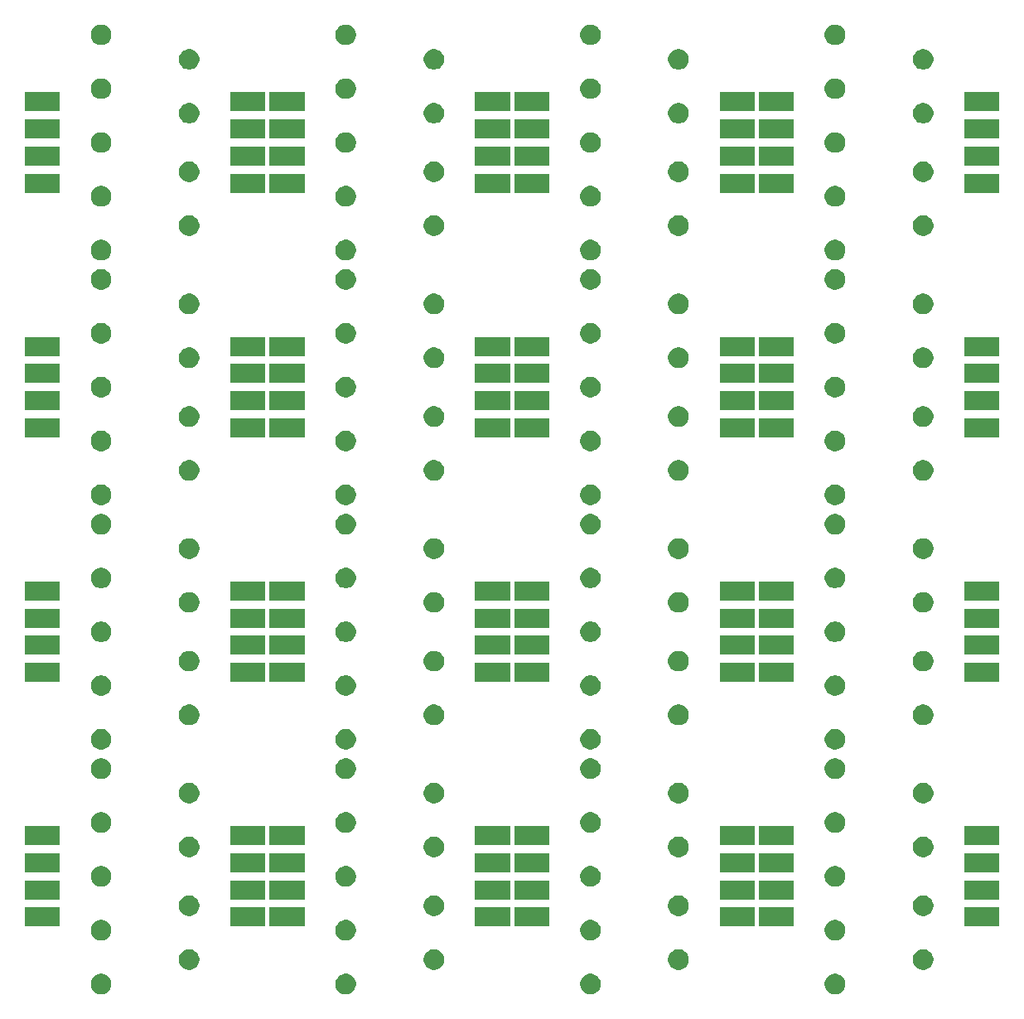
<source format=gbs>
G04 #@! TF.GenerationSoftware,KiCad,Pcbnew,(5.1.5)-3*
G04 #@! TF.CreationDate,2021-04-28T18:54:50+09:00*
G04 #@! TF.ProjectId,DSub9TestPoint.kicad_pcb(4x4),44537562-3954-4657-9374-506f696e742e,rev?*
G04 #@! TF.SameCoordinates,Original*
G04 #@! TF.FileFunction,Soldermask,Bot*
G04 #@! TF.FilePolarity,Negative*
%FSLAX46Y46*%
G04 Gerber Fmt 4.6, Leading zero omitted, Abs format (unit mm)*
G04 Created by KiCad (PCBNEW (5.1.5)-3) date 2021-04-28 18:54:50*
%MOMM*%
%LPD*%
G04 APERTURE LIST*
%ADD10C,0.100000*%
G04 APERTURE END LIST*
D10*
G36*
X83306564Y-147489389D02*
G01*
X83497833Y-147568615D01*
X83497835Y-147568616D01*
X83669973Y-147683635D01*
X83816365Y-147830027D01*
X83931385Y-148002167D01*
X84010611Y-148193436D01*
X84051000Y-148396484D01*
X84051000Y-148603516D01*
X84010611Y-148806564D01*
X83931385Y-148997833D01*
X83931384Y-148997835D01*
X83816365Y-149169973D01*
X83669973Y-149316365D01*
X83497835Y-149431384D01*
X83497834Y-149431385D01*
X83497833Y-149431385D01*
X83306564Y-149510611D01*
X83103516Y-149551000D01*
X82896484Y-149551000D01*
X82693436Y-149510611D01*
X82502167Y-149431385D01*
X82502166Y-149431385D01*
X82502165Y-149431384D01*
X82330027Y-149316365D01*
X82183635Y-149169973D01*
X82068616Y-148997835D01*
X82068615Y-148997833D01*
X81989389Y-148806564D01*
X81949000Y-148603516D01*
X81949000Y-148396484D01*
X81989389Y-148193436D01*
X82068615Y-148002167D01*
X82183635Y-147830027D01*
X82330027Y-147683635D01*
X82502165Y-147568616D01*
X82502167Y-147568615D01*
X82693436Y-147489389D01*
X82896484Y-147449000D01*
X83103516Y-147449000D01*
X83306564Y-147489389D01*
G37*
G36*
X58306564Y-147489389D02*
G01*
X58497833Y-147568615D01*
X58497835Y-147568616D01*
X58669973Y-147683635D01*
X58816365Y-147830027D01*
X58931385Y-148002167D01*
X59010611Y-148193436D01*
X59051000Y-148396484D01*
X59051000Y-148603516D01*
X59010611Y-148806564D01*
X58931385Y-148997833D01*
X58931384Y-148997835D01*
X58816365Y-149169973D01*
X58669973Y-149316365D01*
X58497835Y-149431384D01*
X58497834Y-149431385D01*
X58497833Y-149431385D01*
X58306564Y-149510611D01*
X58103516Y-149551000D01*
X57896484Y-149551000D01*
X57693436Y-149510611D01*
X57502167Y-149431385D01*
X57502166Y-149431385D01*
X57502165Y-149431384D01*
X57330027Y-149316365D01*
X57183635Y-149169973D01*
X57068616Y-148997835D01*
X57068615Y-148997833D01*
X56989389Y-148806564D01*
X56949000Y-148603516D01*
X56949000Y-148396484D01*
X56989389Y-148193436D01*
X57068615Y-148002167D01*
X57183635Y-147830027D01*
X57330027Y-147683635D01*
X57502165Y-147568616D01*
X57502167Y-147568615D01*
X57693436Y-147489389D01*
X57896484Y-147449000D01*
X58103516Y-147449000D01*
X58306564Y-147489389D01*
G37*
G36*
X133306564Y-147489389D02*
G01*
X133497833Y-147568615D01*
X133497835Y-147568616D01*
X133669973Y-147683635D01*
X133816365Y-147830027D01*
X133931385Y-148002167D01*
X134010611Y-148193436D01*
X134051000Y-148396484D01*
X134051000Y-148603516D01*
X134010611Y-148806564D01*
X133931385Y-148997833D01*
X133931384Y-148997835D01*
X133816365Y-149169973D01*
X133669973Y-149316365D01*
X133497835Y-149431384D01*
X133497834Y-149431385D01*
X133497833Y-149431385D01*
X133306564Y-149510611D01*
X133103516Y-149551000D01*
X132896484Y-149551000D01*
X132693436Y-149510611D01*
X132502167Y-149431385D01*
X132502166Y-149431385D01*
X132502165Y-149431384D01*
X132330027Y-149316365D01*
X132183635Y-149169973D01*
X132068616Y-148997835D01*
X132068615Y-148997833D01*
X131989389Y-148806564D01*
X131949000Y-148603516D01*
X131949000Y-148396484D01*
X131989389Y-148193436D01*
X132068615Y-148002167D01*
X132183635Y-147830027D01*
X132330027Y-147683635D01*
X132502165Y-147568616D01*
X132502167Y-147568615D01*
X132693436Y-147489389D01*
X132896484Y-147449000D01*
X133103516Y-147449000D01*
X133306564Y-147489389D01*
G37*
G36*
X108306564Y-147489389D02*
G01*
X108497833Y-147568615D01*
X108497835Y-147568616D01*
X108669973Y-147683635D01*
X108816365Y-147830027D01*
X108931385Y-148002167D01*
X109010611Y-148193436D01*
X109051000Y-148396484D01*
X109051000Y-148603516D01*
X109010611Y-148806564D01*
X108931385Y-148997833D01*
X108931384Y-148997835D01*
X108816365Y-149169973D01*
X108669973Y-149316365D01*
X108497835Y-149431384D01*
X108497834Y-149431385D01*
X108497833Y-149431385D01*
X108306564Y-149510611D01*
X108103516Y-149551000D01*
X107896484Y-149551000D01*
X107693436Y-149510611D01*
X107502167Y-149431385D01*
X107502166Y-149431385D01*
X107502165Y-149431384D01*
X107330027Y-149316365D01*
X107183635Y-149169973D01*
X107068616Y-148997835D01*
X107068615Y-148997833D01*
X106989389Y-148806564D01*
X106949000Y-148603516D01*
X106949000Y-148396484D01*
X106989389Y-148193436D01*
X107068615Y-148002167D01*
X107183635Y-147830027D01*
X107330027Y-147683635D01*
X107502165Y-147568616D01*
X107502167Y-147568615D01*
X107693436Y-147489389D01*
X107896484Y-147449000D01*
X108103516Y-147449000D01*
X108306564Y-147489389D01*
G37*
G36*
X142306564Y-144989389D02*
G01*
X142497833Y-145068615D01*
X142497835Y-145068616D01*
X142669973Y-145183635D01*
X142816365Y-145330027D01*
X142931385Y-145502167D01*
X143010611Y-145693436D01*
X143051000Y-145896484D01*
X143051000Y-146103516D01*
X143010611Y-146306564D01*
X142931385Y-146497833D01*
X142931384Y-146497835D01*
X142816365Y-146669973D01*
X142669973Y-146816365D01*
X142497835Y-146931384D01*
X142497834Y-146931385D01*
X142497833Y-146931385D01*
X142306564Y-147010611D01*
X142103516Y-147051000D01*
X141896484Y-147051000D01*
X141693436Y-147010611D01*
X141502167Y-146931385D01*
X141502166Y-146931385D01*
X141502165Y-146931384D01*
X141330027Y-146816365D01*
X141183635Y-146669973D01*
X141068616Y-146497835D01*
X141068615Y-146497833D01*
X140989389Y-146306564D01*
X140949000Y-146103516D01*
X140949000Y-145896484D01*
X140989389Y-145693436D01*
X141068615Y-145502167D01*
X141183635Y-145330027D01*
X141330027Y-145183635D01*
X141502165Y-145068616D01*
X141502167Y-145068615D01*
X141693436Y-144989389D01*
X141896484Y-144949000D01*
X142103516Y-144949000D01*
X142306564Y-144989389D01*
G37*
G36*
X117306564Y-144989389D02*
G01*
X117497833Y-145068615D01*
X117497835Y-145068616D01*
X117669973Y-145183635D01*
X117816365Y-145330027D01*
X117931385Y-145502167D01*
X118010611Y-145693436D01*
X118051000Y-145896484D01*
X118051000Y-146103516D01*
X118010611Y-146306564D01*
X117931385Y-146497833D01*
X117931384Y-146497835D01*
X117816365Y-146669973D01*
X117669973Y-146816365D01*
X117497835Y-146931384D01*
X117497834Y-146931385D01*
X117497833Y-146931385D01*
X117306564Y-147010611D01*
X117103516Y-147051000D01*
X116896484Y-147051000D01*
X116693436Y-147010611D01*
X116502167Y-146931385D01*
X116502166Y-146931385D01*
X116502165Y-146931384D01*
X116330027Y-146816365D01*
X116183635Y-146669973D01*
X116068616Y-146497835D01*
X116068615Y-146497833D01*
X115989389Y-146306564D01*
X115949000Y-146103516D01*
X115949000Y-145896484D01*
X115989389Y-145693436D01*
X116068615Y-145502167D01*
X116183635Y-145330027D01*
X116330027Y-145183635D01*
X116502165Y-145068616D01*
X116502167Y-145068615D01*
X116693436Y-144989389D01*
X116896484Y-144949000D01*
X117103516Y-144949000D01*
X117306564Y-144989389D01*
G37*
G36*
X92306564Y-144989389D02*
G01*
X92497833Y-145068615D01*
X92497835Y-145068616D01*
X92669973Y-145183635D01*
X92816365Y-145330027D01*
X92931385Y-145502167D01*
X93010611Y-145693436D01*
X93051000Y-145896484D01*
X93051000Y-146103516D01*
X93010611Y-146306564D01*
X92931385Y-146497833D01*
X92931384Y-146497835D01*
X92816365Y-146669973D01*
X92669973Y-146816365D01*
X92497835Y-146931384D01*
X92497834Y-146931385D01*
X92497833Y-146931385D01*
X92306564Y-147010611D01*
X92103516Y-147051000D01*
X91896484Y-147051000D01*
X91693436Y-147010611D01*
X91502167Y-146931385D01*
X91502166Y-146931385D01*
X91502165Y-146931384D01*
X91330027Y-146816365D01*
X91183635Y-146669973D01*
X91068616Y-146497835D01*
X91068615Y-146497833D01*
X90989389Y-146306564D01*
X90949000Y-146103516D01*
X90949000Y-145896484D01*
X90989389Y-145693436D01*
X91068615Y-145502167D01*
X91183635Y-145330027D01*
X91330027Y-145183635D01*
X91502165Y-145068616D01*
X91502167Y-145068615D01*
X91693436Y-144989389D01*
X91896484Y-144949000D01*
X92103516Y-144949000D01*
X92306564Y-144989389D01*
G37*
G36*
X67306564Y-144989389D02*
G01*
X67497833Y-145068615D01*
X67497835Y-145068616D01*
X67669973Y-145183635D01*
X67816365Y-145330027D01*
X67931385Y-145502167D01*
X68010611Y-145693436D01*
X68051000Y-145896484D01*
X68051000Y-146103516D01*
X68010611Y-146306564D01*
X67931385Y-146497833D01*
X67931384Y-146497835D01*
X67816365Y-146669973D01*
X67669973Y-146816365D01*
X67497835Y-146931384D01*
X67497834Y-146931385D01*
X67497833Y-146931385D01*
X67306564Y-147010611D01*
X67103516Y-147051000D01*
X66896484Y-147051000D01*
X66693436Y-147010611D01*
X66502167Y-146931385D01*
X66502166Y-146931385D01*
X66502165Y-146931384D01*
X66330027Y-146816365D01*
X66183635Y-146669973D01*
X66068616Y-146497835D01*
X66068615Y-146497833D01*
X65989389Y-146306564D01*
X65949000Y-146103516D01*
X65949000Y-145896484D01*
X65989389Y-145693436D01*
X66068615Y-145502167D01*
X66183635Y-145330027D01*
X66330027Y-145183635D01*
X66502165Y-145068616D01*
X66502167Y-145068615D01*
X66693436Y-144989389D01*
X66896484Y-144949000D01*
X67103516Y-144949000D01*
X67306564Y-144989389D01*
G37*
G36*
X133306564Y-141989389D02*
G01*
X133497833Y-142068615D01*
X133497835Y-142068616D01*
X133669973Y-142183635D01*
X133816365Y-142330027D01*
X133931385Y-142502167D01*
X134010611Y-142693436D01*
X134051000Y-142896484D01*
X134051000Y-143103516D01*
X134010611Y-143306564D01*
X133931385Y-143497833D01*
X133931384Y-143497835D01*
X133816365Y-143669973D01*
X133669973Y-143816365D01*
X133497835Y-143931384D01*
X133497834Y-143931385D01*
X133497833Y-143931385D01*
X133306564Y-144010611D01*
X133103516Y-144051000D01*
X132896484Y-144051000D01*
X132693436Y-144010611D01*
X132502167Y-143931385D01*
X132502166Y-143931385D01*
X132502165Y-143931384D01*
X132330027Y-143816365D01*
X132183635Y-143669973D01*
X132068616Y-143497835D01*
X132068615Y-143497833D01*
X131989389Y-143306564D01*
X131949000Y-143103516D01*
X131949000Y-142896484D01*
X131989389Y-142693436D01*
X132068615Y-142502167D01*
X132183635Y-142330027D01*
X132330027Y-142183635D01*
X132502165Y-142068616D01*
X132502167Y-142068615D01*
X132693436Y-141989389D01*
X132896484Y-141949000D01*
X133103516Y-141949000D01*
X133306564Y-141989389D01*
G37*
G36*
X108306564Y-141989389D02*
G01*
X108497833Y-142068615D01*
X108497835Y-142068616D01*
X108669973Y-142183635D01*
X108816365Y-142330027D01*
X108931385Y-142502167D01*
X109010611Y-142693436D01*
X109051000Y-142896484D01*
X109051000Y-143103516D01*
X109010611Y-143306564D01*
X108931385Y-143497833D01*
X108931384Y-143497835D01*
X108816365Y-143669973D01*
X108669973Y-143816365D01*
X108497835Y-143931384D01*
X108497834Y-143931385D01*
X108497833Y-143931385D01*
X108306564Y-144010611D01*
X108103516Y-144051000D01*
X107896484Y-144051000D01*
X107693436Y-144010611D01*
X107502167Y-143931385D01*
X107502166Y-143931385D01*
X107502165Y-143931384D01*
X107330027Y-143816365D01*
X107183635Y-143669973D01*
X107068616Y-143497835D01*
X107068615Y-143497833D01*
X106989389Y-143306564D01*
X106949000Y-143103516D01*
X106949000Y-142896484D01*
X106989389Y-142693436D01*
X107068615Y-142502167D01*
X107183635Y-142330027D01*
X107330027Y-142183635D01*
X107502165Y-142068616D01*
X107502167Y-142068615D01*
X107693436Y-141989389D01*
X107896484Y-141949000D01*
X108103516Y-141949000D01*
X108306564Y-141989389D01*
G37*
G36*
X58306564Y-141989389D02*
G01*
X58497833Y-142068615D01*
X58497835Y-142068616D01*
X58669973Y-142183635D01*
X58816365Y-142330027D01*
X58931385Y-142502167D01*
X59010611Y-142693436D01*
X59051000Y-142896484D01*
X59051000Y-143103516D01*
X59010611Y-143306564D01*
X58931385Y-143497833D01*
X58931384Y-143497835D01*
X58816365Y-143669973D01*
X58669973Y-143816365D01*
X58497835Y-143931384D01*
X58497834Y-143931385D01*
X58497833Y-143931385D01*
X58306564Y-144010611D01*
X58103516Y-144051000D01*
X57896484Y-144051000D01*
X57693436Y-144010611D01*
X57502167Y-143931385D01*
X57502166Y-143931385D01*
X57502165Y-143931384D01*
X57330027Y-143816365D01*
X57183635Y-143669973D01*
X57068616Y-143497835D01*
X57068615Y-143497833D01*
X56989389Y-143306564D01*
X56949000Y-143103516D01*
X56949000Y-142896484D01*
X56989389Y-142693436D01*
X57068615Y-142502167D01*
X57183635Y-142330027D01*
X57330027Y-142183635D01*
X57502165Y-142068616D01*
X57502167Y-142068615D01*
X57693436Y-141989389D01*
X57896484Y-141949000D01*
X58103516Y-141949000D01*
X58306564Y-141989389D01*
G37*
G36*
X83306564Y-141989389D02*
G01*
X83497833Y-142068615D01*
X83497835Y-142068616D01*
X83669973Y-142183635D01*
X83816365Y-142330027D01*
X83931385Y-142502167D01*
X84010611Y-142693436D01*
X84051000Y-142896484D01*
X84051000Y-143103516D01*
X84010611Y-143306564D01*
X83931385Y-143497833D01*
X83931384Y-143497835D01*
X83816365Y-143669973D01*
X83669973Y-143816365D01*
X83497835Y-143931384D01*
X83497834Y-143931385D01*
X83497833Y-143931385D01*
X83306564Y-144010611D01*
X83103516Y-144051000D01*
X82896484Y-144051000D01*
X82693436Y-144010611D01*
X82502167Y-143931385D01*
X82502166Y-143931385D01*
X82502165Y-143931384D01*
X82330027Y-143816365D01*
X82183635Y-143669973D01*
X82068616Y-143497835D01*
X82068615Y-143497833D01*
X81989389Y-143306564D01*
X81949000Y-143103516D01*
X81949000Y-142896484D01*
X81989389Y-142693436D01*
X82068615Y-142502167D01*
X82183635Y-142330027D01*
X82330027Y-142183635D01*
X82502165Y-142068616D01*
X82502167Y-142068615D01*
X82693436Y-141989389D01*
X82896484Y-141949000D01*
X83103516Y-141949000D01*
X83306564Y-141989389D01*
G37*
G36*
X128791000Y-142629333D02*
G01*
X125209000Y-142629333D01*
X125209000Y-140680667D01*
X128791000Y-140680667D01*
X128791000Y-142629333D01*
G37*
G36*
X99791000Y-142629333D02*
G01*
X96209000Y-142629333D01*
X96209000Y-140680667D01*
X99791000Y-140680667D01*
X99791000Y-142629333D01*
G37*
G36*
X78791000Y-142629333D02*
G01*
X75209000Y-142629333D01*
X75209000Y-140680667D01*
X78791000Y-140680667D01*
X78791000Y-142629333D01*
G37*
G36*
X74791000Y-142629333D02*
G01*
X71209000Y-142629333D01*
X71209000Y-140680667D01*
X74791000Y-140680667D01*
X74791000Y-142629333D01*
G37*
G36*
X149791000Y-142629333D02*
G01*
X146209000Y-142629333D01*
X146209000Y-140680667D01*
X149791000Y-140680667D01*
X149791000Y-142629333D01*
G37*
G36*
X53791000Y-142629333D02*
G01*
X50209000Y-142629333D01*
X50209000Y-140680667D01*
X53791000Y-140680667D01*
X53791000Y-142629333D01*
G37*
G36*
X124791000Y-142629333D02*
G01*
X121209000Y-142629333D01*
X121209000Y-140680667D01*
X124791000Y-140680667D01*
X124791000Y-142629333D01*
G37*
G36*
X103791000Y-142629333D02*
G01*
X100209000Y-142629333D01*
X100209000Y-140680667D01*
X103791000Y-140680667D01*
X103791000Y-142629333D01*
G37*
G36*
X142306564Y-139489389D02*
G01*
X142497833Y-139568615D01*
X142497835Y-139568616D01*
X142669973Y-139683635D01*
X142816365Y-139830027D01*
X142931385Y-140002167D01*
X143010611Y-140193436D01*
X143051000Y-140396484D01*
X143051000Y-140603516D01*
X143010611Y-140806564D01*
X142931385Y-140997833D01*
X142931384Y-140997835D01*
X142816365Y-141169973D01*
X142669973Y-141316365D01*
X142497835Y-141431384D01*
X142497834Y-141431385D01*
X142497833Y-141431385D01*
X142306564Y-141510611D01*
X142103516Y-141551000D01*
X141896484Y-141551000D01*
X141693436Y-141510611D01*
X141502167Y-141431385D01*
X141502166Y-141431385D01*
X141502165Y-141431384D01*
X141330027Y-141316365D01*
X141183635Y-141169973D01*
X141068616Y-140997835D01*
X141068615Y-140997833D01*
X140989389Y-140806564D01*
X140949000Y-140603516D01*
X140949000Y-140396484D01*
X140989389Y-140193436D01*
X141068615Y-140002167D01*
X141183635Y-139830027D01*
X141330027Y-139683635D01*
X141502165Y-139568616D01*
X141502167Y-139568615D01*
X141693436Y-139489389D01*
X141896484Y-139449000D01*
X142103516Y-139449000D01*
X142306564Y-139489389D01*
G37*
G36*
X67306564Y-139489389D02*
G01*
X67497833Y-139568615D01*
X67497835Y-139568616D01*
X67669973Y-139683635D01*
X67816365Y-139830027D01*
X67931385Y-140002167D01*
X68010611Y-140193436D01*
X68051000Y-140396484D01*
X68051000Y-140603516D01*
X68010611Y-140806564D01*
X67931385Y-140997833D01*
X67931384Y-140997835D01*
X67816365Y-141169973D01*
X67669973Y-141316365D01*
X67497835Y-141431384D01*
X67497834Y-141431385D01*
X67497833Y-141431385D01*
X67306564Y-141510611D01*
X67103516Y-141551000D01*
X66896484Y-141551000D01*
X66693436Y-141510611D01*
X66502167Y-141431385D01*
X66502166Y-141431385D01*
X66502165Y-141431384D01*
X66330027Y-141316365D01*
X66183635Y-141169973D01*
X66068616Y-140997835D01*
X66068615Y-140997833D01*
X65989389Y-140806564D01*
X65949000Y-140603516D01*
X65949000Y-140396484D01*
X65989389Y-140193436D01*
X66068615Y-140002167D01*
X66183635Y-139830027D01*
X66330027Y-139683635D01*
X66502165Y-139568616D01*
X66502167Y-139568615D01*
X66693436Y-139489389D01*
X66896484Y-139449000D01*
X67103516Y-139449000D01*
X67306564Y-139489389D01*
G37*
G36*
X117306564Y-139489389D02*
G01*
X117497833Y-139568615D01*
X117497835Y-139568616D01*
X117669973Y-139683635D01*
X117816365Y-139830027D01*
X117931385Y-140002167D01*
X118010611Y-140193436D01*
X118051000Y-140396484D01*
X118051000Y-140603516D01*
X118010611Y-140806564D01*
X117931385Y-140997833D01*
X117931384Y-140997835D01*
X117816365Y-141169973D01*
X117669973Y-141316365D01*
X117497835Y-141431384D01*
X117497834Y-141431385D01*
X117497833Y-141431385D01*
X117306564Y-141510611D01*
X117103516Y-141551000D01*
X116896484Y-141551000D01*
X116693436Y-141510611D01*
X116502167Y-141431385D01*
X116502166Y-141431385D01*
X116502165Y-141431384D01*
X116330027Y-141316365D01*
X116183635Y-141169973D01*
X116068616Y-140997835D01*
X116068615Y-140997833D01*
X115989389Y-140806564D01*
X115949000Y-140603516D01*
X115949000Y-140396484D01*
X115989389Y-140193436D01*
X116068615Y-140002167D01*
X116183635Y-139830027D01*
X116330027Y-139683635D01*
X116502165Y-139568616D01*
X116502167Y-139568615D01*
X116693436Y-139489389D01*
X116896484Y-139449000D01*
X117103516Y-139449000D01*
X117306564Y-139489389D01*
G37*
G36*
X92306564Y-139489389D02*
G01*
X92497833Y-139568615D01*
X92497835Y-139568616D01*
X92669973Y-139683635D01*
X92816365Y-139830027D01*
X92931385Y-140002167D01*
X93010611Y-140193436D01*
X93051000Y-140396484D01*
X93051000Y-140603516D01*
X93010611Y-140806564D01*
X92931385Y-140997833D01*
X92931384Y-140997835D01*
X92816365Y-141169973D01*
X92669973Y-141316365D01*
X92497835Y-141431384D01*
X92497834Y-141431385D01*
X92497833Y-141431385D01*
X92306564Y-141510611D01*
X92103516Y-141551000D01*
X91896484Y-141551000D01*
X91693436Y-141510611D01*
X91502167Y-141431385D01*
X91502166Y-141431385D01*
X91502165Y-141431384D01*
X91330027Y-141316365D01*
X91183635Y-141169973D01*
X91068616Y-140997835D01*
X91068615Y-140997833D01*
X90989389Y-140806564D01*
X90949000Y-140603516D01*
X90949000Y-140396484D01*
X90989389Y-140193436D01*
X91068615Y-140002167D01*
X91183635Y-139830027D01*
X91330027Y-139683635D01*
X91502165Y-139568616D01*
X91502167Y-139568615D01*
X91693436Y-139489389D01*
X91896484Y-139449000D01*
X92103516Y-139449000D01*
X92306564Y-139489389D01*
G37*
G36*
X78791000Y-139859333D02*
G01*
X75209000Y-139859333D01*
X75209000Y-137910667D01*
X78791000Y-137910667D01*
X78791000Y-139859333D01*
G37*
G36*
X103791000Y-139859333D02*
G01*
X100209000Y-139859333D01*
X100209000Y-137910667D01*
X103791000Y-137910667D01*
X103791000Y-139859333D01*
G37*
G36*
X99791000Y-139859333D02*
G01*
X96209000Y-139859333D01*
X96209000Y-137910667D01*
X99791000Y-137910667D01*
X99791000Y-139859333D01*
G37*
G36*
X149791000Y-139859333D02*
G01*
X146209000Y-139859333D01*
X146209000Y-137910667D01*
X149791000Y-137910667D01*
X149791000Y-139859333D01*
G37*
G36*
X53791000Y-139859333D02*
G01*
X50209000Y-139859333D01*
X50209000Y-137910667D01*
X53791000Y-137910667D01*
X53791000Y-139859333D01*
G37*
G36*
X74791000Y-139859333D02*
G01*
X71209000Y-139859333D01*
X71209000Y-137910667D01*
X74791000Y-137910667D01*
X74791000Y-139859333D01*
G37*
G36*
X128791000Y-139859333D02*
G01*
X125209000Y-139859333D01*
X125209000Y-137910667D01*
X128791000Y-137910667D01*
X128791000Y-139859333D01*
G37*
G36*
X124791000Y-139859333D02*
G01*
X121209000Y-139859333D01*
X121209000Y-137910667D01*
X124791000Y-137910667D01*
X124791000Y-139859333D01*
G37*
G36*
X83306564Y-136489389D02*
G01*
X83497833Y-136568615D01*
X83497835Y-136568616D01*
X83669973Y-136683635D01*
X83816365Y-136830027D01*
X83931385Y-137002167D01*
X84010611Y-137193436D01*
X84051000Y-137396484D01*
X84051000Y-137603516D01*
X84010611Y-137806564D01*
X83967490Y-137910667D01*
X83931384Y-137997835D01*
X83816365Y-138169973D01*
X83669973Y-138316365D01*
X83497835Y-138431384D01*
X83497834Y-138431385D01*
X83497833Y-138431385D01*
X83306564Y-138510611D01*
X83103516Y-138551000D01*
X82896484Y-138551000D01*
X82693436Y-138510611D01*
X82502167Y-138431385D01*
X82502166Y-138431385D01*
X82502165Y-138431384D01*
X82330027Y-138316365D01*
X82183635Y-138169973D01*
X82068616Y-137997835D01*
X82032510Y-137910667D01*
X81989389Y-137806564D01*
X81949000Y-137603516D01*
X81949000Y-137396484D01*
X81989389Y-137193436D01*
X82068615Y-137002167D01*
X82183635Y-136830027D01*
X82330027Y-136683635D01*
X82502165Y-136568616D01*
X82502167Y-136568615D01*
X82693436Y-136489389D01*
X82896484Y-136449000D01*
X83103516Y-136449000D01*
X83306564Y-136489389D01*
G37*
G36*
X133306564Y-136489389D02*
G01*
X133497833Y-136568615D01*
X133497835Y-136568616D01*
X133669973Y-136683635D01*
X133816365Y-136830027D01*
X133931385Y-137002167D01*
X134010611Y-137193436D01*
X134051000Y-137396484D01*
X134051000Y-137603516D01*
X134010611Y-137806564D01*
X133967490Y-137910667D01*
X133931384Y-137997835D01*
X133816365Y-138169973D01*
X133669973Y-138316365D01*
X133497835Y-138431384D01*
X133497834Y-138431385D01*
X133497833Y-138431385D01*
X133306564Y-138510611D01*
X133103516Y-138551000D01*
X132896484Y-138551000D01*
X132693436Y-138510611D01*
X132502167Y-138431385D01*
X132502166Y-138431385D01*
X132502165Y-138431384D01*
X132330027Y-138316365D01*
X132183635Y-138169973D01*
X132068616Y-137997835D01*
X132032510Y-137910667D01*
X131989389Y-137806564D01*
X131949000Y-137603516D01*
X131949000Y-137396484D01*
X131989389Y-137193436D01*
X132068615Y-137002167D01*
X132183635Y-136830027D01*
X132330027Y-136683635D01*
X132502165Y-136568616D01*
X132502167Y-136568615D01*
X132693436Y-136489389D01*
X132896484Y-136449000D01*
X133103516Y-136449000D01*
X133306564Y-136489389D01*
G37*
G36*
X108306564Y-136489389D02*
G01*
X108497833Y-136568615D01*
X108497835Y-136568616D01*
X108669973Y-136683635D01*
X108816365Y-136830027D01*
X108931385Y-137002167D01*
X109010611Y-137193436D01*
X109051000Y-137396484D01*
X109051000Y-137603516D01*
X109010611Y-137806564D01*
X108967490Y-137910667D01*
X108931384Y-137997835D01*
X108816365Y-138169973D01*
X108669973Y-138316365D01*
X108497835Y-138431384D01*
X108497834Y-138431385D01*
X108497833Y-138431385D01*
X108306564Y-138510611D01*
X108103516Y-138551000D01*
X107896484Y-138551000D01*
X107693436Y-138510611D01*
X107502167Y-138431385D01*
X107502166Y-138431385D01*
X107502165Y-138431384D01*
X107330027Y-138316365D01*
X107183635Y-138169973D01*
X107068616Y-137997835D01*
X107032510Y-137910667D01*
X106989389Y-137806564D01*
X106949000Y-137603516D01*
X106949000Y-137396484D01*
X106989389Y-137193436D01*
X107068615Y-137002167D01*
X107183635Y-136830027D01*
X107330027Y-136683635D01*
X107502165Y-136568616D01*
X107502167Y-136568615D01*
X107693436Y-136489389D01*
X107896484Y-136449000D01*
X108103516Y-136449000D01*
X108306564Y-136489389D01*
G37*
G36*
X58306564Y-136489389D02*
G01*
X58497833Y-136568615D01*
X58497835Y-136568616D01*
X58669973Y-136683635D01*
X58816365Y-136830027D01*
X58931385Y-137002167D01*
X59010611Y-137193436D01*
X59051000Y-137396484D01*
X59051000Y-137603516D01*
X59010611Y-137806564D01*
X58967490Y-137910667D01*
X58931384Y-137997835D01*
X58816365Y-138169973D01*
X58669973Y-138316365D01*
X58497835Y-138431384D01*
X58497834Y-138431385D01*
X58497833Y-138431385D01*
X58306564Y-138510611D01*
X58103516Y-138551000D01*
X57896484Y-138551000D01*
X57693436Y-138510611D01*
X57502167Y-138431385D01*
X57502166Y-138431385D01*
X57502165Y-138431384D01*
X57330027Y-138316365D01*
X57183635Y-138169973D01*
X57068616Y-137997835D01*
X57032510Y-137910667D01*
X56989389Y-137806564D01*
X56949000Y-137603516D01*
X56949000Y-137396484D01*
X56989389Y-137193436D01*
X57068615Y-137002167D01*
X57183635Y-136830027D01*
X57330027Y-136683635D01*
X57502165Y-136568616D01*
X57502167Y-136568615D01*
X57693436Y-136489389D01*
X57896484Y-136449000D01*
X58103516Y-136449000D01*
X58306564Y-136489389D01*
G37*
G36*
X78791000Y-137089333D02*
G01*
X75209000Y-137089333D01*
X75209000Y-135140667D01*
X78791000Y-135140667D01*
X78791000Y-137089333D01*
G37*
G36*
X74791000Y-137089333D02*
G01*
X71209000Y-137089333D01*
X71209000Y-135140667D01*
X74791000Y-135140667D01*
X74791000Y-137089333D01*
G37*
G36*
X53791000Y-137089333D02*
G01*
X50209000Y-137089333D01*
X50209000Y-135140667D01*
X53791000Y-135140667D01*
X53791000Y-137089333D01*
G37*
G36*
X99791000Y-137089333D02*
G01*
X96209000Y-137089333D01*
X96209000Y-135140667D01*
X99791000Y-135140667D01*
X99791000Y-137089333D01*
G37*
G36*
X124791000Y-137089333D02*
G01*
X121209000Y-137089333D01*
X121209000Y-135140667D01*
X124791000Y-135140667D01*
X124791000Y-137089333D01*
G37*
G36*
X128791000Y-137089333D02*
G01*
X125209000Y-137089333D01*
X125209000Y-135140667D01*
X128791000Y-135140667D01*
X128791000Y-137089333D01*
G37*
G36*
X149791000Y-137089333D02*
G01*
X146209000Y-137089333D01*
X146209000Y-135140667D01*
X149791000Y-135140667D01*
X149791000Y-137089333D01*
G37*
G36*
X103791000Y-137089333D02*
G01*
X100209000Y-137089333D01*
X100209000Y-135140667D01*
X103791000Y-135140667D01*
X103791000Y-137089333D01*
G37*
G36*
X67306564Y-133489389D02*
G01*
X67497833Y-133568615D01*
X67497835Y-133568616D01*
X67669973Y-133683635D01*
X67816365Y-133830027D01*
X67931385Y-134002167D01*
X68010611Y-134193436D01*
X68051000Y-134396484D01*
X68051000Y-134603516D01*
X68010611Y-134806564D01*
X67931385Y-134997833D01*
X67931384Y-134997835D01*
X67816365Y-135169973D01*
X67669973Y-135316365D01*
X67497835Y-135431384D01*
X67497834Y-135431385D01*
X67497833Y-135431385D01*
X67306564Y-135510611D01*
X67103516Y-135551000D01*
X66896484Y-135551000D01*
X66693436Y-135510611D01*
X66502167Y-135431385D01*
X66502166Y-135431385D01*
X66502165Y-135431384D01*
X66330027Y-135316365D01*
X66183635Y-135169973D01*
X66068616Y-134997835D01*
X66068615Y-134997833D01*
X65989389Y-134806564D01*
X65949000Y-134603516D01*
X65949000Y-134396484D01*
X65989389Y-134193436D01*
X66068615Y-134002167D01*
X66183635Y-133830027D01*
X66330027Y-133683635D01*
X66502165Y-133568616D01*
X66502167Y-133568615D01*
X66693436Y-133489389D01*
X66896484Y-133449000D01*
X67103516Y-133449000D01*
X67306564Y-133489389D01*
G37*
G36*
X142306564Y-133489389D02*
G01*
X142497833Y-133568615D01*
X142497835Y-133568616D01*
X142669973Y-133683635D01*
X142816365Y-133830027D01*
X142931385Y-134002167D01*
X143010611Y-134193436D01*
X143051000Y-134396484D01*
X143051000Y-134603516D01*
X143010611Y-134806564D01*
X142931385Y-134997833D01*
X142931384Y-134997835D01*
X142816365Y-135169973D01*
X142669973Y-135316365D01*
X142497835Y-135431384D01*
X142497834Y-135431385D01*
X142497833Y-135431385D01*
X142306564Y-135510611D01*
X142103516Y-135551000D01*
X141896484Y-135551000D01*
X141693436Y-135510611D01*
X141502167Y-135431385D01*
X141502166Y-135431385D01*
X141502165Y-135431384D01*
X141330027Y-135316365D01*
X141183635Y-135169973D01*
X141068616Y-134997835D01*
X141068615Y-134997833D01*
X140989389Y-134806564D01*
X140949000Y-134603516D01*
X140949000Y-134396484D01*
X140989389Y-134193436D01*
X141068615Y-134002167D01*
X141183635Y-133830027D01*
X141330027Y-133683635D01*
X141502165Y-133568616D01*
X141502167Y-133568615D01*
X141693436Y-133489389D01*
X141896484Y-133449000D01*
X142103516Y-133449000D01*
X142306564Y-133489389D01*
G37*
G36*
X117306564Y-133489389D02*
G01*
X117497833Y-133568615D01*
X117497835Y-133568616D01*
X117669973Y-133683635D01*
X117816365Y-133830027D01*
X117931385Y-134002167D01*
X118010611Y-134193436D01*
X118051000Y-134396484D01*
X118051000Y-134603516D01*
X118010611Y-134806564D01*
X117931385Y-134997833D01*
X117931384Y-134997835D01*
X117816365Y-135169973D01*
X117669973Y-135316365D01*
X117497835Y-135431384D01*
X117497834Y-135431385D01*
X117497833Y-135431385D01*
X117306564Y-135510611D01*
X117103516Y-135551000D01*
X116896484Y-135551000D01*
X116693436Y-135510611D01*
X116502167Y-135431385D01*
X116502166Y-135431385D01*
X116502165Y-135431384D01*
X116330027Y-135316365D01*
X116183635Y-135169973D01*
X116068616Y-134997835D01*
X116068615Y-134997833D01*
X115989389Y-134806564D01*
X115949000Y-134603516D01*
X115949000Y-134396484D01*
X115989389Y-134193436D01*
X116068615Y-134002167D01*
X116183635Y-133830027D01*
X116330027Y-133683635D01*
X116502165Y-133568616D01*
X116502167Y-133568615D01*
X116693436Y-133489389D01*
X116896484Y-133449000D01*
X117103516Y-133449000D01*
X117306564Y-133489389D01*
G37*
G36*
X92306564Y-133489389D02*
G01*
X92497833Y-133568615D01*
X92497835Y-133568616D01*
X92669973Y-133683635D01*
X92816365Y-133830027D01*
X92931385Y-134002167D01*
X93010611Y-134193436D01*
X93051000Y-134396484D01*
X93051000Y-134603516D01*
X93010611Y-134806564D01*
X92931385Y-134997833D01*
X92931384Y-134997835D01*
X92816365Y-135169973D01*
X92669973Y-135316365D01*
X92497835Y-135431384D01*
X92497834Y-135431385D01*
X92497833Y-135431385D01*
X92306564Y-135510611D01*
X92103516Y-135551000D01*
X91896484Y-135551000D01*
X91693436Y-135510611D01*
X91502167Y-135431385D01*
X91502166Y-135431385D01*
X91502165Y-135431384D01*
X91330027Y-135316365D01*
X91183635Y-135169973D01*
X91068616Y-134997835D01*
X91068615Y-134997833D01*
X90989389Y-134806564D01*
X90949000Y-134603516D01*
X90949000Y-134396484D01*
X90989389Y-134193436D01*
X91068615Y-134002167D01*
X91183635Y-133830027D01*
X91330027Y-133683635D01*
X91502165Y-133568616D01*
X91502167Y-133568615D01*
X91693436Y-133489389D01*
X91896484Y-133449000D01*
X92103516Y-133449000D01*
X92306564Y-133489389D01*
G37*
G36*
X99791000Y-134319333D02*
G01*
X96209000Y-134319333D01*
X96209000Y-132370667D01*
X99791000Y-132370667D01*
X99791000Y-134319333D01*
G37*
G36*
X149791000Y-134319333D02*
G01*
X146209000Y-134319333D01*
X146209000Y-132370667D01*
X149791000Y-132370667D01*
X149791000Y-134319333D01*
G37*
G36*
X53791000Y-134319333D02*
G01*
X50209000Y-134319333D01*
X50209000Y-132370667D01*
X53791000Y-132370667D01*
X53791000Y-134319333D01*
G37*
G36*
X78791000Y-134319333D02*
G01*
X75209000Y-134319333D01*
X75209000Y-132370667D01*
X78791000Y-132370667D01*
X78791000Y-134319333D01*
G37*
G36*
X103791000Y-134319333D02*
G01*
X100209000Y-134319333D01*
X100209000Y-132370667D01*
X103791000Y-132370667D01*
X103791000Y-134319333D01*
G37*
G36*
X124791000Y-134319333D02*
G01*
X121209000Y-134319333D01*
X121209000Y-132370667D01*
X124791000Y-132370667D01*
X124791000Y-134319333D01*
G37*
G36*
X74791000Y-134319333D02*
G01*
X71209000Y-134319333D01*
X71209000Y-132370667D01*
X74791000Y-132370667D01*
X74791000Y-134319333D01*
G37*
G36*
X128791000Y-134319333D02*
G01*
X125209000Y-134319333D01*
X125209000Y-132370667D01*
X128791000Y-132370667D01*
X128791000Y-134319333D01*
G37*
G36*
X58306564Y-130989389D02*
G01*
X58497833Y-131068615D01*
X58497835Y-131068616D01*
X58669973Y-131183635D01*
X58816365Y-131330027D01*
X58931385Y-131502167D01*
X59010611Y-131693436D01*
X59051000Y-131896484D01*
X59051000Y-132103516D01*
X59010611Y-132306564D01*
X58931385Y-132497833D01*
X58931384Y-132497835D01*
X58816365Y-132669973D01*
X58669973Y-132816365D01*
X58497835Y-132931384D01*
X58497834Y-132931385D01*
X58497833Y-132931385D01*
X58306564Y-133010611D01*
X58103516Y-133051000D01*
X57896484Y-133051000D01*
X57693436Y-133010611D01*
X57502167Y-132931385D01*
X57502166Y-132931385D01*
X57502165Y-132931384D01*
X57330027Y-132816365D01*
X57183635Y-132669973D01*
X57068616Y-132497835D01*
X57068615Y-132497833D01*
X56989389Y-132306564D01*
X56949000Y-132103516D01*
X56949000Y-131896484D01*
X56989389Y-131693436D01*
X57068615Y-131502167D01*
X57183635Y-131330027D01*
X57330027Y-131183635D01*
X57502165Y-131068616D01*
X57502167Y-131068615D01*
X57693436Y-130989389D01*
X57896484Y-130949000D01*
X58103516Y-130949000D01*
X58306564Y-130989389D01*
G37*
G36*
X83306564Y-130989389D02*
G01*
X83497833Y-131068615D01*
X83497835Y-131068616D01*
X83669973Y-131183635D01*
X83816365Y-131330027D01*
X83931385Y-131502167D01*
X84010611Y-131693436D01*
X84051000Y-131896484D01*
X84051000Y-132103516D01*
X84010611Y-132306564D01*
X83931385Y-132497833D01*
X83931384Y-132497835D01*
X83816365Y-132669973D01*
X83669973Y-132816365D01*
X83497835Y-132931384D01*
X83497834Y-132931385D01*
X83497833Y-132931385D01*
X83306564Y-133010611D01*
X83103516Y-133051000D01*
X82896484Y-133051000D01*
X82693436Y-133010611D01*
X82502167Y-132931385D01*
X82502166Y-132931385D01*
X82502165Y-132931384D01*
X82330027Y-132816365D01*
X82183635Y-132669973D01*
X82068616Y-132497835D01*
X82068615Y-132497833D01*
X81989389Y-132306564D01*
X81949000Y-132103516D01*
X81949000Y-131896484D01*
X81989389Y-131693436D01*
X82068615Y-131502167D01*
X82183635Y-131330027D01*
X82330027Y-131183635D01*
X82502165Y-131068616D01*
X82502167Y-131068615D01*
X82693436Y-130989389D01*
X82896484Y-130949000D01*
X83103516Y-130949000D01*
X83306564Y-130989389D01*
G37*
G36*
X108306564Y-130989389D02*
G01*
X108497833Y-131068615D01*
X108497835Y-131068616D01*
X108669973Y-131183635D01*
X108816365Y-131330027D01*
X108931385Y-131502167D01*
X109010611Y-131693436D01*
X109051000Y-131896484D01*
X109051000Y-132103516D01*
X109010611Y-132306564D01*
X108931385Y-132497833D01*
X108931384Y-132497835D01*
X108816365Y-132669973D01*
X108669973Y-132816365D01*
X108497835Y-132931384D01*
X108497834Y-132931385D01*
X108497833Y-132931385D01*
X108306564Y-133010611D01*
X108103516Y-133051000D01*
X107896484Y-133051000D01*
X107693436Y-133010611D01*
X107502167Y-132931385D01*
X107502166Y-132931385D01*
X107502165Y-132931384D01*
X107330027Y-132816365D01*
X107183635Y-132669973D01*
X107068616Y-132497835D01*
X107068615Y-132497833D01*
X106989389Y-132306564D01*
X106949000Y-132103516D01*
X106949000Y-131896484D01*
X106989389Y-131693436D01*
X107068615Y-131502167D01*
X107183635Y-131330027D01*
X107330027Y-131183635D01*
X107502165Y-131068616D01*
X107502167Y-131068615D01*
X107693436Y-130989389D01*
X107896484Y-130949000D01*
X108103516Y-130949000D01*
X108306564Y-130989389D01*
G37*
G36*
X133306564Y-130989389D02*
G01*
X133497833Y-131068615D01*
X133497835Y-131068616D01*
X133669973Y-131183635D01*
X133816365Y-131330027D01*
X133931385Y-131502167D01*
X134010611Y-131693436D01*
X134051000Y-131896484D01*
X134051000Y-132103516D01*
X134010611Y-132306564D01*
X133931385Y-132497833D01*
X133931384Y-132497835D01*
X133816365Y-132669973D01*
X133669973Y-132816365D01*
X133497835Y-132931384D01*
X133497834Y-132931385D01*
X133497833Y-132931385D01*
X133306564Y-133010611D01*
X133103516Y-133051000D01*
X132896484Y-133051000D01*
X132693436Y-133010611D01*
X132502167Y-132931385D01*
X132502166Y-132931385D01*
X132502165Y-132931384D01*
X132330027Y-132816365D01*
X132183635Y-132669973D01*
X132068616Y-132497835D01*
X132068615Y-132497833D01*
X131989389Y-132306564D01*
X131949000Y-132103516D01*
X131949000Y-131896484D01*
X131989389Y-131693436D01*
X132068615Y-131502167D01*
X132183635Y-131330027D01*
X132330027Y-131183635D01*
X132502165Y-131068616D01*
X132502167Y-131068615D01*
X132693436Y-130989389D01*
X132896484Y-130949000D01*
X133103516Y-130949000D01*
X133306564Y-130989389D01*
G37*
G36*
X67306564Y-127989389D02*
G01*
X67497833Y-128068615D01*
X67497835Y-128068616D01*
X67669973Y-128183635D01*
X67816365Y-128330027D01*
X67931385Y-128502167D01*
X68010611Y-128693436D01*
X68051000Y-128896484D01*
X68051000Y-129103516D01*
X68010611Y-129306564D01*
X67931385Y-129497833D01*
X67931384Y-129497835D01*
X67816365Y-129669973D01*
X67669973Y-129816365D01*
X67497835Y-129931384D01*
X67497834Y-129931385D01*
X67497833Y-129931385D01*
X67306564Y-130010611D01*
X67103516Y-130051000D01*
X66896484Y-130051000D01*
X66693436Y-130010611D01*
X66502167Y-129931385D01*
X66502166Y-129931385D01*
X66502165Y-129931384D01*
X66330027Y-129816365D01*
X66183635Y-129669973D01*
X66068616Y-129497835D01*
X66068615Y-129497833D01*
X65989389Y-129306564D01*
X65949000Y-129103516D01*
X65949000Y-128896484D01*
X65989389Y-128693436D01*
X66068615Y-128502167D01*
X66183635Y-128330027D01*
X66330027Y-128183635D01*
X66502165Y-128068616D01*
X66502167Y-128068615D01*
X66693436Y-127989389D01*
X66896484Y-127949000D01*
X67103516Y-127949000D01*
X67306564Y-127989389D01*
G37*
G36*
X142306564Y-127989389D02*
G01*
X142497833Y-128068615D01*
X142497835Y-128068616D01*
X142669973Y-128183635D01*
X142816365Y-128330027D01*
X142931385Y-128502167D01*
X143010611Y-128693436D01*
X143051000Y-128896484D01*
X143051000Y-129103516D01*
X143010611Y-129306564D01*
X142931385Y-129497833D01*
X142931384Y-129497835D01*
X142816365Y-129669973D01*
X142669973Y-129816365D01*
X142497835Y-129931384D01*
X142497834Y-129931385D01*
X142497833Y-129931385D01*
X142306564Y-130010611D01*
X142103516Y-130051000D01*
X141896484Y-130051000D01*
X141693436Y-130010611D01*
X141502167Y-129931385D01*
X141502166Y-129931385D01*
X141502165Y-129931384D01*
X141330027Y-129816365D01*
X141183635Y-129669973D01*
X141068616Y-129497835D01*
X141068615Y-129497833D01*
X140989389Y-129306564D01*
X140949000Y-129103516D01*
X140949000Y-128896484D01*
X140989389Y-128693436D01*
X141068615Y-128502167D01*
X141183635Y-128330027D01*
X141330027Y-128183635D01*
X141502165Y-128068616D01*
X141502167Y-128068615D01*
X141693436Y-127989389D01*
X141896484Y-127949000D01*
X142103516Y-127949000D01*
X142306564Y-127989389D01*
G37*
G36*
X92306564Y-127989389D02*
G01*
X92497833Y-128068615D01*
X92497835Y-128068616D01*
X92669973Y-128183635D01*
X92816365Y-128330027D01*
X92931385Y-128502167D01*
X93010611Y-128693436D01*
X93051000Y-128896484D01*
X93051000Y-129103516D01*
X93010611Y-129306564D01*
X92931385Y-129497833D01*
X92931384Y-129497835D01*
X92816365Y-129669973D01*
X92669973Y-129816365D01*
X92497835Y-129931384D01*
X92497834Y-129931385D01*
X92497833Y-129931385D01*
X92306564Y-130010611D01*
X92103516Y-130051000D01*
X91896484Y-130051000D01*
X91693436Y-130010611D01*
X91502167Y-129931385D01*
X91502166Y-129931385D01*
X91502165Y-129931384D01*
X91330027Y-129816365D01*
X91183635Y-129669973D01*
X91068616Y-129497835D01*
X91068615Y-129497833D01*
X90989389Y-129306564D01*
X90949000Y-129103516D01*
X90949000Y-128896484D01*
X90989389Y-128693436D01*
X91068615Y-128502167D01*
X91183635Y-128330027D01*
X91330027Y-128183635D01*
X91502165Y-128068616D01*
X91502167Y-128068615D01*
X91693436Y-127989389D01*
X91896484Y-127949000D01*
X92103516Y-127949000D01*
X92306564Y-127989389D01*
G37*
G36*
X117306564Y-127989389D02*
G01*
X117497833Y-128068615D01*
X117497835Y-128068616D01*
X117669973Y-128183635D01*
X117816365Y-128330027D01*
X117931385Y-128502167D01*
X118010611Y-128693436D01*
X118051000Y-128896484D01*
X118051000Y-129103516D01*
X118010611Y-129306564D01*
X117931385Y-129497833D01*
X117931384Y-129497835D01*
X117816365Y-129669973D01*
X117669973Y-129816365D01*
X117497835Y-129931384D01*
X117497834Y-129931385D01*
X117497833Y-129931385D01*
X117306564Y-130010611D01*
X117103516Y-130051000D01*
X116896484Y-130051000D01*
X116693436Y-130010611D01*
X116502167Y-129931385D01*
X116502166Y-129931385D01*
X116502165Y-129931384D01*
X116330027Y-129816365D01*
X116183635Y-129669973D01*
X116068616Y-129497835D01*
X116068615Y-129497833D01*
X115989389Y-129306564D01*
X115949000Y-129103516D01*
X115949000Y-128896484D01*
X115989389Y-128693436D01*
X116068615Y-128502167D01*
X116183635Y-128330027D01*
X116330027Y-128183635D01*
X116502165Y-128068616D01*
X116502167Y-128068615D01*
X116693436Y-127989389D01*
X116896484Y-127949000D01*
X117103516Y-127949000D01*
X117306564Y-127989389D01*
G37*
G36*
X58306564Y-125489389D02*
G01*
X58497833Y-125568615D01*
X58497835Y-125568616D01*
X58669973Y-125683635D01*
X58816365Y-125830027D01*
X58931385Y-126002167D01*
X59010611Y-126193436D01*
X59051000Y-126396484D01*
X59051000Y-126603516D01*
X59010611Y-126806564D01*
X58931385Y-126997833D01*
X58931384Y-126997835D01*
X58816365Y-127169973D01*
X58669973Y-127316365D01*
X58497835Y-127431384D01*
X58497834Y-127431385D01*
X58497833Y-127431385D01*
X58306564Y-127510611D01*
X58103516Y-127551000D01*
X57896484Y-127551000D01*
X57693436Y-127510611D01*
X57502167Y-127431385D01*
X57502166Y-127431385D01*
X57502165Y-127431384D01*
X57330027Y-127316365D01*
X57183635Y-127169973D01*
X57068616Y-126997835D01*
X57068615Y-126997833D01*
X56989389Y-126806564D01*
X56949000Y-126603516D01*
X56949000Y-126396484D01*
X56989389Y-126193436D01*
X57068615Y-126002167D01*
X57183635Y-125830027D01*
X57330027Y-125683635D01*
X57502165Y-125568616D01*
X57502167Y-125568615D01*
X57693436Y-125489389D01*
X57896484Y-125449000D01*
X58103516Y-125449000D01*
X58306564Y-125489389D01*
G37*
G36*
X133306564Y-125489389D02*
G01*
X133497833Y-125568615D01*
X133497835Y-125568616D01*
X133669973Y-125683635D01*
X133816365Y-125830027D01*
X133931385Y-126002167D01*
X134010611Y-126193436D01*
X134051000Y-126396484D01*
X134051000Y-126603516D01*
X134010611Y-126806564D01*
X133931385Y-126997833D01*
X133931384Y-126997835D01*
X133816365Y-127169973D01*
X133669973Y-127316365D01*
X133497835Y-127431384D01*
X133497834Y-127431385D01*
X133497833Y-127431385D01*
X133306564Y-127510611D01*
X133103516Y-127551000D01*
X132896484Y-127551000D01*
X132693436Y-127510611D01*
X132502167Y-127431385D01*
X132502166Y-127431385D01*
X132502165Y-127431384D01*
X132330027Y-127316365D01*
X132183635Y-127169973D01*
X132068616Y-126997835D01*
X132068615Y-126997833D01*
X131989389Y-126806564D01*
X131949000Y-126603516D01*
X131949000Y-126396484D01*
X131989389Y-126193436D01*
X132068615Y-126002167D01*
X132183635Y-125830027D01*
X132330027Y-125683635D01*
X132502165Y-125568616D01*
X132502167Y-125568615D01*
X132693436Y-125489389D01*
X132896484Y-125449000D01*
X133103516Y-125449000D01*
X133306564Y-125489389D01*
G37*
G36*
X108306564Y-125489389D02*
G01*
X108497833Y-125568615D01*
X108497835Y-125568616D01*
X108669973Y-125683635D01*
X108816365Y-125830027D01*
X108931385Y-126002167D01*
X109010611Y-126193436D01*
X109051000Y-126396484D01*
X109051000Y-126603516D01*
X109010611Y-126806564D01*
X108931385Y-126997833D01*
X108931384Y-126997835D01*
X108816365Y-127169973D01*
X108669973Y-127316365D01*
X108497835Y-127431384D01*
X108497834Y-127431385D01*
X108497833Y-127431385D01*
X108306564Y-127510611D01*
X108103516Y-127551000D01*
X107896484Y-127551000D01*
X107693436Y-127510611D01*
X107502167Y-127431385D01*
X107502166Y-127431385D01*
X107502165Y-127431384D01*
X107330027Y-127316365D01*
X107183635Y-127169973D01*
X107068616Y-126997835D01*
X107068615Y-126997833D01*
X106989389Y-126806564D01*
X106949000Y-126603516D01*
X106949000Y-126396484D01*
X106989389Y-126193436D01*
X107068615Y-126002167D01*
X107183635Y-125830027D01*
X107330027Y-125683635D01*
X107502165Y-125568616D01*
X107502167Y-125568615D01*
X107693436Y-125489389D01*
X107896484Y-125449000D01*
X108103516Y-125449000D01*
X108306564Y-125489389D01*
G37*
G36*
X83306564Y-125489389D02*
G01*
X83497833Y-125568615D01*
X83497835Y-125568616D01*
X83669973Y-125683635D01*
X83816365Y-125830027D01*
X83931385Y-126002167D01*
X84010611Y-126193436D01*
X84051000Y-126396484D01*
X84051000Y-126603516D01*
X84010611Y-126806564D01*
X83931385Y-126997833D01*
X83931384Y-126997835D01*
X83816365Y-127169973D01*
X83669973Y-127316365D01*
X83497835Y-127431384D01*
X83497834Y-127431385D01*
X83497833Y-127431385D01*
X83306564Y-127510611D01*
X83103516Y-127551000D01*
X82896484Y-127551000D01*
X82693436Y-127510611D01*
X82502167Y-127431385D01*
X82502166Y-127431385D01*
X82502165Y-127431384D01*
X82330027Y-127316365D01*
X82183635Y-127169973D01*
X82068616Y-126997835D01*
X82068615Y-126997833D01*
X81989389Y-126806564D01*
X81949000Y-126603516D01*
X81949000Y-126396484D01*
X81989389Y-126193436D01*
X82068615Y-126002167D01*
X82183635Y-125830027D01*
X82330027Y-125683635D01*
X82502165Y-125568616D01*
X82502167Y-125568615D01*
X82693436Y-125489389D01*
X82896484Y-125449000D01*
X83103516Y-125449000D01*
X83306564Y-125489389D01*
G37*
G36*
X83306564Y-122489389D02*
G01*
X83497833Y-122568615D01*
X83497835Y-122568616D01*
X83669973Y-122683635D01*
X83816365Y-122830027D01*
X83931385Y-123002167D01*
X84010611Y-123193436D01*
X84051000Y-123396484D01*
X84051000Y-123603516D01*
X84010611Y-123806564D01*
X83931385Y-123997833D01*
X83931384Y-123997835D01*
X83816365Y-124169973D01*
X83669973Y-124316365D01*
X83497835Y-124431384D01*
X83497834Y-124431385D01*
X83497833Y-124431385D01*
X83306564Y-124510611D01*
X83103516Y-124551000D01*
X82896484Y-124551000D01*
X82693436Y-124510611D01*
X82502167Y-124431385D01*
X82502166Y-124431385D01*
X82502165Y-124431384D01*
X82330027Y-124316365D01*
X82183635Y-124169973D01*
X82068616Y-123997835D01*
X82068615Y-123997833D01*
X81989389Y-123806564D01*
X81949000Y-123603516D01*
X81949000Y-123396484D01*
X81989389Y-123193436D01*
X82068615Y-123002167D01*
X82183635Y-122830027D01*
X82330027Y-122683635D01*
X82502165Y-122568616D01*
X82502167Y-122568615D01*
X82693436Y-122489389D01*
X82896484Y-122449000D01*
X83103516Y-122449000D01*
X83306564Y-122489389D01*
G37*
G36*
X58306564Y-122489389D02*
G01*
X58497833Y-122568615D01*
X58497835Y-122568616D01*
X58669973Y-122683635D01*
X58816365Y-122830027D01*
X58931385Y-123002167D01*
X59010611Y-123193436D01*
X59051000Y-123396484D01*
X59051000Y-123603516D01*
X59010611Y-123806564D01*
X58931385Y-123997833D01*
X58931384Y-123997835D01*
X58816365Y-124169973D01*
X58669973Y-124316365D01*
X58497835Y-124431384D01*
X58497834Y-124431385D01*
X58497833Y-124431385D01*
X58306564Y-124510611D01*
X58103516Y-124551000D01*
X57896484Y-124551000D01*
X57693436Y-124510611D01*
X57502167Y-124431385D01*
X57502166Y-124431385D01*
X57502165Y-124431384D01*
X57330027Y-124316365D01*
X57183635Y-124169973D01*
X57068616Y-123997835D01*
X57068615Y-123997833D01*
X56989389Y-123806564D01*
X56949000Y-123603516D01*
X56949000Y-123396484D01*
X56989389Y-123193436D01*
X57068615Y-123002167D01*
X57183635Y-122830027D01*
X57330027Y-122683635D01*
X57502165Y-122568616D01*
X57502167Y-122568615D01*
X57693436Y-122489389D01*
X57896484Y-122449000D01*
X58103516Y-122449000D01*
X58306564Y-122489389D01*
G37*
G36*
X133306564Y-122489389D02*
G01*
X133497833Y-122568615D01*
X133497835Y-122568616D01*
X133669973Y-122683635D01*
X133816365Y-122830027D01*
X133931385Y-123002167D01*
X134010611Y-123193436D01*
X134051000Y-123396484D01*
X134051000Y-123603516D01*
X134010611Y-123806564D01*
X133931385Y-123997833D01*
X133931384Y-123997835D01*
X133816365Y-124169973D01*
X133669973Y-124316365D01*
X133497835Y-124431384D01*
X133497834Y-124431385D01*
X133497833Y-124431385D01*
X133306564Y-124510611D01*
X133103516Y-124551000D01*
X132896484Y-124551000D01*
X132693436Y-124510611D01*
X132502167Y-124431385D01*
X132502166Y-124431385D01*
X132502165Y-124431384D01*
X132330027Y-124316365D01*
X132183635Y-124169973D01*
X132068616Y-123997835D01*
X132068615Y-123997833D01*
X131989389Y-123806564D01*
X131949000Y-123603516D01*
X131949000Y-123396484D01*
X131989389Y-123193436D01*
X132068615Y-123002167D01*
X132183635Y-122830027D01*
X132330027Y-122683635D01*
X132502165Y-122568616D01*
X132502167Y-122568615D01*
X132693436Y-122489389D01*
X132896484Y-122449000D01*
X133103516Y-122449000D01*
X133306564Y-122489389D01*
G37*
G36*
X108306564Y-122489389D02*
G01*
X108497833Y-122568615D01*
X108497835Y-122568616D01*
X108669973Y-122683635D01*
X108816365Y-122830027D01*
X108931385Y-123002167D01*
X109010611Y-123193436D01*
X109051000Y-123396484D01*
X109051000Y-123603516D01*
X109010611Y-123806564D01*
X108931385Y-123997833D01*
X108931384Y-123997835D01*
X108816365Y-124169973D01*
X108669973Y-124316365D01*
X108497835Y-124431384D01*
X108497834Y-124431385D01*
X108497833Y-124431385D01*
X108306564Y-124510611D01*
X108103516Y-124551000D01*
X107896484Y-124551000D01*
X107693436Y-124510611D01*
X107502167Y-124431385D01*
X107502166Y-124431385D01*
X107502165Y-124431384D01*
X107330027Y-124316365D01*
X107183635Y-124169973D01*
X107068616Y-123997835D01*
X107068615Y-123997833D01*
X106989389Y-123806564D01*
X106949000Y-123603516D01*
X106949000Y-123396484D01*
X106989389Y-123193436D01*
X107068615Y-123002167D01*
X107183635Y-122830027D01*
X107330027Y-122683635D01*
X107502165Y-122568616D01*
X107502167Y-122568615D01*
X107693436Y-122489389D01*
X107896484Y-122449000D01*
X108103516Y-122449000D01*
X108306564Y-122489389D01*
G37*
G36*
X117306564Y-119989389D02*
G01*
X117497833Y-120068615D01*
X117497835Y-120068616D01*
X117669973Y-120183635D01*
X117816365Y-120330027D01*
X117931385Y-120502167D01*
X118010611Y-120693436D01*
X118051000Y-120896484D01*
X118051000Y-121103516D01*
X118010611Y-121306564D01*
X117931385Y-121497833D01*
X117931384Y-121497835D01*
X117816365Y-121669973D01*
X117669973Y-121816365D01*
X117497835Y-121931384D01*
X117497834Y-121931385D01*
X117497833Y-121931385D01*
X117306564Y-122010611D01*
X117103516Y-122051000D01*
X116896484Y-122051000D01*
X116693436Y-122010611D01*
X116502167Y-121931385D01*
X116502166Y-121931385D01*
X116502165Y-121931384D01*
X116330027Y-121816365D01*
X116183635Y-121669973D01*
X116068616Y-121497835D01*
X116068615Y-121497833D01*
X115989389Y-121306564D01*
X115949000Y-121103516D01*
X115949000Y-120896484D01*
X115989389Y-120693436D01*
X116068615Y-120502167D01*
X116183635Y-120330027D01*
X116330027Y-120183635D01*
X116502165Y-120068616D01*
X116502167Y-120068615D01*
X116693436Y-119989389D01*
X116896484Y-119949000D01*
X117103516Y-119949000D01*
X117306564Y-119989389D01*
G37*
G36*
X67306564Y-119989389D02*
G01*
X67497833Y-120068615D01*
X67497835Y-120068616D01*
X67669973Y-120183635D01*
X67816365Y-120330027D01*
X67931385Y-120502167D01*
X68010611Y-120693436D01*
X68051000Y-120896484D01*
X68051000Y-121103516D01*
X68010611Y-121306564D01*
X67931385Y-121497833D01*
X67931384Y-121497835D01*
X67816365Y-121669973D01*
X67669973Y-121816365D01*
X67497835Y-121931384D01*
X67497834Y-121931385D01*
X67497833Y-121931385D01*
X67306564Y-122010611D01*
X67103516Y-122051000D01*
X66896484Y-122051000D01*
X66693436Y-122010611D01*
X66502167Y-121931385D01*
X66502166Y-121931385D01*
X66502165Y-121931384D01*
X66330027Y-121816365D01*
X66183635Y-121669973D01*
X66068616Y-121497835D01*
X66068615Y-121497833D01*
X65989389Y-121306564D01*
X65949000Y-121103516D01*
X65949000Y-120896484D01*
X65989389Y-120693436D01*
X66068615Y-120502167D01*
X66183635Y-120330027D01*
X66330027Y-120183635D01*
X66502165Y-120068616D01*
X66502167Y-120068615D01*
X66693436Y-119989389D01*
X66896484Y-119949000D01*
X67103516Y-119949000D01*
X67306564Y-119989389D01*
G37*
G36*
X142306564Y-119989389D02*
G01*
X142497833Y-120068615D01*
X142497835Y-120068616D01*
X142669973Y-120183635D01*
X142816365Y-120330027D01*
X142931385Y-120502167D01*
X143010611Y-120693436D01*
X143051000Y-120896484D01*
X143051000Y-121103516D01*
X143010611Y-121306564D01*
X142931385Y-121497833D01*
X142931384Y-121497835D01*
X142816365Y-121669973D01*
X142669973Y-121816365D01*
X142497835Y-121931384D01*
X142497834Y-121931385D01*
X142497833Y-121931385D01*
X142306564Y-122010611D01*
X142103516Y-122051000D01*
X141896484Y-122051000D01*
X141693436Y-122010611D01*
X141502167Y-121931385D01*
X141502166Y-121931385D01*
X141502165Y-121931384D01*
X141330027Y-121816365D01*
X141183635Y-121669973D01*
X141068616Y-121497835D01*
X141068615Y-121497833D01*
X140989389Y-121306564D01*
X140949000Y-121103516D01*
X140949000Y-120896484D01*
X140989389Y-120693436D01*
X141068615Y-120502167D01*
X141183635Y-120330027D01*
X141330027Y-120183635D01*
X141502165Y-120068616D01*
X141502167Y-120068615D01*
X141693436Y-119989389D01*
X141896484Y-119949000D01*
X142103516Y-119949000D01*
X142306564Y-119989389D01*
G37*
G36*
X92306564Y-119989389D02*
G01*
X92497833Y-120068615D01*
X92497835Y-120068616D01*
X92669973Y-120183635D01*
X92816365Y-120330027D01*
X92931385Y-120502167D01*
X93010611Y-120693436D01*
X93051000Y-120896484D01*
X93051000Y-121103516D01*
X93010611Y-121306564D01*
X92931385Y-121497833D01*
X92931384Y-121497835D01*
X92816365Y-121669973D01*
X92669973Y-121816365D01*
X92497835Y-121931384D01*
X92497834Y-121931385D01*
X92497833Y-121931385D01*
X92306564Y-122010611D01*
X92103516Y-122051000D01*
X91896484Y-122051000D01*
X91693436Y-122010611D01*
X91502167Y-121931385D01*
X91502166Y-121931385D01*
X91502165Y-121931384D01*
X91330027Y-121816365D01*
X91183635Y-121669973D01*
X91068616Y-121497835D01*
X91068615Y-121497833D01*
X90989389Y-121306564D01*
X90949000Y-121103516D01*
X90949000Y-120896484D01*
X90989389Y-120693436D01*
X91068615Y-120502167D01*
X91183635Y-120330027D01*
X91330027Y-120183635D01*
X91502165Y-120068616D01*
X91502167Y-120068615D01*
X91693436Y-119989389D01*
X91896484Y-119949000D01*
X92103516Y-119949000D01*
X92306564Y-119989389D01*
G37*
G36*
X108306564Y-116989389D02*
G01*
X108497833Y-117068615D01*
X108497835Y-117068616D01*
X108669973Y-117183635D01*
X108816365Y-117330027D01*
X108931385Y-117502167D01*
X109010611Y-117693436D01*
X109051000Y-117896484D01*
X109051000Y-118103516D01*
X109010611Y-118306564D01*
X108931385Y-118497833D01*
X108931384Y-118497835D01*
X108816365Y-118669973D01*
X108669973Y-118816365D01*
X108497835Y-118931384D01*
X108497834Y-118931385D01*
X108497833Y-118931385D01*
X108306564Y-119010611D01*
X108103516Y-119051000D01*
X107896484Y-119051000D01*
X107693436Y-119010611D01*
X107502167Y-118931385D01*
X107502166Y-118931385D01*
X107502165Y-118931384D01*
X107330027Y-118816365D01*
X107183635Y-118669973D01*
X107068616Y-118497835D01*
X107068615Y-118497833D01*
X106989389Y-118306564D01*
X106949000Y-118103516D01*
X106949000Y-117896484D01*
X106989389Y-117693436D01*
X107068615Y-117502167D01*
X107183635Y-117330027D01*
X107330027Y-117183635D01*
X107502165Y-117068616D01*
X107502167Y-117068615D01*
X107693436Y-116989389D01*
X107896484Y-116949000D01*
X108103516Y-116949000D01*
X108306564Y-116989389D01*
G37*
G36*
X133306564Y-116989389D02*
G01*
X133497833Y-117068615D01*
X133497835Y-117068616D01*
X133669973Y-117183635D01*
X133816365Y-117330027D01*
X133931385Y-117502167D01*
X134010611Y-117693436D01*
X134051000Y-117896484D01*
X134051000Y-118103516D01*
X134010611Y-118306564D01*
X133931385Y-118497833D01*
X133931384Y-118497835D01*
X133816365Y-118669973D01*
X133669973Y-118816365D01*
X133497835Y-118931384D01*
X133497834Y-118931385D01*
X133497833Y-118931385D01*
X133306564Y-119010611D01*
X133103516Y-119051000D01*
X132896484Y-119051000D01*
X132693436Y-119010611D01*
X132502167Y-118931385D01*
X132502166Y-118931385D01*
X132502165Y-118931384D01*
X132330027Y-118816365D01*
X132183635Y-118669973D01*
X132068616Y-118497835D01*
X132068615Y-118497833D01*
X131989389Y-118306564D01*
X131949000Y-118103516D01*
X131949000Y-117896484D01*
X131989389Y-117693436D01*
X132068615Y-117502167D01*
X132183635Y-117330027D01*
X132330027Y-117183635D01*
X132502165Y-117068616D01*
X132502167Y-117068615D01*
X132693436Y-116989389D01*
X132896484Y-116949000D01*
X133103516Y-116949000D01*
X133306564Y-116989389D01*
G37*
G36*
X83306564Y-116989389D02*
G01*
X83497833Y-117068615D01*
X83497835Y-117068616D01*
X83669973Y-117183635D01*
X83816365Y-117330027D01*
X83931385Y-117502167D01*
X84010611Y-117693436D01*
X84051000Y-117896484D01*
X84051000Y-118103516D01*
X84010611Y-118306564D01*
X83931385Y-118497833D01*
X83931384Y-118497835D01*
X83816365Y-118669973D01*
X83669973Y-118816365D01*
X83497835Y-118931384D01*
X83497834Y-118931385D01*
X83497833Y-118931385D01*
X83306564Y-119010611D01*
X83103516Y-119051000D01*
X82896484Y-119051000D01*
X82693436Y-119010611D01*
X82502167Y-118931385D01*
X82502166Y-118931385D01*
X82502165Y-118931384D01*
X82330027Y-118816365D01*
X82183635Y-118669973D01*
X82068616Y-118497835D01*
X82068615Y-118497833D01*
X81989389Y-118306564D01*
X81949000Y-118103516D01*
X81949000Y-117896484D01*
X81989389Y-117693436D01*
X82068615Y-117502167D01*
X82183635Y-117330027D01*
X82330027Y-117183635D01*
X82502165Y-117068616D01*
X82502167Y-117068615D01*
X82693436Y-116989389D01*
X82896484Y-116949000D01*
X83103516Y-116949000D01*
X83306564Y-116989389D01*
G37*
G36*
X58306564Y-116989389D02*
G01*
X58497833Y-117068615D01*
X58497835Y-117068616D01*
X58669973Y-117183635D01*
X58816365Y-117330027D01*
X58931385Y-117502167D01*
X59010611Y-117693436D01*
X59051000Y-117896484D01*
X59051000Y-118103516D01*
X59010611Y-118306564D01*
X58931385Y-118497833D01*
X58931384Y-118497835D01*
X58816365Y-118669973D01*
X58669973Y-118816365D01*
X58497835Y-118931384D01*
X58497834Y-118931385D01*
X58497833Y-118931385D01*
X58306564Y-119010611D01*
X58103516Y-119051000D01*
X57896484Y-119051000D01*
X57693436Y-119010611D01*
X57502167Y-118931385D01*
X57502166Y-118931385D01*
X57502165Y-118931384D01*
X57330027Y-118816365D01*
X57183635Y-118669973D01*
X57068616Y-118497835D01*
X57068615Y-118497833D01*
X56989389Y-118306564D01*
X56949000Y-118103516D01*
X56949000Y-117896484D01*
X56989389Y-117693436D01*
X57068615Y-117502167D01*
X57183635Y-117330027D01*
X57330027Y-117183635D01*
X57502165Y-117068616D01*
X57502167Y-117068615D01*
X57693436Y-116989389D01*
X57896484Y-116949000D01*
X58103516Y-116949000D01*
X58306564Y-116989389D01*
G37*
G36*
X128791000Y-117629333D02*
G01*
X125209000Y-117629333D01*
X125209000Y-115680667D01*
X128791000Y-115680667D01*
X128791000Y-117629333D01*
G37*
G36*
X53791000Y-117629333D02*
G01*
X50209000Y-117629333D01*
X50209000Y-115680667D01*
X53791000Y-115680667D01*
X53791000Y-117629333D01*
G37*
G36*
X103791000Y-117629333D02*
G01*
X100209000Y-117629333D01*
X100209000Y-115680667D01*
X103791000Y-115680667D01*
X103791000Y-117629333D01*
G37*
G36*
X124791000Y-117629333D02*
G01*
X121209000Y-117629333D01*
X121209000Y-115680667D01*
X124791000Y-115680667D01*
X124791000Y-117629333D01*
G37*
G36*
X99791000Y-117629333D02*
G01*
X96209000Y-117629333D01*
X96209000Y-115680667D01*
X99791000Y-115680667D01*
X99791000Y-117629333D01*
G37*
G36*
X149791000Y-117629333D02*
G01*
X146209000Y-117629333D01*
X146209000Y-115680667D01*
X149791000Y-115680667D01*
X149791000Y-117629333D01*
G37*
G36*
X74791000Y-117629333D02*
G01*
X71209000Y-117629333D01*
X71209000Y-115680667D01*
X74791000Y-115680667D01*
X74791000Y-117629333D01*
G37*
G36*
X78791000Y-117629333D02*
G01*
X75209000Y-117629333D01*
X75209000Y-115680667D01*
X78791000Y-115680667D01*
X78791000Y-117629333D01*
G37*
G36*
X142306564Y-114489389D02*
G01*
X142497833Y-114568615D01*
X142497835Y-114568616D01*
X142669973Y-114683635D01*
X142816365Y-114830027D01*
X142931385Y-115002167D01*
X143010611Y-115193436D01*
X143051000Y-115396484D01*
X143051000Y-115603516D01*
X143010611Y-115806564D01*
X142931385Y-115997833D01*
X142931384Y-115997835D01*
X142816365Y-116169973D01*
X142669973Y-116316365D01*
X142497835Y-116431384D01*
X142497834Y-116431385D01*
X142497833Y-116431385D01*
X142306564Y-116510611D01*
X142103516Y-116551000D01*
X141896484Y-116551000D01*
X141693436Y-116510611D01*
X141502167Y-116431385D01*
X141502166Y-116431385D01*
X141502165Y-116431384D01*
X141330027Y-116316365D01*
X141183635Y-116169973D01*
X141068616Y-115997835D01*
X141068615Y-115997833D01*
X140989389Y-115806564D01*
X140949000Y-115603516D01*
X140949000Y-115396484D01*
X140989389Y-115193436D01*
X141068615Y-115002167D01*
X141183635Y-114830027D01*
X141330027Y-114683635D01*
X141502165Y-114568616D01*
X141502167Y-114568615D01*
X141693436Y-114489389D01*
X141896484Y-114449000D01*
X142103516Y-114449000D01*
X142306564Y-114489389D01*
G37*
G36*
X92306564Y-114489389D02*
G01*
X92497833Y-114568615D01*
X92497835Y-114568616D01*
X92669973Y-114683635D01*
X92816365Y-114830027D01*
X92931385Y-115002167D01*
X93010611Y-115193436D01*
X93051000Y-115396484D01*
X93051000Y-115603516D01*
X93010611Y-115806564D01*
X92931385Y-115997833D01*
X92931384Y-115997835D01*
X92816365Y-116169973D01*
X92669973Y-116316365D01*
X92497835Y-116431384D01*
X92497834Y-116431385D01*
X92497833Y-116431385D01*
X92306564Y-116510611D01*
X92103516Y-116551000D01*
X91896484Y-116551000D01*
X91693436Y-116510611D01*
X91502167Y-116431385D01*
X91502166Y-116431385D01*
X91502165Y-116431384D01*
X91330027Y-116316365D01*
X91183635Y-116169973D01*
X91068616Y-115997835D01*
X91068615Y-115997833D01*
X90989389Y-115806564D01*
X90949000Y-115603516D01*
X90949000Y-115396484D01*
X90989389Y-115193436D01*
X91068615Y-115002167D01*
X91183635Y-114830027D01*
X91330027Y-114683635D01*
X91502165Y-114568616D01*
X91502167Y-114568615D01*
X91693436Y-114489389D01*
X91896484Y-114449000D01*
X92103516Y-114449000D01*
X92306564Y-114489389D01*
G37*
G36*
X67306564Y-114489389D02*
G01*
X67497833Y-114568615D01*
X67497835Y-114568616D01*
X67669973Y-114683635D01*
X67816365Y-114830027D01*
X67931385Y-115002167D01*
X68010611Y-115193436D01*
X68051000Y-115396484D01*
X68051000Y-115603516D01*
X68010611Y-115806564D01*
X67931385Y-115997833D01*
X67931384Y-115997835D01*
X67816365Y-116169973D01*
X67669973Y-116316365D01*
X67497835Y-116431384D01*
X67497834Y-116431385D01*
X67497833Y-116431385D01*
X67306564Y-116510611D01*
X67103516Y-116551000D01*
X66896484Y-116551000D01*
X66693436Y-116510611D01*
X66502167Y-116431385D01*
X66502166Y-116431385D01*
X66502165Y-116431384D01*
X66330027Y-116316365D01*
X66183635Y-116169973D01*
X66068616Y-115997835D01*
X66068615Y-115997833D01*
X65989389Y-115806564D01*
X65949000Y-115603516D01*
X65949000Y-115396484D01*
X65989389Y-115193436D01*
X66068615Y-115002167D01*
X66183635Y-114830027D01*
X66330027Y-114683635D01*
X66502165Y-114568616D01*
X66502167Y-114568615D01*
X66693436Y-114489389D01*
X66896484Y-114449000D01*
X67103516Y-114449000D01*
X67306564Y-114489389D01*
G37*
G36*
X117306564Y-114489389D02*
G01*
X117497833Y-114568615D01*
X117497835Y-114568616D01*
X117669973Y-114683635D01*
X117816365Y-114830027D01*
X117931385Y-115002167D01*
X118010611Y-115193436D01*
X118051000Y-115396484D01*
X118051000Y-115603516D01*
X118010611Y-115806564D01*
X117931385Y-115997833D01*
X117931384Y-115997835D01*
X117816365Y-116169973D01*
X117669973Y-116316365D01*
X117497835Y-116431384D01*
X117497834Y-116431385D01*
X117497833Y-116431385D01*
X117306564Y-116510611D01*
X117103516Y-116551000D01*
X116896484Y-116551000D01*
X116693436Y-116510611D01*
X116502167Y-116431385D01*
X116502166Y-116431385D01*
X116502165Y-116431384D01*
X116330027Y-116316365D01*
X116183635Y-116169973D01*
X116068616Y-115997835D01*
X116068615Y-115997833D01*
X115989389Y-115806564D01*
X115949000Y-115603516D01*
X115949000Y-115396484D01*
X115989389Y-115193436D01*
X116068615Y-115002167D01*
X116183635Y-114830027D01*
X116330027Y-114683635D01*
X116502165Y-114568616D01*
X116502167Y-114568615D01*
X116693436Y-114489389D01*
X116896484Y-114449000D01*
X117103516Y-114449000D01*
X117306564Y-114489389D01*
G37*
G36*
X128791000Y-114859333D02*
G01*
X125209000Y-114859333D01*
X125209000Y-112910667D01*
X128791000Y-112910667D01*
X128791000Y-114859333D01*
G37*
G36*
X78791000Y-114859333D02*
G01*
X75209000Y-114859333D01*
X75209000Y-112910667D01*
X78791000Y-112910667D01*
X78791000Y-114859333D01*
G37*
G36*
X53791000Y-114859333D02*
G01*
X50209000Y-114859333D01*
X50209000Y-112910667D01*
X53791000Y-112910667D01*
X53791000Y-114859333D01*
G37*
G36*
X149791000Y-114859333D02*
G01*
X146209000Y-114859333D01*
X146209000Y-112910667D01*
X149791000Y-112910667D01*
X149791000Y-114859333D01*
G37*
G36*
X99791000Y-114859333D02*
G01*
X96209000Y-114859333D01*
X96209000Y-112910667D01*
X99791000Y-112910667D01*
X99791000Y-114859333D01*
G37*
G36*
X74791000Y-114859333D02*
G01*
X71209000Y-114859333D01*
X71209000Y-112910667D01*
X74791000Y-112910667D01*
X74791000Y-114859333D01*
G37*
G36*
X124791000Y-114859333D02*
G01*
X121209000Y-114859333D01*
X121209000Y-112910667D01*
X124791000Y-112910667D01*
X124791000Y-114859333D01*
G37*
G36*
X103791000Y-114859333D02*
G01*
X100209000Y-114859333D01*
X100209000Y-112910667D01*
X103791000Y-112910667D01*
X103791000Y-114859333D01*
G37*
G36*
X133306564Y-111489389D02*
G01*
X133497833Y-111568615D01*
X133497835Y-111568616D01*
X133669973Y-111683635D01*
X133816365Y-111830027D01*
X133931385Y-112002167D01*
X134010611Y-112193436D01*
X134051000Y-112396484D01*
X134051000Y-112603516D01*
X134010611Y-112806564D01*
X133967490Y-112910667D01*
X133931384Y-112997835D01*
X133816365Y-113169973D01*
X133669973Y-113316365D01*
X133497835Y-113431384D01*
X133497834Y-113431385D01*
X133497833Y-113431385D01*
X133306564Y-113510611D01*
X133103516Y-113551000D01*
X132896484Y-113551000D01*
X132693436Y-113510611D01*
X132502167Y-113431385D01*
X132502166Y-113431385D01*
X132502165Y-113431384D01*
X132330027Y-113316365D01*
X132183635Y-113169973D01*
X132068616Y-112997835D01*
X132032510Y-112910667D01*
X131989389Y-112806564D01*
X131949000Y-112603516D01*
X131949000Y-112396484D01*
X131989389Y-112193436D01*
X132068615Y-112002167D01*
X132183635Y-111830027D01*
X132330027Y-111683635D01*
X132502165Y-111568616D01*
X132502167Y-111568615D01*
X132693436Y-111489389D01*
X132896484Y-111449000D01*
X133103516Y-111449000D01*
X133306564Y-111489389D01*
G37*
G36*
X58306564Y-111489389D02*
G01*
X58497833Y-111568615D01*
X58497835Y-111568616D01*
X58669973Y-111683635D01*
X58816365Y-111830027D01*
X58931385Y-112002167D01*
X59010611Y-112193436D01*
X59051000Y-112396484D01*
X59051000Y-112603516D01*
X59010611Y-112806564D01*
X58967490Y-112910667D01*
X58931384Y-112997835D01*
X58816365Y-113169973D01*
X58669973Y-113316365D01*
X58497835Y-113431384D01*
X58497834Y-113431385D01*
X58497833Y-113431385D01*
X58306564Y-113510611D01*
X58103516Y-113551000D01*
X57896484Y-113551000D01*
X57693436Y-113510611D01*
X57502167Y-113431385D01*
X57502166Y-113431385D01*
X57502165Y-113431384D01*
X57330027Y-113316365D01*
X57183635Y-113169973D01*
X57068616Y-112997835D01*
X57032510Y-112910667D01*
X56989389Y-112806564D01*
X56949000Y-112603516D01*
X56949000Y-112396484D01*
X56989389Y-112193436D01*
X57068615Y-112002167D01*
X57183635Y-111830027D01*
X57330027Y-111683635D01*
X57502165Y-111568616D01*
X57502167Y-111568615D01*
X57693436Y-111489389D01*
X57896484Y-111449000D01*
X58103516Y-111449000D01*
X58306564Y-111489389D01*
G37*
G36*
X108306564Y-111489389D02*
G01*
X108497833Y-111568615D01*
X108497835Y-111568616D01*
X108669973Y-111683635D01*
X108816365Y-111830027D01*
X108931385Y-112002167D01*
X109010611Y-112193436D01*
X109051000Y-112396484D01*
X109051000Y-112603516D01*
X109010611Y-112806564D01*
X108967490Y-112910667D01*
X108931384Y-112997835D01*
X108816365Y-113169973D01*
X108669973Y-113316365D01*
X108497835Y-113431384D01*
X108497834Y-113431385D01*
X108497833Y-113431385D01*
X108306564Y-113510611D01*
X108103516Y-113551000D01*
X107896484Y-113551000D01*
X107693436Y-113510611D01*
X107502167Y-113431385D01*
X107502166Y-113431385D01*
X107502165Y-113431384D01*
X107330027Y-113316365D01*
X107183635Y-113169973D01*
X107068616Y-112997835D01*
X107032510Y-112910667D01*
X106989389Y-112806564D01*
X106949000Y-112603516D01*
X106949000Y-112396484D01*
X106989389Y-112193436D01*
X107068615Y-112002167D01*
X107183635Y-111830027D01*
X107330027Y-111683635D01*
X107502165Y-111568616D01*
X107502167Y-111568615D01*
X107693436Y-111489389D01*
X107896484Y-111449000D01*
X108103516Y-111449000D01*
X108306564Y-111489389D01*
G37*
G36*
X83306564Y-111489389D02*
G01*
X83497833Y-111568615D01*
X83497835Y-111568616D01*
X83669973Y-111683635D01*
X83816365Y-111830027D01*
X83931385Y-112002167D01*
X84010611Y-112193436D01*
X84051000Y-112396484D01*
X84051000Y-112603516D01*
X84010611Y-112806564D01*
X83967490Y-112910667D01*
X83931384Y-112997835D01*
X83816365Y-113169973D01*
X83669973Y-113316365D01*
X83497835Y-113431384D01*
X83497834Y-113431385D01*
X83497833Y-113431385D01*
X83306564Y-113510611D01*
X83103516Y-113551000D01*
X82896484Y-113551000D01*
X82693436Y-113510611D01*
X82502167Y-113431385D01*
X82502166Y-113431385D01*
X82502165Y-113431384D01*
X82330027Y-113316365D01*
X82183635Y-113169973D01*
X82068616Y-112997835D01*
X82032510Y-112910667D01*
X81989389Y-112806564D01*
X81949000Y-112603516D01*
X81949000Y-112396484D01*
X81989389Y-112193436D01*
X82068615Y-112002167D01*
X82183635Y-111830027D01*
X82330027Y-111683635D01*
X82502165Y-111568616D01*
X82502167Y-111568615D01*
X82693436Y-111489389D01*
X82896484Y-111449000D01*
X83103516Y-111449000D01*
X83306564Y-111489389D01*
G37*
G36*
X53791000Y-112089333D02*
G01*
X50209000Y-112089333D01*
X50209000Y-110140667D01*
X53791000Y-110140667D01*
X53791000Y-112089333D01*
G37*
G36*
X149791000Y-112089333D02*
G01*
X146209000Y-112089333D01*
X146209000Y-110140667D01*
X149791000Y-110140667D01*
X149791000Y-112089333D01*
G37*
G36*
X128791000Y-112089333D02*
G01*
X125209000Y-112089333D01*
X125209000Y-110140667D01*
X128791000Y-110140667D01*
X128791000Y-112089333D01*
G37*
G36*
X99791000Y-112089333D02*
G01*
X96209000Y-112089333D01*
X96209000Y-110140667D01*
X99791000Y-110140667D01*
X99791000Y-112089333D01*
G37*
G36*
X103791000Y-112089333D02*
G01*
X100209000Y-112089333D01*
X100209000Y-110140667D01*
X103791000Y-110140667D01*
X103791000Y-112089333D01*
G37*
G36*
X78791000Y-112089333D02*
G01*
X75209000Y-112089333D01*
X75209000Y-110140667D01*
X78791000Y-110140667D01*
X78791000Y-112089333D01*
G37*
G36*
X124791000Y-112089333D02*
G01*
X121209000Y-112089333D01*
X121209000Y-110140667D01*
X124791000Y-110140667D01*
X124791000Y-112089333D01*
G37*
G36*
X74791000Y-112089333D02*
G01*
X71209000Y-112089333D01*
X71209000Y-110140667D01*
X74791000Y-110140667D01*
X74791000Y-112089333D01*
G37*
G36*
X67306564Y-108489389D02*
G01*
X67497833Y-108568615D01*
X67497835Y-108568616D01*
X67669973Y-108683635D01*
X67816365Y-108830027D01*
X67931385Y-109002167D01*
X68010611Y-109193436D01*
X68051000Y-109396484D01*
X68051000Y-109603516D01*
X68010611Y-109806564D01*
X67931385Y-109997833D01*
X67931384Y-109997835D01*
X67816365Y-110169973D01*
X67669973Y-110316365D01*
X67497835Y-110431384D01*
X67497834Y-110431385D01*
X67497833Y-110431385D01*
X67306564Y-110510611D01*
X67103516Y-110551000D01*
X66896484Y-110551000D01*
X66693436Y-110510611D01*
X66502167Y-110431385D01*
X66502166Y-110431385D01*
X66502165Y-110431384D01*
X66330027Y-110316365D01*
X66183635Y-110169973D01*
X66068616Y-109997835D01*
X66068615Y-109997833D01*
X65989389Y-109806564D01*
X65949000Y-109603516D01*
X65949000Y-109396484D01*
X65989389Y-109193436D01*
X66068615Y-109002167D01*
X66183635Y-108830027D01*
X66330027Y-108683635D01*
X66502165Y-108568616D01*
X66502167Y-108568615D01*
X66693436Y-108489389D01*
X66896484Y-108449000D01*
X67103516Y-108449000D01*
X67306564Y-108489389D01*
G37*
G36*
X142306564Y-108489389D02*
G01*
X142497833Y-108568615D01*
X142497835Y-108568616D01*
X142669973Y-108683635D01*
X142816365Y-108830027D01*
X142931385Y-109002167D01*
X143010611Y-109193436D01*
X143051000Y-109396484D01*
X143051000Y-109603516D01*
X143010611Y-109806564D01*
X142931385Y-109997833D01*
X142931384Y-109997835D01*
X142816365Y-110169973D01*
X142669973Y-110316365D01*
X142497835Y-110431384D01*
X142497834Y-110431385D01*
X142497833Y-110431385D01*
X142306564Y-110510611D01*
X142103516Y-110551000D01*
X141896484Y-110551000D01*
X141693436Y-110510611D01*
X141502167Y-110431385D01*
X141502166Y-110431385D01*
X141502165Y-110431384D01*
X141330027Y-110316365D01*
X141183635Y-110169973D01*
X141068616Y-109997835D01*
X141068615Y-109997833D01*
X140989389Y-109806564D01*
X140949000Y-109603516D01*
X140949000Y-109396484D01*
X140989389Y-109193436D01*
X141068615Y-109002167D01*
X141183635Y-108830027D01*
X141330027Y-108683635D01*
X141502165Y-108568616D01*
X141502167Y-108568615D01*
X141693436Y-108489389D01*
X141896484Y-108449000D01*
X142103516Y-108449000D01*
X142306564Y-108489389D01*
G37*
G36*
X92306564Y-108489389D02*
G01*
X92497833Y-108568615D01*
X92497835Y-108568616D01*
X92669973Y-108683635D01*
X92816365Y-108830027D01*
X92931385Y-109002167D01*
X93010611Y-109193436D01*
X93051000Y-109396484D01*
X93051000Y-109603516D01*
X93010611Y-109806564D01*
X92931385Y-109997833D01*
X92931384Y-109997835D01*
X92816365Y-110169973D01*
X92669973Y-110316365D01*
X92497835Y-110431384D01*
X92497834Y-110431385D01*
X92497833Y-110431385D01*
X92306564Y-110510611D01*
X92103516Y-110551000D01*
X91896484Y-110551000D01*
X91693436Y-110510611D01*
X91502167Y-110431385D01*
X91502166Y-110431385D01*
X91502165Y-110431384D01*
X91330027Y-110316365D01*
X91183635Y-110169973D01*
X91068616Y-109997835D01*
X91068615Y-109997833D01*
X90989389Y-109806564D01*
X90949000Y-109603516D01*
X90949000Y-109396484D01*
X90989389Y-109193436D01*
X91068615Y-109002167D01*
X91183635Y-108830027D01*
X91330027Y-108683635D01*
X91502165Y-108568616D01*
X91502167Y-108568615D01*
X91693436Y-108489389D01*
X91896484Y-108449000D01*
X92103516Y-108449000D01*
X92306564Y-108489389D01*
G37*
G36*
X117306564Y-108489389D02*
G01*
X117497833Y-108568615D01*
X117497835Y-108568616D01*
X117669973Y-108683635D01*
X117816365Y-108830027D01*
X117931385Y-109002167D01*
X118010611Y-109193436D01*
X118051000Y-109396484D01*
X118051000Y-109603516D01*
X118010611Y-109806564D01*
X117931385Y-109997833D01*
X117931384Y-109997835D01*
X117816365Y-110169973D01*
X117669973Y-110316365D01*
X117497835Y-110431384D01*
X117497834Y-110431385D01*
X117497833Y-110431385D01*
X117306564Y-110510611D01*
X117103516Y-110551000D01*
X116896484Y-110551000D01*
X116693436Y-110510611D01*
X116502167Y-110431385D01*
X116502166Y-110431385D01*
X116502165Y-110431384D01*
X116330027Y-110316365D01*
X116183635Y-110169973D01*
X116068616Y-109997835D01*
X116068615Y-109997833D01*
X115989389Y-109806564D01*
X115949000Y-109603516D01*
X115949000Y-109396484D01*
X115989389Y-109193436D01*
X116068615Y-109002167D01*
X116183635Y-108830027D01*
X116330027Y-108683635D01*
X116502165Y-108568616D01*
X116502167Y-108568615D01*
X116693436Y-108489389D01*
X116896484Y-108449000D01*
X117103516Y-108449000D01*
X117306564Y-108489389D01*
G37*
G36*
X149791000Y-109319333D02*
G01*
X146209000Y-109319333D01*
X146209000Y-107370667D01*
X149791000Y-107370667D01*
X149791000Y-109319333D01*
G37*
G36*
X124791000Y-109319333D02*
G01*
X121209000Y-109319333D01*
X121209000Y-107370667D01*
X124791000Y-107370667D01*
X124791000Y-109319333D01*
G37*
G36*
X103791000Y-109319333D02*
G01*
X100209000Y-109319333D01*
X100209000Y-107370667D01*
X103791000Y-107370667D01*
X103791000Y-109319333D01*
G37*
G36*
X99791000Y-109319333D02*
G01*
X96209000Y-109319333D01*
X96209000Y-107370667D01*
X99791000Y-107370667D01*
X99791000Y-109319333D01*
G37*
G36*
X74791000Y-109319333D02*
G01*
X71209000Y-109319333D01*
X71209000Y-107370667D01*
X74791000Y-107370667D01*
X74791000Y-109319333D01*
G37*
G36*
X128791000Y-109319333D02*
G01*
X125209000Y-109319333D01*
X125209000Y-107370667D01*
X128791000Y-107370667D01*
X128791000Y-109319333D01*
G37*
G36*
X53791000Y-109319333D02*
G01*
X50209000Y-109319333D01*
X50209000Y-107370667D01*
X53791000Y-107370667D01*
X53791000Y-109319333D01*
G37*
G36*
X78791000Y-109319333D02*
G01*
X75209000Y-109319333D01*
X75209000Y-107370667D01*
X78791000Y-107370667D01*
X78791000Y-109319333D01*
G37*
G36*
X58306564Y-105989389D02*
G01*
X58497833Y-106068615D01*
X58497835Y-106068616D01*
X58669973Y-106183635D01*
X58816365Y-106330027D01*
X58931385Y-106502167D01*
X59010611Y-106693436D01*
X59051000Y-106896484D01*
X59051000Y-107103516D01*
X59010611Y-107306564D01*
X58931385Y-107497833D01*
X58931384Y-107497835D01*
X58816365Y-107669973D01*
X58669973Y-107816365D01*
X58497835Y-107931384D01*
X58497834Y-107931385D01*
X58497833Y-107931385D01*
X58306564Y-108010611D01*
X58103516Y-108051000D01*
X57896484Y-108051000D01*
X57693436Y-108010611D01*
X57502167Y-107931385D01*
X57502166Y-107931385D01*
X57502165Y-107931384D01*
X57330027Y-107816365D01*
X57183635Y-107669973D01*
X57068616Y-107497835D01*
X57068615Y-107497833D01*
X56989389Y-107306564D01*
X56949000Y-107103516D01*
X56949000Y-106896484D01*
X56989389Y-106693436D01*
X57068615Y-106502167D01*
X57183635Y-106330027D01*
X57330027Y-106183635D01*
X57502165Y-106068616D01*
X57502167Y-106068615D01*
X57693436Y-105989389D01*
X57896484Y-105949000D01*
X58103516Y-105949000D01*
X58306564Y-105989389D01*
G37*
G36*
X108306564Y-105989389D02*
G01*
X108497833Y-106068615D01*
X108497835Y-106068616D01*
X108669973Y-106183635D01*
X108816365Y-106330027D01*
X108931385Y-106502167D01*
X109010611Y-106693436D01*
X109051000Y-106896484D01*
X109051000Y-107103516D01*
X109010611Y-107306564D01*
X108931385Y-107497833D01*
X108931384Y-107497835D01*
X108816365Y-107669973D01*
X108669973Y-107816365D01*
X108497835Y-107931384D01*
X108497834Y-107931385D01*
X108497833Y-107931385D01*
X108306564Y-108010611D01*
X108103516Y-108051000D01*
X107896484Y-108051000D01*
X107693436Y-108010611D01*
X107502167Y-107931385D01*
X107502166Y-107931385D01*
X107502165Y-107931384D01*
X107330027Y-107816365D01*
X107183635Y-107669973D01*
X107068616Y-107497835D01*
X107068615Y-107497833D01*
X106989389Y-107306564D01*
X106949000Y-107103516D01*
X106949000Y-106896484D01*
X106989389Y-106693436D01*
X107068615Y-106502167D01*
X107183635Y-106330027D01*
X107330027Y-106183635D01*
X107502165Y-106068616D01*
X107502167Y-106068615D01*
X107693436Y-105989389D01*
X107896484Y-105949000D01*
X108103516Y-105949000D01*
X108306564Y-105989389D01*
G37*
G36*
X133306564Y-105989389D02*
G01*
X133497833Y-106068615D01*
X133497835Y-106068616D01*
X133669973Y-106183635D01*
X133816365Y-106330027D01*
X133931385Y-106502167D01*
X134010611Y-106693436D01*
X134051000Y-106896484D01*
X134051000Y-107103516D01*
X134010611Y-107306564D01*
X133931385Y-107497833D01*
X133931384Y-107497835D01*
X133816365Y-107669973D01*
X133669973Y-107816365D01*
X133497835Y-107931384D01*
X133497834Y-107931385D01*
X133497833Y-107931385D01*
X133306564Y-108010611D01*
X133103516Y-108051000D01*
X132896484Y-108051000D01*
X132693436Y-108010611D01*
X132502167Y-107931385D01*
X132502166Y-107931385D01*
X132502165Y-107931384D01*
X132330027Y-107816365D01*
X132183635Y-107669973D01*
X132068616Y-107497835D01*
X132068615Y-107497833D01*
X131989389Y-107306564D01*
X131949000Y-107103516D01*
X131949000Y-106896484D01*
X131989389Y-106693436D01*
X132068615Y-106502167D01*
X132183635Y-106330027D01*
X132330027Y-106183635D01*
X132502165Y-106068616D01*
X132502167Y-106068615D01*
X132693436Y-105989389D01*
X132896484Y-105949000D01*
X133103516Y-105949000D01*
X133306564Y-105989389D01*
G37*
G36*
X83306564Y-105989389D02*
G01*
X83497833Y-106068615D01*
X83497835Y-106068616D01*
X83669973Y-106183635D01*
X83816365Y-106330027D01*
X83931385Y-106502167D01*
X84010611Y-106693436D01*
X84051000Y-106896484D01*
X84051000Y-107103516D01*
X84010611Y-107306564D01*
X83931385Y-107497833D01*
X83931384Y-107497835D01*
X83816365Y-107669973D01*
X83669973Y-107816365D01*
X83497835Y-107931384D01*
X83497834Y-107931385D01*
X83497833Y-107931385D01*
X83306564Y-108010611D01*
X83103516Y-108051000D01*
X82896484Y-108051000D01*
X82693436Y-108010611D01*
X82502167Y-107931385D01*
X82502166Y-107931385D01*
X82502165Y-107931384D01*
X82330027Y-107816365D01*
X82183635Y-107669973D01*
X82068616Y-107497835D01*
X82068615Y-107497833D01*
X81989389Y-107306564D01*
X81949000Y-107103516D01*
X81949000Y-106896484D01*
X81989389Y-106693436D01*
X82068615Y-106502167D01*
X82183635Y-106330027D01*
X82330027Y-106183635D01*
X82502165Y-106068616D01*
X82502167Y-106068615D01*
X82693436Y-105989389D01*
X82896484Y-105949000D01*
X83103516Y-105949000D01*
X83306564Y-105989389D01*
G37*
G36*
X117306564Y-102989389D02*
G01*
X117497833Y-103068615D01*
X117497835Y-103068616D01*
X117669973Y-103183635D01*
X117816365Y-103330027D01*
X117931385Y-103502167D01*
X118010611Y-103693436D01*
X118051000Y-103896484D01*
X118051000Y-104103516D01*
X118010611Y-104306564D01*
X117931385Y-104497833D01*
X117931384Y-104497835D01*
X117816365Y-104669973D01*
X117669973Y-104816365D01*
X117497835Y-104931384D01*
X117497834Y-104931385D01*
X117497833Y-104931385D01*
X117306564Y-105010611D01*
X117103516Y-105051000D01*
X116896484Y-105051000D01*
X116693436Y-105010611D01*
X116502167Y-104931385D01*
X116502166Y-104931385D01*
X116502165Y-104931384D01*
X116330027Y-104816365D01*
X116183635Y-104669973D01*
X116068616Y-104497835D01*
X116068615Y-104497833D01*
X115989389Y-104306564D01*
X115949000Y-104103516D01*
X115949000Y-103896484D01*
X115989389Y-103693436D01*
X116068615Y-103502167D01*
X116183635Y-103330027D01*
X116330027Y-103183635D01*
X116502165Y-103068616D01*
X116502167Y-103068615D01*
X116693436Y-102989389D01*
X116896484Y-102949000D01*
X117103516Y-102949000D01*
X117306564Y-102989389D01*
G37*
G36*
X92306564Y-102989389D02*
G01*
X92497833Y-103068615D01*
X92497835Y-103068616D01*
X92669973Y-103183635D01*
X92816365Y-103330027D01*
X92931385Y-103502167D01*
X93010611Y-103693436D01*
X93051000Y-103896484D01*
X93051000Y-104103516D01*
X93010611Y-104306564D01*
X92931385Y-104497833D01*
X92931384Y-104497835D01*
X92816365Y-104669973D01*
X92669973Y-104816365D01*
X92497835Y-104931384D01*
X92497834Y-104931385D01*
X92497833Y-104931385D01*
X92306564Y-105010611D01*
X92103516Y-105051000D01*
X91896484Y-105051000D01*
X91693436Y-105010611D01*
X91502167Y-104931385D01*
X91502166Y-104931385D01*
X91502165Y-104931384D01*
X91330027Y-104816365D01*
X91183635Y-104669973D01*
X91068616Y-104497835D01*
X91068615Y-104497833D01*
X90989389Y-104306564D01*
X90949000Y-104103516D01*
X90949000Y-103896484D01*
X90989389Y-103693436D01*
X91068615Y-103502167D01*
X91183635Y-103330027D01*
X91330027Y-103183635D01*
X91502165Y-103068616D01*
X91502167Y-103068615D01*
X91693436Y-102989389D01*
X91896484Y-102949000D01*
X92103516Y-102949000D01*
X92306564Y-102989389D01*
G37*
G36*
X67306564Y-102989389D02*
G01*
X67497833Y-103068615D01*
X67497835Y-103068616D01*
X67669973Y-103183635D01*
X67816365Y-103330027D01*
X67931385Y-103502167D01*
X68010611Y-103693436D01*
X68051000Y-103896484D01*
X68051000Y-104103516D01*
X68010611Y-104306564D01*
X67931385Y-104497833D01*
X67931384Y-104497835D01*
X67816365Y-104669973D01*
X67669973Y-104816365D01*
X67497835Y-104931384D01*
X67497834Y-104931385D01*
X67497833Y-104931385D01*
X67306564Y-105010611D01*
X67103516Y-105051000D01*
X66896484Y-105051000D01*
X66693436Y-105010611D01*
X66502167Y-104931385D01*
X66502166Y-104931385D01*
X66502165Y-104931384D01*
X66330027Y-104816365D01*
X66183635Y-104669973D01*
X66068616Y-104497835D01*
X66068615Y-104497833D01*
X65989389Y-104306564D01*
X65949000Y-104103516D01*
X65949000Y-103896484D01*
X65989389Y-103693436D01*
X66068615Y-103502167D01*
X66183635Y-103330027D01*
X66330027Y-103183635D01*
X66502165Y-103068616D01*
X66502167Y-103068615D01*
X66693436Y-102989389D01*
X66896484Y-102949000D01*
X67103516Y-102949000D01*
X67306564Y-102989389D01*
G37*
G36*
X142306564Y-102989389D02*
G01*
X142497833Y-103068615D01*
X142497835Y-103068616D01*
X142669973Y-103183635D01*
X142816365Y-103330027D01*
X142931385Y-103502167D01*
X143010611Y-103693436D01*
X143051000Y-103896484D01*
X143051000Y-104103516D01*
X143010611Y-104306564D01*
X142931385Y-104497833D01*
X142931384Y-104497835D01*
X142816365Y-104669973D01*
X142669973Y-104816365D01*
X142497835Y-104931384D01*
X142497834Y-104931385D01*
X142497833Y-104931385D01*
X142306564Y-105010611D01*
X142103516Y-105051000D01*
X141896484Y-105051000D01*
X141693436Y-105010611D01*
X141502167Y-104931385D01*
X141502166Y-104931385D01*
X141502165Y-104931384D01*
X141330027Y-104816365D01*
X141183635Y-104669973D01*
X141068616Y-104497835D01*
X141068615Y-104497833D01*
X140989389Y-104306564D01*
X140949000Y-104103516D01*
X140949000Y-103896484D01*
X140989389Y-103693436D01*
X141068615Y-103502167D01*
X141183635Y-103330027D01*
X141330027Y-103183635D01*
X141502165Y-103068616D01*
X141502167Y-103068615D01*
X141693436Y-102989389D01*
X141896484Y-102949000D01*
X142103516Y-102949000D01*
X142306564Y-102989389D01*
G37*
G36*
X133306564Y-100489389D02*
G01*
X133497833Y-100568615D01*
X133497835Y-100568616D01*
X133669973Y-100683635D01*
X133816365Y-100830027D01*
X133931385Y-101002167D01*
X134010611Y-101193436D01*
X134051000Y-101396484D01*
X134051000Y-101603516D01*
X134010611Y-101806564D01*
X133931385Y-101997833D01*
X133931384Y-101997835D01*
X133816365Y-102169973D01*
X133669973Y-102316365D01*
X133497835Y-102431384D01*
X133497834Y-102431385D01*
X133497833Y-102431385D01*
X133306564Y-102510611D01*
X133103516Y-102551000D01*
X132896484Y-102551000D01*
X132693436Y-102510611D01*
X132502167Y-102431385D01*
X132502166Y-102431385D01*
X132502165Y-102431384D01*
X132330027Y-102316365D01*
X132183635Y-102169973D01*
X132068616Y-101997835D01*
X132068615Y-101997833D01*
X131989389Y-101806564D01*
X131949000Y-101603516D01*
X131949000Y-101396484D01*
X131989389Y-101193436D01*
X132068615Y-101002167D01*
X132183635Y-100830027D01*
X132330027Y-100683635D01*
X132502165Y-100568616D01*
X132502167Y-100568615D01*
X132693436Y-100489389D01*
X132896484Y-100449000D01*
X133103516Y-100449000D01*
X133306564Y-100489389D01*
G37*
G36*
X58306564Y-100489389D02*
G01*
X58497833Y-100568615D01*
X58497835Y-100568616D01*
X58669973Y-100683635D01*
X58816365Y-100830027D01*
X58931385Y-101002167D01*
X59010611Y-101193436D01*
X59051000Y-101396484D01*
X59051000Y-101603516D01*
X59010611Y-101806564D01*
X58931385Y-101997833D01*
X58931384Y-101997835D01*
X58816365Y-102169973D01*
X58669973Y-102316365D01*
X58497835Y-102431384D01*
X58497834Y-102431385D01*
X58497833Y-102431385D01*
X58306564Y-102510611D01*
X58103516Y-102551000D01*
X57896484Y-102551000D01*
X57693436Y-102510611D01*
X57502167Y-102431385D01*
X57502166Y-102431385D01*
X57502165Y-102431384D01*
X57330027Y-102316365D01*
X57183635Y-102169973D01*
X57068616Y-101997835D01*
X57068615Y-101997833D01*
X56989389Y-101806564D01*
X56949000Y-101603516D01*
X56949000Y-101396484D01*
X56989389Y-101193436D01*
X57068615Y-101002167D01*
X57183635Y-100830027D01*
X57330027Y-100683635D01*
X57502165Y-100568616D01*
X57502167Y-100568615D01*
X57693436Y-100489389D01*
X57896484Y-100449000D01*
X58103516Y-100449000D01*
X58306564Y-100489389D01*
G37*
G36*
X83306564Y-100489389D02*
G01*
X83497833Y-100568615D01*
X83497835Y-100568616D01*
X83669973Y-100683635D01*
X83816365Y-100830027D01*
X83931385Y-101002167D01*
X84010611Y-101193436D01*
X84051000Y-101396484D01*
X84051000Y-101603516D01*
X84010611Y-101806564D01*
X83931385Y-101997833D01*
X83931384Y-101997835D01*
X83816365Y-102169973D01*
X83669973Y-102316365D01*
X83497835Y-102431384D01*
X83497834Y-102431385D01*
X83497833Y-102431385D01*
X83306564Y-102510611D01*
X83103516Y-102551000D01*
X82896484Y-102551000D01*
X82693436Y-102510611D01*
X82502167Y-102431385D01*
X82502166Y-102431385D01*
X82502165Y-102431384D01*
X82330027Y-102316365D01*
X82183635Y-102169973D01*
X82068616Y-101997835D01*
X82068615Y-101997833D01*
X81989389Y-101806564D01*
X81949000Y-101603516D01*
X81949000Y-101396484D01*
X81989389Y-101193436D01*
X82068615Y-101002167D01*
X82183635Y-100830027D01*
X82330027Y-100683635D01*
X82502165Y-100568616D01*
X82502167Y-100568615D01*
X82693436Y-100489389D01*
X82896484Y-100449000D01*
X83103516Y-100449000D01*
X83306564Y-100489389D01*
G37*
G36*
X108306564Y-100489389D02*
G01*
X108497833Y-100568615D01*
X108497835Y-100568616D01*
X108669973Y-100683635D01*
X108816365Y-100830027D01*
X108931385Y-101002167D01*
X109010611Y-101193436D01*
X109051000Y-101396484D01*
X109051000Y-101603516D01*
X109010611Y-101806564D01*
X108931385Y-101997833D01*
X108931384Y-101997835D01*
X108816365Y-102169973D01*
X108669973Y-102316365D01*
X108497835Y-102431384D01*
X108497834Y-102431385D01*
X108497833Y-102431385D01*
X108306564Y-102510611D01*
X108103516Y-102551000D01*
X107896484Y-102551000D01*
X107693436Y-102510611D01*
X107502167Y-102431385D01*
X107502166Y-102431385D01*
X107502165Y-102431384D01*
X107330027Y-102316365D01*
X107183635Y-102169973D01*
X107068616Y-101997835D01*
X107068615Y-101997833D01*
X106989389Y-101806564D01*
X106949000Y-101603516D01*
X106949000Y-101396484D01*
X106989389Y-101193436D01*
X107068615Y-101002167D01*
X107183635Y-100830027D01*
X107330027Y-100683635D01*
X107502165Y-100568616D01*
X107502167Y-100568615D01*
X107693436Y-100489389D01*
X107896484Y-100449000D01*
X108103516Y-100449000D01*
X108306564Y-100489389D01*
G37*
G36*
X108306564Y-97489389D02*
G01*
X108497833Y-97568615D01*
X108497835Y-97568616D01*
X108669973Y-97683635D01*
X108816365Y-97830027D01*
X108931385Y-98002167D01*
X109010611Y-98193436D01*
X109051000Y-98396484D01*
X109051000Y-98603516D01*
X109010611Y-98806564D01*
X108931385Y-98997833D01*
X108931384Y-98997835D01*
X108816365Y-99169973D01*
X108669973Y-99316365D01*
X108497835Y-99431384D01*
X108497834Y-99431385D01*
X108497833Y-99431385D01*
X108306564Y-99510611D01*
X108103516Y-99551000D01*
X107896484Y-99551000D01*
X107693436Y-99510611D01*
X107502167Y-99431385D01*
X107502166Y-99431385D01*
X107502165Y-99431384D01*
X107330027Y-99316365D01*
X107183635Y-99169973D01*
X107068616Y-98997835D01*
X107068615Y-98997833D01*
X106989389Y-98806564D01*
X106949000Y-98603516D01*
X106949000Y-98396484D01*
X106989389Y-98193436D01*
X107068615Y-98002167D01*
X107183635Y-97830027D01*
X107330027Y-97683635D01*
X107502165Y-97568616D01*
X107502167Y-97568615D01*
X107693436Y-97489389D01*
X107896484Y-97449000D01*
X108103516Y-97449000D01*
X108306564Y-97489389D01*
G37*
G36*
X83306564Y-97489389D02*
G01*
X83497833Y-97568615D01*
X83497835Y-97568616D01*
X83669973Y-97683635D01*
X83816365Y-97830027D01*
X83931385Y-98002167D01*
X84010611Y-98193436D01*
X84051000Y-98396484D01*
X84051000Y-98603516D01*
X84010611Y-98806564D01*
X83931385Y-98997833D01*
X83931384Y-98997835D01*
X83816365Y-99169973D01*
X83669973Y-99316365D01*
X83497835Y-99431384D01*
X83497834Y-99431385D01*
X83497833Y-99431385D01*
X83306564Y-99510611D01*
X83103516Y-99551000D01*
X82896484Y-99551000D01*
X82693436Y-99510611D01*
X82502167Y-99431385D01*
X82502166Y-99431385D01*
X82502165Y-99431384D01*
X82330027Y-99316365D01*
X82183635Y-99169973D01*
X82068616Y-98997835D01*
X82068615Y-98997833D01*
X81989389Y-98806564D01*
X81949000Y-98603516D01*
X81949000Y-98396484D01*
X81989389Y-98193436D01*
X82068615Y-98002167D01*
X82183635Y-97830027D01*
X82330027Y-97683635D01*
X82502165Y-97568616D01*
X82502167Y-97568615D01*
X82693436Y-97489389D01*
X82896484Y-97449000D01*
X83103516Y-97449000D01*
X83306564Y-97489389D01*
G37*
G36*
X58306564Y-97489389D02*
G01*
X58497833Y-97568615D01*
X58497835Y-97568616D01*
X58669973Y-97683635D01*
X58816365Y-97830027D01*
X58931385Y-98002167D01*
X59010611Y-98193436D01*
X59051000Y-98396484D01*
X59051000Y-98603516D01*
X59010611Y-98806564D01*
X58931385Y-98997833D01*
X58931384Y-98997835D01*
X58816365Y-99169973D01*
X58669973Y-99316365D01*
X58497835Y-99431384D01*
X58497834Y-99431385D01*
X58497833Y-99431385D01*
X58306564Y-99510611D01*
X58103516Y-99551000D01*
X57896484Y-99551000D01*
X57693436Y-99510611D01*
X57502167Y-99431385D01*
X57502166Y-99431385D01*
X57502165Y-99431384D01*
X57330027Y-99316365D01*
X57183635Y-99169973D01*
X57068616Y-98997835D01*
X57068615Y-98997833D01*
X56989389Y-98806564D01*
X56949000Y-98603516D01*
X56949000Y-98396484D01*
X56989389Y-98193436D01*
X57068615Y-98002167D01*
X57183635Y-97830027D01*
X57330027Y-97683635D01*
X57502165Y-97568616D01*
X57502167Y-97568615D01*
X57693436Y-97489389D01*
X57896484Y-97449000D01*
X58103516Y-97449000D01*
X58306564Y-97489389D01*
G37*
G36*
X133306564Y-97489389D02*
G01*
X133497833Y-97568615D01*
X133497835Y-97568616D01*
X133669973Y-97683635D01*
X133816365Y-97830027D01*
X133931385Y-98002167D01*
X134010611Y-98193436D01*
X134051000Y-98396484D01*
X134051000Y-98603516D01*
X134010611Y-98806564D01*
X133931385Y-98997833D01*
X133931384Y-98997835D01*
X133816365Y-99169973D01*
X133669973Y-99316365D01*
X133497835Y-99431384D01*
X133497834Y-99431385D01*
X133497833Y-99431385D01*
X133306564Y-99510611D01*
X133103516Y-99551000D01*
X132896484Y-99551000D01*
X132693436Y-99510611D01*
X132502167Y-99431385D01*
X132502166Y-99431385D01*
X132502165Y-99431384D01*
X132330027Y-99316365D01*
X132183635Y-99169973D01*
X132068616Y-98997835D01*
X132068615Y-98997833D01*
X131989389Y-98806564D01*
X131949000Y-98603516D01*
X131949000Y-98396484D01*
X131989389Y-98193436D01*
X132068615Y-98002167D01*
X132183635Y-97830027D01*
X132330027Y-97683635D01*
X132502165Y-97568616D01*
X132502167Y-97568615D01*
X132693436Y-97489389D01*
X132896484Y-97449000D01*
X133103516Y-97449000D01*
X133306564Y-97489389D01*
G37*
G36*
X117306564Y-94989389D02*
G01*
X117497833Y-95068615D01*
X117497835Y-95068616D01*
X117669973Y-95183635D01*
X117816365Y-95330027D01*
X117931385Y-95502167D01*
X118010611Y-95693436D01*
X118051000Y-95896484D01*
X118051000Y-96103516D01*
X118010611Y-96306564D01*
X117931385Y-96497833D01*
X117931384Y-96497835D01*
X117816365Y-96669973D01*
X117669973Y-96816365D01*
X117497835Y-96931384D01*
X117497834Y-96931385D01*
X117497833Y-96931385D01*
X117306564Y-97010611D01*
X117103516Y-97051000D01*
X116896484Y-97051000D01*
X116693436Y-97010611D01*
X116502167Y-96931385D01*
X116502166Y-96931385D01*
X116502165Y-96931384D01*
X116330027Y-96816365D01*
X116183635Y-96669973D01*
X116068616Y-96497835D01*
X116068615Y-96497833D01*
X115989389Y-96306564D01*
X115949000Y-96103516D01*
X115949000Y-95896484D01*
X115989389Y-95693436D01*
X116068615Y-95502167D01*
X116183635Y-95330027D01*
X116330027Y-95183635D01*
X116502165Y-95068616D01*
X116502167Y-95068615D01*
X116693436Y-94989389D01*
X116896484Y-94949000D01*
X117103516Y-94949000D01*
X117306564Y-94989389D01*
G37*
G36*
X92306564Y-94989389D02*
G01*
X92497833Y-95068615D01*
X92497835Y-95068616D01*
X92669973Y-95183635D01*
X92816365Y-95330027D01*
X92931385Y-95502167D01*
X93010611Y-95693436D01*
X93051000Y-95896484D01*
X93051000Y-96103516D01*
X93010611Y-96306564D01*
X92931385Y-96497833D01*
X92931384Y-96497835D01*
X92816365Y-96669973D01*
X92669973Y-96816365D01*
X92497835Y-96931384D01*
X92497834Y-96931385D01*
X92497833Y-96931385D01*
X92306564Y-97010611D01*
X92103516Y-97051000D01*
X91896484Y-97051000D01*
X91693436Y-97010611D01*
X91502167Y-96931385D01*
X91502166Y-96931385D01*
X91502165Y-96931384D01*
X91330027Y-96816365D01*
X91183635Y-96669973D01*
X91068616Y-96497835D01*
X91068615Y-96497833D01*
X90989389Y-96306564D01*
X90949000Y-96103516D01*
X90949000Y-95896484D01*
X90989389Y-95693436D01*
X91068615Y-95502167D01*
X91183635Y-95330027D01*
X91330027Y-95183635D01*
X91502165Y-95068616D01*
X91502167Y-95068615D01*
X91693436Y-94989389D01*
X91896484Y-94949000D01*
X92103516Y-94949000D01*
X92306564Y-94989389D01*
G37*
G36*
X67306564Y-94989389D02*
G01*
X67497833Y-95068615D01*
X67497835Y-95068616D01*
X67669973Y-95183635D01*
X67816365Y-95330027D01*
X67931385Y-95502167D01*
X68010611Y-95693436D01*
X68051000Y-95896484D01*
X68051000Y-96103516D01*
X68010611Y-96306564D01*
X67931385Y-96497833D01*
X67931384Y-96497835D01*
X67816365Y-96669973D01*
X67669973Y-96816365D01*
X67497835Y-96931384D01*
X67497834Y-96931385D01*
X67497833Y-96931385D01*
X67306564Y-97010611D01*
X67103516Y-97051000D01*
X66896484Y-97051000D01*
X66693436Y-97010611D01*
X66502167Y-96931385D01*
X66502166Y-96931385D01*
X66502165Y-96931384D01*
X66330027Y-96816365D01*
X66183635Y-96669973D01*
X66068616Y-96497835D01*
X66068615Y-96497833D01*
X65989389Y-96306564D01*
X65949000Y-96103516D01*
X65949000Y-95896484D01*
X65989389Y-95693436D01*
X66068615Y-95502167D01*
X66183635Y-95330027D01*
X66330027Y-95183635D01*
X66502165Y-95068616D01*
X66502167Y-95068615D01*
X66693436Y-94989389D01*
X66896484Y-94949000D01*
X67103516Y-94949000D01*
X67306564Y-94989389D01*
G37*
G36*
X142306564Y-94989389D02*
G01*
X142497833Y-95068615D01*
X142497835Y-95068616D01*
X142669973Y-95183635D01*
X142816365Y-95330027D01*
X142931385Y-95502167D01*
X143010611Y-95693436D01*
X143051000Y-95896484D01*
X143051000Y-96103516D01*
X143010611Y-96306564D01*
X142931385Y-96497833D01*
X142931384Y-96497835D01*
X142816365Y-96669973D01*
X142669973Y-96816365D01*
X142497835Y-96931384D01*
X142497834Y-96931385D01*
X142497833Y-96931385D01*
X142306564Y-97010611D01*
X142103516Y-97051000D01*
X141896484Y-97051000D01*
X141693436Y-97010611D01*
X141502167Y-96931385D01*
X141502166Y-96931385D01*
X141502165Y-96931384D01*
X141330027Y-96816365D01*
X141183635Y-96669973D01*
X141068616Y-96497835D01*
X141068615Y-96497833D01*
X140989389Y-96306564D01*
X140949000Y-96103516D01*
X140949000Y-95896484D01*
X140989389Y-95693436D01*
X141068615Y-95502167D01*
X141183635Y-95330027D01*
X141330027Y-95183635D01*
X141502165Y-95068616D01*
X141502167Y-95068615D01*
X141693436Y-94989389D01*
X141896484Y-94949000D01*
X142103516Y-94949000D01*
X142306564Y-94989389D01*
G37*
G36*
X133306564Y-91989389D02*
G01*
X133497833Y-92068615D01*
X133497835Y-92068616D01*
X133669973Y-92183635D01*
X133816365Y-92330027D01*
X133931385Y-92502167D01*
X134010611Y-92693436D01*
X134051000Y-92896484D01*
X134051000Y-93103516D01*
X134010611Y-93306564D01*
X133931385Y-93497833D01*
X133931384Y-93497835D01*
X133816365Y-93669973D01*
X133669973Y-93816365D01*
X133497835Y-93931384D01*
X133497834Y-93931385D01*
X133497833Y-93931385D01*
X133306564Y-94010611D01*
X133103516Y-94051000D01*
X132896484Y-94051000D01*
X132693436Y-94010611D01*
X132502167Y-93931385D01*
X132502166Y-93931385D01*
X132502165Y-93931384D01*
X132330027Y-93816365D01*
X132183635Y-93669973D01*
X132068616Y-93497835D01*
X132068615Y-93497833D01*
X131989389Y-93306564D01*
X131949000Y-93103516D01*
X131949000Y-92896484D01*
X131989389Y-92693436D01*
X132068615Y-92502167D01*
X132183635Y-92330027D01*
X132330027Y-92183635D01*
X132502165Y-92068616D01*
X132502167Y-92068615D01*
X132693436Y-91989389D01*
X132896484Y-91949000D01*
X133103516Y-91949000D01*
X133306564Y-91989389D01*
G37*
G36*
X108306564Y-91989389D02*
G01*
X108497833Y-92068615D01*
X108497835Y-92068616D01*
X108669973Y-92183635D01*
X108816365Y-92330027D01*
X108931385Y-92502167D01*
X109010611Y-92693436D01*
X109051000Y-92896484D01*
X109051000Y-93103516D01*
X109010611Y-93306564D01*
X108931385Y-93497833D01*
X108931384Y-93497835D01*
X108816365Y-93669973D01*
X108669973Y-93816365D01*
X108497835Y-93931384D01*
X108497834Y-93931385D01*
X108497833Y-93931385D01*
X108306564Y-94010611D01*
X108103516Y-94051000D01*
X107896484Y-94051000D01*
X107693436Y-94010611D01*
X107502167Y-93931385D01*
X107502166Y-93931385D01*
X107502165Y-93931384D01*
X107330027Y-93816365D01*
X107183635Y-93669973D01*
X107068616Y-93497835D01*
X107068615Y-93497833D01*
X106989389Y-93306564D01*
X106949000Y-93103516D01*
X106949000Y-92896484D01*
X106989389Y-92693436D01*
X107068615Y-92502167D01*
X107183635Y-92330027D01*
X107330027Y-92183635D01*
X107502165Y-92068616D01*
X107502167Y-92068615D01*
X107693436Y-91989389D01*
X107896484Y-91949000D01*
X108103516Y-91949000D01*
X108306564Y-91989389D01*
G37*
G36*
X83306564Y-91989389D02*
G01*
X83497833Y-92068615D01*
X83497835Y-92068616D01*
X83669973Y-92183635D01*
X83816365Y-92330027D01*
X83931385Y-92502167D01*
X84010611Y-92693436D01*
X84051000Y-92896484D01*
X84051000Y-93103516D01*
X84010611Y-93306564D01*
X83931385Y-93497833D01*
X83931384Y-93497835D01*
X83816365Y-93669973D01*
X83669973Y-93816365D01*
X83497835Y-93931384D01*
X83497834Y-93931385D01*
X83497833Y-93931385D01*
X83306564Y-94010611D01*
X83103516Y-94051000D01*
X82896484Y-94051000D01*
X82693436Y-94010611D01*
X82502167Y-93931385D01*
X82502166Y-93931385D01*
X82502165Y-93931384D01*
X82330027Y-93816365D01*
X82183635Y-93669973D01*
X82068616Y-93497835D01*
X82068615Y-93497833D01*
X81989389Y-93306564D01*
X81949000Y-93103516D01*
X81949000Y-92896484D01*
X81989389Y-92693436D01*
X82068615Y-92502167D01*
X82183635Y-92330027D01*
X82330027Y-92183635D01*
X82502165Y-92068616D01*
X82502167Y-92068615D01*
X82693436Y-91989389D01*
X82896484Y-91949000D01*
X83103516Y-91949000D01*
X83306564Y-91989389D01*
G37*
G36*
X58306564Y-91989389D02*
G01*
X58497833Y-92068615D01*
X58497835Y-92068616D01*
X58669973Y-92183635D01*
X58816365Y-92330027D01*
X58931385Y-92502167D01*
X59010611Y-92693436D01*
X59051000Y-92896484D01*
X59051000Y-93103516D01*
X59010611Y-93306564D01*
X58931385Y-93497833D01*
X58931384Y-93497835D01*
X58816365Y-93669973D01*
X58669973Y-93816365D01*
X58497835Y-93931384D01*
X58497834Y-93931385D01*
X58497833Y-93931385D01*
X58306564Y-94010611D01*
X58103516Y-94051000D01*
X57896484Y-94051000D01*
X57693436Y-94010611D01*
X57502167Y-93931385D01*
X57502166Y-93931385D01*
X57502165Y-93931384D01*
X57330027Y-93816365D01*
X57183635Y-93669973D01*
X57068616Y-93497835D01*
X57068615Y-93497833D01*
X56989389Y-93306564D01*
X56949000Y-93103516D01*
X56949000Y-92896484D01*
X56989389Y-92693436D01*
X57068615Y-92502167D01*
X57183635Y-92330027D01*
X57330027Y-92183635D01*
X57502165Y-92068616D01*
X57502167Y-92068615D01*
X57693436Y-91989389D01*
X57896484Y-91949000D01*
X58103516Y-91949000D01*
X58306564Y-91989389D01*
G37*
G36*
X103791000Y-92629333D02*
G01*
X100209000Y-92629333D01*
X100209000Y-90680667D01*
X103791000Y-90680667D01*
X103791000Y-92629333D01*
G37*
G36*
X53791000Y-92629333D02*
G01*
X50209000Y-92629333D01*
X50209000Y-90680667D01*
X53791000Y-90680667D01*
X53791000Y-92629333D01*
G37*
G36*
X74791000Y-92629333D02*
G01*
X71209000Y-92629333D01*
X71209000Y-90680667D01*
X74791000Y-90680667D01*
X74791000Y-92629333D01*
G37*
G36*
X78791000Y-92629333D02*
G01*
X75209000Y-92629333D01*
X75209000Y-90680667D01*
X78791000Y-90680667D01*
X78791000Y-92629333D01*
G37*
G36*
X99791000Y-92629333D02*
G01*
X96209000Y-92629333D01*
X96209000Y-90680667D01*
X99791000Y-90680667D01*
X99791000Y-92629333D01*
G37*
G36*
X149791000Y-92629333D02*
G01*
X146209000Y-92629333D01*
X146209000Y-90680667D01*
X149791000Y-90680667D01*
X149791000Y-92629333D01*
G37*
G36*
X128791000Y-92629333D02*
G01*
X125209000Y-92629333D01*
X125209000Y-90680667D01*
X128791000Y-90680667D01*
X128791000Y-92629333D01*
G37*
G36*
X124791000Y-92629333D02*
G01*
X121209000Y-92629333D01*
X121209000Y-90680667D01*
X124791000Y-90680667D01*
X124791000Y-92629333D01*
G37*
G36*
X117306564Y-89489389D02*
G01*
X117497833Y-89568615D01*
X117497835Y-89568616D01*
X117669973Y-89683635D01*
X117816365Y-89830027D01*
X117931385Y-90002167D01*
X118010611Y-90193436D01*
X118051000Y-90396484D01*
X118051000Y-90603516D01*
X118010611Y-90806564D01*
X117931385Y-90997833D01*
X117931384Y-90997835D01*
X117816365Y-91169973D01*
X117669973Y-91316365D01*
X117497835Y-91431384D01*
X117497834Y-91431385D01*
X117497833Y-91431385D01*
X117306564Y-91510611D01*
X117103516Y-91551000D01*
X116896484Y-91551000D01*
X116693436Y-91510611D01*
X116502167Y-91431385D01*
X116502166Y-91431385D01*
X116502165Y-91431384D01*
X116330027Y-91316365D01*
X116183635Y-91169973D01*
X116068616Y-90997835D01*
X116068615Y-90997833D01*
X115989389Y-90806564D01*
X115949000Y-90603516D01*
X115949000Y-90396484D01*
X115989389Y-90193436D01*
X116068615Y-90002167D01*
X116183635Y-89830027D01*
X116330027Y-89683635D01*
X116502165Y-89568616D01*
X116502167Y-89568615D01*
X116693436Y-89489389D01*
X116896484Y-89449000D01*
X117103516Y-89449000D01*
X117306564Y-89489389D01*
G37*
G36*
X67306564Y-89489389D02*
G01*
X67497833Y-89568615D01*
X67497835Y-89568616D01*
X67669973Y-89683635D01*
X67816365Y-89830027D01*
X67931385Y-90002167D01*
X68010611Y-90193436D01*
X68051000Y-90396484D01*
X68051000Y-90603516D01*
X68010611Y-90806564D01*
X67931385Y-90997833D01*
X67931384Y-90997835D01*
X67816365Y-91169973D01*
X67669973Y-91316365D01*
X67497835Y-91431384D01*
X67497834Y-91431385D01*
X67497833Y-91431385D01*
X67306564Y-91510611D01*
X67103516Y-91551000D01*
X66896484Y-91551000D01*
X66693436Y-91510611D01*
X66502167Y-91431385D01*
X66502166Y-91431385D01*
X66502165Y-91431384D01*
X66330027Y-91316365D01*
X66183635Y-91169973D01*
X66068616Y-90997835D01*
X66068615Y-90997833D01*
X65989389Y-90806564D01*
X65949000Y-90603516D01*
X65949000Y-90396484D01*
X65989389Y-90193436D01*
X66068615Y-90002167D01*
X66183635Y-89830027D01*
X66330027Y-89683635D01*
X66502165Y-89568616D01*
X66502167Y-89568615D01*
X66693436Y-89489389D01*
X66896484Y-89449000D01*
X67103516Y-89449000D01*
X67306564Y-89489389D01*
G37*
G36*
X142306564Y-89489389D02*
G01*
X142497833Y-89568615D01*
X142497835Y-89568616D01*
X142669973Y-89683635D01*
X142816365Y-89830027D01*
X142931385Y-90002167D01*
X143010611Y-90193436D01*
X143051000Y-90396484D01*
X143051000Y-90603516D01*
X143010611Y-90806564D01*
X142931385Y-90997833D01*
X142931384Y-90997835D01*
X142816365Y-91169973D01*
X142669973Y-91316365D01*
X142497835Y-91431384D01*
X142497834Y-91431385D01*
X142497833Y-91431385D01*
X142306564Y-91510611D01*
X142103516Y-91551000D01*
X141896484Y-91551000D01*
X141693436Y-91510611D01*
X141502167Y-91431385D01*
X141502166Y-91431385D01*
X141502165Y-91431384D01*
X141330027Y-91316365D01*
X141183635Y-91169973D01*
X141068616Y-90997835D01*
X141068615Y-90997833D01*
X140989389Y-90806564D01*
X140949000Y-90603516D01*
X140949000Y-90396484D01*
X140989389Y-90193436D01*
X141068615Y-90002167D01*
X141183635Y-89830027D01*
X141330027Y-89683635D01*
X141502165Y-89568616D01*
X141502167Y-89568615D01*
X141693436Y-89489389D01*
X141896484Y-89449000D01*
X142103516Y-89449000D01*
X142306564Y-89489389D01*
G37*
G36*
X92306564Y-89489389D02*
G01*
X92497833Y-89568615D01*
X92497835Y-89568616D01*
X92669973Y-89683635D01*
X92816365Y-89830027D01*
X92931385Y-90002167D01*
X93010611Y-90193436D01*
X93051000Y-90396484D01*
X93051000Y-90603516D01*
X93010611Y-90806564D01*
X92931385Y-90997833D01*
X92931384Y-90997835D01*
X92816365Y-91169973D01*
X92669973Y-91316365D01*
X92497835Y-91431384D01*
X92497834Y-91431385D01*
X92497833Y-91431385D01*
X92306564Y-91510611D01*
X92103516Y-91551000D01*
X91896484Y-91551000D01*
X91693436Y-91510611D01*
X91502167Y-91431385D01*
X91502166Y-91431385D01*
X91502165Y-91431384D01*
X91330027Y-91316365D01*
X91183635Y-91169973D01*
X91068616Y-90997835D01*
X91068615Y-90997833D01*
X90989389Y-90806564D01*
X90949000Y-90603516D01*
X90949000Y-90396484D01*
X90989389Y-90193436D01*
X91068615Y-90002167D01*
X91183635Y-89830027D01*
X91330027Y-89683635D01*
X91502165Y-89568616D01*
X91502167Y-89568615D01*
X91693436Y-89489389D01*
X91896484Y-89449000D01*
X92103516Y-89449000D01*
X92306564Y-89489389D01*
G37*
G36*
X53791000Y-89859333D02*
G01*
X50209000Y-89859333D01*
X50209000Y-87910667D01*
X53791000Y-87910667D01*
X53791000Y-89859333D01*
G37*
G36*
X74791000Y-89859333D02*
G01*
X71209000Y-89859333D01*
X71209000Y-87910667D01*
X74791000Y-87910667D01*
X74791000Y-89859333D01*
G37*
G36*
X99791000Y-89859333D02*
G01*
X96209000Y-89859333D01*
X96209000Y-87910667D01*
X99791000Y-87910667D01*
X99791000Y-89859333D01*
G37*
G36*
X149791000Y-89859333D02*
G01*
X146209000Y-89859333D01*
X146209000Y-87910667D01*
X149791000Y-87910667D01*
X149791000Y-89859333D01*
G37*
G36*
X103791000Y-89859333D02*
G01*
X100209000Y-89859333D01*
X100209000Y-87910667D01*
X103791000Y-87910667D01*
X103791000Y-89859333D01*
G37*
G36*
X124791000Y-89859333D02*
G01*
X121209000Y-89859333D01*
X121209000Y-87910667D01*
X124791000Y-87910667D01*
X124791000Y-89859333D01*
G37*
G36*
X128791000Y-89859333D02*
G01*
X125209000Y-89859333D01*
X125209000Y-87910667D01*
X128791000Y-87910667D01*
X128791000Y-89859333D01*
G37*
G36*
X78791000Y-89859333D02*
G01*
X75209000Y-89859333D01*
X75209000Y-87910667D01*
X78791000Y-87910667D01*
X78791000Y-89859333D01*
G37*
G36*
X133306564Y-86489389D02*
G01*
X133497833Y-86568615D01*
X133497835Y-86568616D01*
X133669973Y-86683635D01*
X133816365Y-86830027D01*
X133931385Y-87002167D01*
X134010611Y-87193436D01*
X134051000Y-87396484D01*
X134051000Y-87603516D01*
X134010611Y-87806564D01*
X133967490Y-87910667D01*
X133931384Y-87997835D01*
X133816365Y-88169973D01*
X133669973Y-88316365D01*
X133497835Y-88431384D01*
X133497834Y-88431385D01*
X133497833Y-88431385D01*
X133306564Y-88510611D01*
X133103516Y-88551000D01*
X132896484Y-88551000D01*
X132693436Y-88510611D01*
X132502167Y-88431385D01*
X132502166Y-88431385D01*
X132502165Y-88431384D01*
X132330027Y-88316365D01*
X132183635Y-88169973D01*
X132068616Y-87997835D01*
X132032510Y-87910667D01*
X131989389Y-87806564D01*
X131949000Y-87603516D01*
X131949000Y-87396484D01*
X131989389Y-87193436D01*
X132068615Y-87002167D01*
X132183635Y-86830027D01*
X132330027Y-86683635D01*
X132502165Y-86568616D01*
X132502167Y-86568615D01*
X132693436Y-86489389D01*
X132896484Y-86449000D01*
X133103516Y-86449000D01*
X133306564Y-86489389D01*
G37*
G36*
X58306564Y-86489389D02*
G01*
X58497833Y-86568615D01*
X58497835Y-86568616D01*
X58669973Y-86683635D01*
X58816365Y-86830027D01*
X58931385Y-87002167D01*
X59010611Y-87193436D01*
X59051000Y-87396484D01*
X59051000Y-87603516D01*
X59010611Y-87806564D01*
X58967490Y-87910667D01*
X58931384Y-87997835D01*
X58816365Y-88169973D01*
X58669973Y-88316365D01*
X58497835Y-88431384D01*
X58497834Y-88431385D01*
X58497833Y-88431385D01*
X58306564Y-88510611D01*
X58103516Y-88551000D01*
X57896484Y-88551000D01*
X57693436Y-88510611D01*
X57502167Y-88431385D01*
X57502166Y-88431385D01*
X57502165Y-88431384D01*
X57330027Y-88316365D01*
X57183635Y-88169973D01*
X57068616Y-87997835D01*
X57032510Y-87910667D01*
X56989389Y-87806564D01*
X56949000Y-87603516D01*
X56949000Y-87396484D01*
X56989389Y-87193436D01*
X57068615Y-87002167D01*
X57183635Y-86830027D01*
X57330027Y-86683635D01*
X57502165Y-86568616D01*
X57502167Y-86568615D01*
X57693436Y-86489389D01*
X57896484Y-86449000D01*
X58103516Y-86449000D01*
X58306564Y-86489389D01*
G37*
G36*
X83306564Y-86489389D02*
G01*
X83497833Y-86568615D01*
X83497835Y-86568616D01*
X83669973Y-86683635D01*
X83816365Y-86830027D01*
X83931385Y-87002167D01*
X84010611Y-87193436D01*
X84051000Y-87396484D01*
X84051000Y-87603516D01*
X84010611Y-87806564D01*
X83967490Y-87910667D01*
X83931384Y-87997835D01*
X83816365Y-88169973D01*
X83669973Y-88316365D01*
X83497835Y-88431384D01*
X83497834Y-88431385D01*
X83497833Y-88431385D01*
X83306564Y-88510611D01*
X83103516Y-88551000D01*
X82896484Y-88551000D01*
X82693436Y-88510611D01*
X82502167Y-88431385D01*
X82502166Y-88431385D01*
X82502165Y-88431384D01*
X82330027Y-88316365D01*
X82183635Y-88169973D01*
X82068616Y-87997835D01*
X82032510Y-87910667D01*
X81989389Y-87806564D01*
X81949000Y-87603516D01*
X81949000Y-87396484D01*
X81989389Y-87193436D01*
X82068615Y-87002167D01*
X82183635Y-86830027D01*
X82330027Y-86683635D01*
X82502165Y-86568616D01*
X82502167Y-86568615D01*
X82693436Y-86489389D01*
X82896484Y-86449000D01*
X83103516Y-86449000D01*
X83306564Y-86489389D01*
G37*
G36*
X108306564Y-86489389D02*
G01*
X108497833Y-86568615D01*
X108497835Y-86568616D01*
X108669973Y-86683635D01*
X108816365Y-86830027D01*
X108931385Y-87002167D01*
X109010611Y-87193436D01*
X109051000Y-87396484D01*
X109051000Y-87603516D01*
X109010611Y-87806564D01*
X108967490Y-87910667D01*
X108931384Y-87997835D01*
X108816365Y-88169973D01*
X108669973Y-88316365D01*
X108497835Y-88431384D01*
X108497834Y-88431385D01*
X108497833Y-88431385D01*
X108306564Y-88510611D01*
X108103516Y-88551000D01*
X107896484Y-88551000D01*
X107693436Y-88510611D01*
X107502167Y-88431385D01*
X107502166Y-88431385D01*
X107502165Y-88431384D01*
X107330027Y-88316365D01*
X107183635Y-88169973D01*
X107068616Y-87997835D01*
X107032510Y-87910667D01*
X106989389Y-87806564D01*
X106949000Y-87603516D01*
X106949000Y-87396484D01*
X106989389Y-87193436D01*
X107068615Y-87002167D01*
X107183635Y-86830027D01*
X107330027Y-86683635D01*
X107502165Y-86568616D01*
X107502167Y-86568615D01*
X107693436Y-86489389D01*
X107896484Y-86449000D01*
X108103516Y-86449000D01*
X108306564Y-86489389D01*
G37*
G36*
X103791000Y-87089333D02*
G01*
X100209000Y-87089333D01*
X100209000Y-85140667D01*
X103791000Y-85140667D01*
X103791000Y-87089333D01*
G37*
G36*
X124791000Y-87089333D02*
G01*
X121209000Y-87089333D01*
X121209000Y-85140667D01*
X124791000Y-85140667D01*
X124791000Y-87089333D01*
G37*
G36*
X78791000Y-87089333D02*
G01*
X75209000Y-87089333D01*
X75209000Y-85140667D01*
X78791000Y-85140667D01*
X78791000Y-87089333D01*
G37*
G36*
X74791000Y-87089333D02*
G01*
X71209000Y-87089333D01*
X71209000Y-85140667D01*
X74791000Y-85140667D01*
X74791000Y-87089333D01*
G37*
G36*
X128791000Y-87089333D02*
G01*
X125209000Y-87089333D01*
X125209000Y-85140667D01*
X128791000Y-85140667D01*
X128791000Y-87089333D01*
G37*
G36*
X53791000Y-87089333D02*
G01*
X50209000Y-87089333D01*
X50209000Y-85140667D01*
X53791000Y-85140667D01*
X53791000Y-87089333D01*
G37*
G36*
X99791000Y-87089333D02*
G01*
X96209000Y-87089333D01*
X96209000Y-85140667D01*
X99791000Y-85140667D01*
X99791000Y-87089333D01*
G37*
G36*
X149791000Y-87089333D02*
G01*
X146209000Y-87089333D01*
X146209000Y-85140667D01*
X149791000Y-85140667D01*
X149791000Y-87089333D01*
G37*
G36*
X67306564Y-83489389D02*
G01*
X67497833Y-83568615D01*
X67497835Y-83568616D01*
X67669973Y-83683635D01*
X67816365Y-83830027D01*
X67931385Y-84002167D01*
X68010611Y-84193436D01*
X68051000Y-84396484D01*
X68051000Y-84603516D01*
X68010611Y-84806564D01*
X67931385Y-84997833D01*
X67931384Y-84997835D01*
X67816365Y-85169973D01*
X67669973Y-85316365D01*
X67497835Y-85431384D01*
X67497834Y-85431385D01*
X67497833Y-85431385D01*
X67306564Y-85510611D01*
X67103516Y-85551000D01*
X66896484Y-85551000D01*
X66693436Y-85510611D01*
X66502167Y-85431385D01*
X66502166Y-85431385D01*
X66502165Y-85431384D01*
X66330027Y-85316365D01*
X66183635Y-85169973D01*
X66068616Y-84997835D01*
X66068615Y-84997833D01*
X65989389Y-84806564D01*
X65949000Y-84603516D01*
X65949000Y-84396484D01*
X65989389Y-84193436D01*
X66068615Y-84002167D01*
X66183635Y-83830027D01*
X66330027Y-83683635D01*
X66502165Y-83568616D01*
X66502167Y-83568615D01*
X66693436Y-83489389D01*
X66896484Y-83449000D01*
X67103516Y-83449000D01*
X67306564Y-83489389D01*
G37*
G36*
X92306564Y-83489389D02*
G01*
X92497833Y-83568615D01*
X92497835Y-83568616D01*
X92669973Y-83683635D01*
X92816365Y-83830027D01*
X92931385Y-84002167D01*
X93010611Y-84193436D01*
X93051000Y-84396484D01*
X93051000Y-84603516D01*
X93010611Y-84806564D01*
X92931385Y-84997833D01*
X92931384Y-84997835D01*
X92816365Y-85169973D01*
X92669973Y-85316365D01*
X92497835Y-85431384D01*
X92497834Y-85431385D01*
X92497833Y-85431385D01*
X92306564Y-85510611D01*
X92103516Y-85551000D01*
X91896484Y-85551000D01*
X91693436Y-85510611D01*
X91502167Y-85431385D01*
X91502166Y-85431385D01*
X91502165Y-85431384D01*
X91330027Y-85316365D01*
X91183635Y-85169973D01*
X91068616Y-84997835D01*
X91068615Y-84997833D01*
X90989389Y-84806564D01*
X90949000Y-84603516D01*
X90949000Y-84396484D01*
X90989389Y-84193436D01*
X91068615Y-84002167D01*
X91183635Y-83830027D01*
X91330027Y-83683635D01*
X91502165Y-83568616D01*
X91502167Y-83568615D01*
X91693436Y-83489389D01*
X91896484Y-83449000D01*
X92103516Y-83449000D01*
X92306564Y-83489389D01*
G37*
G36*
X142306564Y-83489389D02*
G01*
X142497833Y-83568615D01*
X142497835Y-83568616D01*
X142669973Y-83683635D01*
X142816365Y-83830027D01*
X142931385Y-84002167D01*
X143010611Y-84193436D01*
X143051000Y-84396484D01*
X143051000Y-84603516D01*
X143010611Y-84806564D01*
X142931385Y-84997833D01*
X142931384Y-84997835D01*
X142816365Y-85169973D01*
X142669973Y-85316365D01*
X142497835Y-85431384D01*
X142497834Y-85431385D01*
X142497833Y-85431385D01*
X142306564Y-85510611D01*
X142103516Y-85551000D01*
X141896484Y-85551000D01*
X141693436Y-85510611D01*
X141502167Y-85431385D01*
X141502166Y-85431385D01*
X141502165Y-85431384D01*
X141330027Y-85316365D01*
X141183635Y-85169973D01*
X141068616Y-84997835D01*
X141068615Y-84997833D01*
X140989389Y-84806564D01*
X140949000Y-84603516D01*
X140949000Y-84396484D01*
X140989389Y-84193436D01*
X141068615Y-84002167D01*
X141183635Y-83830027D01*
X141330027Y-83683635D01*
X141502165Y-83568616D01*
X141502167Y-83568615D01*
X141693436Y-83489389D01*
X141896484Y-83449000D01*
X142103516Y-83449000D01*
X142306564Y-83489389D01*
G37*
G36*
X117306564Y-83489389D02*
G01*
X117497833Y-83568615D01*
X117497835Y-83568616D01*
X117669973Y-83683635D01*
X117816365Y-83830027D01*
X117931385Y-84002167D01*
X118010611Y-84193436D01*
X118051000Y-84396484D01*
X118051000Y-84603516D01*
X118010611Y-84806564D01*
X117931385Y-84997833D01*
X117931384Y-84997835D01*
X117816365Y-85169973D01*
X117669973Y-85316365D01*
X117497835Y-85431384D01*
X117497834Y-85431385D01*
X117497833Y-85431385D01*
X117306564Y-85510611D01*
X117103516Y-85551000D01*
X116896484Y-85551000D01*
X116693436Y-85510611D01*
X116502167Y-85431385D01*
X116502166Y-85431385D01*
X116502165Y-85431384D01*
X116330027Y-85316365D01*
X116183635Y-85169973D01*
X116068616Y-84997835D01*
X116068615Y-84997833D01*
X115989389Y-84806564D01*
X115949000Y-84603516D01*
X115949000Y-84396484D01*
X115989389Y-84193436D01*
X116068615Y-84002167D01*
X116183635Y-83830027D01*
X116330027Y-83683635D01*
X116502165Y-83568616D01*
X116502167Y-83568615D01*
X116693436Y-83489389D01*
X116896484Y-83449000D01*
X117103516Y-83449000D01*
X117306564Y-83489389D01*
G37*
G36*
X149791000Y-84319333D02*
G01*
X146209000Y-84319333D01*
X146209000Y-82370667D01*
X149791000Y-82370667D01*
X149791000Y-84319333D01*
G37*
G36*
X128791000Y-84319333D02*
G01*
X125209000Y-84319333D01*
X125209000Y-82370667D01*
X128791000Y-82370667D01*
X128791000Y-84319333D01*
G37*
G36*
X99791000Y-84319333D02*
G01*
X96209000Y-84319333D01*
X96209000Y-82370667D01*
X99791000Y-82370667D01*
X99791000Y-84319333D01*
G37*
G36*
X78791000Y-84319333D02*
G01*
X75209000Y-84319333D01*
X75209000Y-82370667D01*
X78791000Y-82370667D01*
X78791000Y-84319333D01*
G37*
G36*
X124791000Y-84319333D02*
G01*
X121209000Y-84319333D01*
X121209000Y-82370667D01*
X124791000Y-82370667D01*
X124791000Y-84319333D01*
G37*
G36*
X103791000Y-84319333D02*
G01*
X100209000Y-84319333D01*
X100209000Y-82370667D01*
X103791000Y-82370667D01*
X103791000Y-84319333D01*
G37*
G36*
X53791000Y-84319333D02*
G01*
X50209000Y-84319333D01*
X50209000Y-82370667D01*
X53791000Y-82370667D01*
X53791000Y-84319333D01*
G37*
G36*
X74791000Y-84319333D02*
G01*
X71209000Y-84319333D01*
X71209000Y-82370667D01*
X74791000Y-82370667D01*
X74791000Y-84319333D01*
G37*
G36*
X83306564Y-80989389D02*
G01*
X83497833Y-81068615D01*
X83497835Y-81068616D01*
X83669973Y-81183635D01*
X83816365Y-81330027D01*
X83931385Y-81502167D01*
X84010611Y-81693436D01*
X84051000Y-81896484D01*
X84051000Y-82103516D01*
X84010611Y-82306564D01*
X83931385Y-82497833D01*
X83931384Y-82497835D01*
X83816365Y-82669973D01*
X83669973Y-82816365D01*
X83497835Y-82931384D01*
X83497834Y-82931385D01*
X83497833Y-82931385D01*
X83306564Y-83010611D01*
X83103516Y-83051000D01*
X82896484Y-83051000D01*
X82693436Y-83010611D01*
X82502167Y-82931385D01*
X82502166Y-82931385D01*
X82502165Y-82931384D01*
X82330027Y-82816365D01*
X82183635Y-82669973D01*
X82068616Y-82497835D01*
X82068615Y-82497833D01*
X81989389Y-82306564D01*
X81949000Y-82103516D01*
X81949000Y-81896484D01*
X81989389Y-81693436D01*
X82068615Y-81502167D01*
X82183635Y-81330027D01*
X82330027Y-81183635D01*
X82502165Y-81068616D01*
X82502167Y-81068615D01*
X82693436Y-80989389D01*
X82896484Y-80949000D01*
X83103516Y-80949000D01*
X83306564Y-80989389D01*
G37*
G36*
X58306564Y-80989389D02*
G01*
X58497833Y-81068615D01*
X58497835Y-81068616D01*
X58669973Y-81183635D01*
X58816365Y-81330027D01*
X58931385Y-81502167D01*
X59010611Y-81693436D01*
X59051000Y-81896484D01*
X59051000Y-82103516D01*
X59010611Y-82306564D01*
X58931385Y-82497833D01*
X58931384Y-82497835D01*
X58816365Y-82669973D01*
X58669973Y-82816365D01*
X58497835Y-82931384D01*
X58497834Y-82931385D01*
X58497833Y-82931385D01*
X58306564Y-83010611D01*
X58103516Y-83051000D01*
X57896484Y-83051000D01*
X57693436Y-83010611D01*
X57502167Y-82931385D01*
X57502166Y-82931385D01*
X57502165Y-82931384D01*
X57330027Y-82816365D01*
X57183635Y-82669973D01*
X57068616Y-82497835D01*
X57068615Y-82497833D01*
X56989389Y-82306564D01*
X56949000Y-82103516D01*
X56949000Y-81896484D01*
X56989389Y-81693436D01*
X57068615Y-81502167D01*
X57183635Y-81330027D01*
X57330027Y-81183635D01*
X57502165Y-81068616D01*
X57502167Y-81068615D01*
X57693436Y-80989389D01*
X57896484Y-80949000D01*
X58103516Y-80949000D01*
X58306564Y-80989389D01*
G37*
G36*
X133306564Y-80989389D02*
G01*
X133497833Y-81068615D01*
X133497835Y-81068616D01*
X133669973Y-81183635D01*
X133816365Y-81330027D01*
X133931385Y-81502167D01*
X134010611Y-81693436D01*
X134051000Y-81896484D01*
X134051000Y-82103516D01*
X134010611Y-82306564D01*
X133931385Y-82497833D01*
X133931384Y-82497835D01*
X133816365Y-82669973D01*
X133669973Y-82816365D01*
X133497835Y-82931384D01*
X133497834Y-82931385D01*
X133497833Y-82931385D01*
X133306564Y-83010611D01*
X133103516Y-83051000D01*
X132896484Y-83051000D01*
X132693436Y-83010611D01*
X132502167Y-82931385D01*
X132502166Y-82931385D01*
X132502165Y-82931384D01*
X132330027Y-82816365D01*
X132183635Y-82669973D01*
X132068616Y-82497835D01*
X132068615Y-82497833D01*
X131989389Y-82306564D01*
X131949000Y-82103516D01*
X131949000Y-81896484D01*
X131989389Y-81693436D01*
X132068615Y-81502167D01*
X132183635Y-81330027D01*
X132330027Y-81183635D01*
X132502165Y-81068616D01*
X132502167Y-81068615D01*
X132693436Y-80989389D01*
X132896484Y-80949000D01*
X133103516Y-80949000D01*
X133306564Y-80989389D01*
G37*
G36*
X108306564Y-80989389D02*
G01*
X108497833Y-81068615D01*
X108497835Y-81068616D01*
X108669973Y-81183635D01*
X108816365Y-81330027D01*
X108931385Y-81502167D01*
X109010611Y-81693436D01*
X109051000Y-81896484D01*
X109051000Y-82103516D01*
X109010611Y-82306564D01*
X108931385Y-82497833D01*
X108931384Y-82497835D01*
X108816365Y-82669973D01*
X108669973Y-82816365D01*
X108497835Y-82931384D01*
X108497834Y-82931385D01*
X108497833Y-82931385D01*
X108306564Y-83010611D01*
X108103516Y-83051000D01*
X107896484Y-83051000D01*
X107693436Y-83010611D01*
X107502167Y-82931385D01*
X107502166Y-82931385D01*
X107502165Y-82931384D01*
X107330027Y-82816365D01*
X107183635Y-82669973D01*
X107068616Y-82497835D01*
X107068615Y-82497833D01*
X106989389Y-82306564D01*
X106949000Y-82103516D01*
X106949000Y-81896484D01*
X106989389Y-81693436D01*
X107068615Y-81502167D01*
X107183635Y-81330027D01*
X107330027Y-81183635D01*
X107502165Y-81068616D01*
X107502167Y-81068615D01*
X107693436Y-80989389D01*
X107896484Y-80949000D01*
X108103516Y-80949000D01*
X108306564Y-80989389D01*
G37*
G36*
X117306564Y-77989389D02*
G01*
X117497833Y-78068615D01*
X117497835Y-78068616D01*
X117669973Y-78183635D01*
X117816365Y-78330027D01*
X117931385Y-78502167D01*
X118010611Y-78693436D01*
X118051000Y-78896484D01*
X118051000Y-79103516D01*
X118010611Y-79306564D01*
X117931385Y-79497833D01*
X117931384Y-79497835D01*
X117816365Y-79669973D01*
X117669973Y-79816365D01*
X117497835Y-79931384D01*
X117497834Y-79931385D01*
X117497833Y-79931385D01*
X117306564Y-80010611D01*
X117103516Y-80051000D01*
X116896484Y-80051000D01*
X116693436Y-80010611D01*
X116502167Y-79931385D01*
X116502166Y-79931385D01*
X116502165Y-79931384D01*
X116330027Y-79816365D01*
X116183635Y-79669973D01*
X116068616Y-79497835D01*
X116068615Y-79497833D01*
X115989389Y-79306564D01*
X115949000Y-79103516D01*
X115949000Y-78896484D01*
X115989389Y-78693436D01*
X116068615Y-78502167D01*
X116183635Y-78330027D01*
X116330027Y-78183635D01*
X116502165Y-78068616D01*
X116502167Y-78068615D01*
X116693436Y-77989389D01*
X116896484Y-77949000D01*
X117103516Y-77949000D01*
X117306564Y-77989389D01*
G37*
G36*
X142306564Y-77989389D02*
G01*
X142497833Y-78068615D01*
X142497835Y-78068616D01*
X142669973Y-78183635D01*
X142816365Y-78330027D01*
X142931385Y-78502167D01*
X143010611Y-78693436D01*
X143051000Y-78896484D01*
X143051000Y-79103516D01*
X143010611Y-79306564D01*
X142931385Y-79497833D01*
X142931384Y-79497835D01*
X142816365Y-79669973D01*
X142669973Y-79816365D01*
X142497835Y-79931384D01*
X142497834Y-79931385D01*
X142497833Y-79931385D01*
X142306564Y-80010611D01*
X142103516Y-80051000D01*
X141896484Y-80051000D01*
X141693436Y-80010611D01*
X141502167Y-79931385D01*
X141502166Y-79931385D01*
X141502165Y-79931384D01*
X141330027Y-79816365D01*
X141183635Y-79669973D01*
X141068616Y-79497835D01*
X141068615Y-79497833D01*
X140989389Y-79306564D01*
X140949000Y-79103516D01*
X140949000Y-78896484D01*
X140989389Y-78693436D01*
X141068615Y-78502167D01*
X141183635Y-78330027D01*
X141330027Y-78183635D01*
X141502165Y-78068616D01*
X141502167Y-78068615D01*
X141693436Y-77989389D01*
X141896484Y-77949000D01*
X142103516Y-77949000D01*
X142306564Y-77989389D01*
G37*
G36*
X92306564Y-77989389D02*
G01*
X92497833Y-78068615D01*
X92497835Y-78068616D01*
X92669973Y-78183635D01*
X92816365Y-78330027D01*
X92931385Y-78502167D01*
X93010611Y-78693436D01*
X93051000Y-78896484D01*
X93051000Y-79103516D01*
X93010611Y-79306564D01*
X92931385Y-79497833D01*
X92931384Y-79497835D01*
X92816365Y-79669973D01*
X92669973Y-79816365D01*
X92497835Y-79931384D01*
X92497834Y-79931385D01*
X92497833Y-79931385D01*
X92306564Y-80010611D01*
X92103516Y-80051000D01*
X91896484Y-80051000D01*
X91693436Y-80010611D01*
X91502167Y-79931385D01*
X91502166Y-79931385D01*
X91502165Y-79931384D01*
X91330027Y-79816365D01*
X91183635Y-79669973D01*
X91068616Y-79497835D01*
X91068615Y-79497833D01*
X90989389Y-79306564D01*
X90949000Y-79103516D01*
X90949000Y-78896484D01*
X90989389Y-78693436D01*
X91068615Y-78502167D01*
X91183635Y-78330027D01*
X91330027Y-78183635D01*
X91502165Y-78068616D01*
X91502167Y-78068615D01*
X91693436Y-77989389D01*
X91896484Y-77949000D01*
X92103516Y-77949000D01*
X92306564Y-77989389D01*
G37*
G36*
X67306564Y-77989389D02*
G01*
X67497833Y-78068615D01*
X67497835Y-78068616D01*
X67669973Y-78183635D01*
X67816365Y-78330027D01*
X67931385Y-78502167D01*
X68010611Y-78693436D01*
X68051000Y-78896484D01*
X68051000Y-79103516D01*
X68010611Y-79306564D01*
X67931385Y-79497833D01*
X67931384Y-79497835D01*
X67816365Y-79669973D01*
X67669973Y-79816365D01*
X67497835Y-79931384D01*
X67497834Y-79931385D01*
X67497833Y-79931385D01*
X67306564Y-80010611D01*
X67103516Y-80051000D01*
X66896484Y-80051000D01*
X66693436Y-80010611D01*
X66502167Y-79931385D01*
X66502166Y-79931385D01*
X66502165Y-79931384D01*
X66330027Y-79816365D01*
X66183635Y-79669973D01*
X66068616Y-79497835D01*
X66068615Y-79497833D01*
X65989389Y-79306564D01*
X65949000Y-79103516D01*
X65949000Y-78896484D01*
X65989389Y-78693436D01*
X66068615Y-78502167D01*
X66183635Y-78330027D01*
X66330027Y-78183635D01*
X66502165Y-78068616D01*
X66502167Y-78068615D01*
X66693436Y-77989389D01*
X66896484Y-77949000D01*
X67103516Y-77949000D01*
X67306564Y-77989389D01*
G37*
G36*
X58306564Y-75489389D02*
G01*
X58497833Y-75568615D01*
X58497835Y-75568616D01*
X58669973Y-75683635D01*
X58816365Y-75830027D01*
X58931385Y-76002167D01*
X59010611Y-76193436D01*
X59051000Y-76396484D01*
X59051000Y-76603516D01*
X59010611Y-76806564D01*
X58931385Y-76997833D01*
X58931384Y-76997835D01*
X58816365Y-77169973D01*
X58669973Y-77316365D01*
X58497835Y-77431384D01*
X58497834Y-77431385D01*
X58497833Y-77431385D01*
X58306564Y-77510611D01*
X58103516Y-77551000D01*
X57896484Y-77551000D01*
X57693436Y-77510611D01*
X57502167Y-77431385D01*
X57502166Y-77431385D01*
X57502165Y-77431384D01*
X57330027Y-77316365D01*
X57183635Y-77169973D01*
X57068616Y-76997835D01*
X57068615Y-76997833D01*
X56989389Y-76806564D01*
X56949000Y-76603516D01*
X56949000Y-76396484D01*
X56989389Y-76193436D01*
X57068615Y-76002167D01*
X57183635Y-75830027D01*
X57330027Y-75683635D01*
X57502165Y-75568616D01*
X57502167Y-75568615D01*
X57693436Y-75489389D01*
X57896484Y-75449000D01*
X58103516Y-75449000D01*
X58306564Y-75489389D01*
G37*
G36*
X133306564Y-75489389D02*
G01*
X133497833Y-75568615D01*
X133497835Y-75568616D01*
X133669973Y-75683635D01*
X133816365Y-75830027D01*
X133931385Y-76002167D01*
X134010611Y-76193436D01*
X134051000Y-76396484D01*
X134051000Y-76603516D01*
X134010611Y-76806564D01*
X133931385Y-76997833D01*
X133931384Y-76997835D01*
X133816365Y-77169973D01*
X133669973Y-77316365D01*
X133497835Y-77431384D01*
X133497834Y-77431385D01*
X133497833Y-77431385D01*
X133306564Y-77510611D01*
X133103516Y-77551000D01*
X132896484Y-77551000D01*
X132693436Y-77510611D01*
X132502167Y-77431385D01*
X132502166Y-77431385D01*
X132502165Y-77431384D01*
X132330027Y-77316365D01*
X132183635Y-77169973D01*
X132068616Y-76997835D01*
X132068615Y-76997833D01*
X131989389Y-76806564D01*
X131949000Y-76603516D01*
X131949000Y-76396484D01*
X131989389Y-76193436D01*
X132068615Y-76002167D01*
X132183635Y-75830027D01*
X132330027Y-75683635D01*
X132502165Y-75568616D01*
X132502167Y-75568615D01*
X132693436Y-75489389D01*
X132896484Y-75449000D01*
X133103516Y-75449000D01*
X133306564Y-75489389D01*
G37*
G36*
X83306564Y-75489389D02*
G01*
X83497833Y-75568615D01*
X83497835Y-75568616D01*
X83669973Y-75683635D01*
X83816365Y-75830027D01*
X83931385Y-76002167D01*
X84010611Y-76193436D01*
X84051000Y-76396484D01*
X84051000Y-76603516D01*
X84010611Y-76806564D01*
X83931385Y-76997833D01*
X83931384Y-76997835D01*
X83816365Y-77169973D01*
X83669973Y-77316365D01*
X83497835Y-77431384D01*
X83497834Y-77431385D01*
X83497833Y-77431385D01*
X83306564Y-77510611D01*
X83103516Y-77551000D01*
X82896484Y-77551000D01*
X82693436Y-77510611D01*
X82502167Y-77431385D01*
X82502166Y-77431385D01*
X82502165Y-77431384D01*
X82330027Y-77316365D01*
X82183635Y-77169973D01*
X82068616Y-76997835D01*
X82068615Y-76997833D01*
X81989389Y-76806564D01*
X81949000Y-76603516D01*
X81949000Y-76396484D01*
X81989389Y-76193436D01*
X82068615Y-76002167D01*
X82183635Y-75830027D01*
X82330027Y-75683635D01*
X82502165Y-75568616D01*
X82502167Y-75568615D01*
X82693436Y-75489389D01*
X82896484Y-75449000D01*
X83103516Y-75449000D01*
X83306564Y-75489389D01*
G37*
G36*
X108306564Y-75489389D02*
G01*
X108497833Y-75568615D01*
X108497835Y-75568616D01*
X108669973Y-75683635D01*
X108816365Y-75830027D01*
X108931385Y-76002167D01*
X109010611Y-76193436D01*
X109051000Y-76396484D01*
X109051000Y-76603516D01*
X109010611Y-76806564D01*
X108931385Y-76997833D01*
X108931384Y-76997835D01*
X108816365Y-77169973D01*
X108669973Y-77316365D01*
X108497835Y-77431384D01*
X108497834Y-77431385D01*
X108497833Y-77431385D01*
X108306564Y-77510611D01*
X108103516Y-77551000D01*
X107896484Y-77551000D01*
X107693436Y-77510611D01*
X107502167Y-77431385D01*
X107502166Y-77431385D01*
X107502165Y-77431384D01*
X107330027Y-77316365D01*
X107183635Y-77169973D01*
X107068616Y-76997835D01*
X107068615Y-76997833D01*
X106989389Y-76806564D01*
X106949000Y-76603516D01*
X106949000Y-76396484D01*
X106989389Y-76193436D01*
X107068615Y-76002167D01*
X107183635Y-75830027D01*
X107330027Y-75683635D01*
X107502165Y-75568616D01*
X107502167Y-75568615D01*
X107693436Y-75489389D01*
X107896484Y-75449000D01*
X108103516Y-75449000D01*
X108306564Y-75489389D01*
G37*
G36*
X108306564Y-72489389D02*
G01*
X108497833Y-72568615D01*
X108497835Y-72568616D01*
X108669973Y-72683635D01*
X108816365Y-72830027D01*
X108931385Y-73002167D01*
X109010611Y-73193436D01*
X109051000Y-73396484D01*
X109051000Y-73603516D01*
X109010611Y-73806564D01*
X108931385Y-73997833D01*
X108931384Y-73997835D01*
X108816365Y-74169973D01*
X108669973Y-74316365D01*
X108497835Y-74431384D01*
X108497834Y-74431385D01*
X108497833Y-74431385D01*
X108306564Y-74510611D01*
X108103516Y-74551000D01*
X107896484Y-74551000D01*
X107693436Y-74510611D01*
X107502167Y-74431385D01*
X107502166Y-74431385D01*
X107502165Y-74431384D01*
X107330027Y-74316365D01*
X107183635Y-74169973D01*
X107068616Y-73997835D01*
X107068615Y-73997833D01*
X106989389Y-73806564D01*
X106949000Y-73603516D01*
X106949000Y-73396484D01*
X106989389Y-73193436D01*
X107068615Y-73002167D01*
X107183635Y-72830027D01*
X107330027Y-72683635D01*
X107502165Y-72568616D01*
X107502167Y-72568615D01*
X107693436Y-72489389D01*
X107896484Y-72449000D01*
X108103516Y-72449000D01*
X108306564Y-72489389D01*
G37*
G36*
X58306564Y-72489389D02*
G01*
X58497833Y-72568615D01*
X58497835Y-72568616D01*
X58669973Y-72683635D01*
X58816365Y-72830027D01*
X58931385Y-73002167D01*
X59010611Y-73193436D01*
X59051000Y-73396484D01*
X59051000Y-73603516D01*
X59010611Y-73806564D01*
X58931385Y-73997833D01*
X58931384Y-73997835D01*
X58816365Y-74169973D01*
X58669973Y-74316365D01*
X58497835Y-74431384D01*
X58497834Y-74431385D01*
X58497833Y-74431385D01*
X58306564Y-74510611D01*
X58103516Y-74551000D01*
X57896484Y-74551000D01*
X57693436Y-74510611D01*
X57502167Y-74431385D01*
X57502166Y-74431385D01*
X57502165Y-74431384D01*
X57330027Y-74316365D01*
X57183635Y-74169973D01*
X57068616Y-73997835D01*
X57068615Y-73997833D01*
X56989389Y-73806564D01*
X56949000Y-73603516D01*
X56949000Y-73396484D01*
X56989389Y-73193436D01*
X57068615Y-73002167D01*
X57183635Y-72830027D01*
X57330027Y-72683635D01*
X57502165Y-72568616D01*
X57502167Y-72568615D01*
X57693436Y-72489389D01*
X57896484Y-72449000D01*
X58103516Y-72449000D01*
X58306564Y-72489389D01*
G37*
G36*
X83306564Y-72489389D02*
G01*
X83497833Y-72568615D01*
X83497835Y-72568616D01*
X83669973Y-72683635D01*
X83816365Y-72830027D01*
X83931385Y-73002167D01*
X84010611Y-73193436D01*
X84051000Y-73396484D01*
X84051000Y-73603516D01*
X84010611Y-73806564D01*
X83931385Y-73997833D01*
X83931384Y-73997835D01*
X83816365Y-74169973D01*
X83669973Y-74316365D01*
X83497835Y-74431384D01*
X83497834Y-74431385D01*
X83497833Y-74431385D01*
X83306564Y-74510611D01*
X83103516Y-74551000D01*
X82896484Y-74551000D01*
X82693436Y-74510611D01*
X82502167Y-74431385D01*
X82502166Y-74431385D01*
X82502165Y-74431384D01*
X82330027Y-74316365D01*
X82183635Y-74169973D01*
X82068616Y-73997835D01*
X82068615Y-73997833D01*
X81989389Y-73806564D01*
X81949000Y-73603516D01*
X81949000Y-73396484D01*
X81989389Y-73193436D01*
X82068615Y-73002167D01*
X82183635Y-72830027D01*
X82330027Y-72683635D01*
X82502165Y-72568616D01*
X82502167Y-72568615D01*
X82693436Y-72489389D01*
X82896484Y-72449000D01*
X83103516Y-72449000D01*
X83306564Y-72489389D01*
G37*
G36*
X133306564Y-72489389D02*
G01*
X133497833Y-72568615D01*
X133497835Y-72568616D01*
X133669973Y-72683635D01*
X133816365Y-72830027D01*
X133931385Y-73002167D01*
X134010611Y-73193436D01*
X134051000Y-73396484D01*
X134051000Y-73603516D01*
X134010611Y-73806564D01*
X133931385Y-73997833D01*
X133931384Y-73997835D01*
X133816365Y-74169973D01*
X133669973Y-74316365D01*
X133497835Y-74431384D01*
X133497834Y-74431385D01*
X133497833Y-74431385D01*
X133306564Y-74510611D01*
X133103516Y-74551000D01*
X132896484Y-74551000D01*
X132693436Y-74510611D01*
X132502167Y-74431385D01*
X132502166Y-74431385D01*
X132502165Y-74431384D01*
X132330027Y-74316365D01*
X132183635Y-74169973D01*
X132068616Y-73997835D01*
X132068615Y-73997833D01*
X131989389Y-73806564D01*
X131949000Y-73603516D01*
X131949000Y-73396484D01*
X131989389Y-73193436D01*
X132068615Y-73002167D01*
X132183635Y-72830027D01*
X132330027Y-72683635D01*
X132502165Y-72568616D01*
X132502167Y-72568615D01*
X132693436Y-72489389D01*
X132896484Y-72449000D01*
X133103516Y-72449000D01*
X133306564Y-72489389D01*
G37*
G36*
X117306564Y-69989389D02*
G01*
X117497833Y-70068615D01*
X117497835Y-70068616D01*
X117669973Y-70183635D01*
X117816365Y-70330027D01*
X117931385Y-70502167D01*
X118010611Y-70693436D01*
X118051000Y-70896484D01*
X118051000Y-71103516D01*
X118010611Y-71306564D01*
X117931385Y-71497833D01*
X117931384Y-71497835D01*
X117816365Y-71669973D01*
X117669973Y-71816365D01*
X117497835Y-71931384D01*
X117497834Y-71931385D01*
X117497833Y-71931385D01*
X117306564Y-72010611D01*
X117103516Y-72051000D01*
X116896484Y-72051000D01*
X116693436Y-72010611D01*
X116502167Y-71931385D01*
X116502166Y-71931385D01*
X116502165Y-71931384D01*
X116330027Y-71816365D01*
X116183635Y-71669973D01*
X116068616Y-71497835D01*
X116068615Y-71497833D01*
X115989389Y-71306564D01*
X115949000Y-71103516D01*
X115949000Y-70896484D01*
X115989389Y-70693436D01*
X116068615Y-70502167D01*
X116183635Y-70330027D01*
X116330027Y-70183635D01*
X116502165Y-70068616D01*
X116502167Y-70068615D01*
X116693436Y-69989389D01*
X116896484Y-69949000D01*
X117103516Y-69949000D01*
X117306564Y-69989389D01*
G37*
G36*
X142306564Y-69989389D02*
G01*
X142497833Y-70068615D01*
X142497835Y-70068616D01*
X142669973Y-70183635D01*
X142816365Y-70330027D01*
X142931385Y-70502167D01*
X143010611Y-70693436D01*
X143051000Y-70896484D01*
X143051000Y-71103516D01*
X143010611Y-71306564D01*
X142931385Y-71497833D01*
X142931384Y-71497835D01*
X142816365Y-71669973D01*
X142669973Y-71816365D01*
X142497835Y-71931384D01*
X142497834Y-71931385D01*
X142497833Y-71931385D01*
X142306564Y-72010611D01*
X142103516Y-72051000D01*
X141896484Y-72051000D01*
X141693436Y-72010611D01*
X141502167Y-71931385D01*
X141502166Y-71931385D01*
X141502165Y-71931384D01*
X141330027Y-71816365D01*
X141183635Y-71669973D01*
X141068616Y-71497835D01*
X141068615Y-71497833D01*
X140989389Y-71306564D01*
X140949000Y-71103516D01*
X140949000Y-70896484D01*
X140989389Y-70693436D01*
X141068615Y-70502167D01*
X141183635Y-70330027D01*
X141330027Y-70183635D01*
X141502165Y-70068616D01*
X141502167Y-70068615D01*
X141693436Y-69989389D01*
X141896484Y-69949000D01*
X142103516Y-69949000D01*
X142306564Y-69989389D01*
G37*
G36*
X92306564Y-69989389D02*
G01*
X92497833Y-70068615D01*
X92497835Y-70068616D01*
X92669973Y-70183635D01*
X92816365Y-70330027D01*
X92931385Y-70502167D01*
X93010611Y-70693436D01*
X93051000Y-70896484D01*
X93051000Y-71103516D01*
X93010611Y-71306564D01*
X92931385Y-71497833D01*
X92931384Y-71497835D01*
X92816365Y-71669973D01*
X92669973Y-71816365D01*
X92497835Y-71931384D01*
X92497834Y-71931385D01*
X92497833Y-71931385D01*
X92306564Y-72010611D01*
X92103516Y-72051000D01*
X91896484Y-72051000D01*
X91693436Y-72010611D01*
X91502167Y-71931385D01*
X91502166Y-71931385D01*
X91502165Y-71931384D01*
X91330027Y-71816365D01*
X91183635Y-71669973D01*
X91068616Y-71497835D01*
X91068615Y-71497833D01*
X90989389Y-71306564D01*
X90949000Y-71103516D01*
X90949000Y-70896484D01*
X90989389Y-70693436D01*
X91068615Y-70502167D01*
X91183635Y-70330027D01*
X91330027Y-70183635D01*
X91502165Y-70068616D01*
X91502167Y-70068615D01*
X91693436Y-69989389D01*
X91896484Y-69949000D01*
X92103516Y-69949000D01*
X92306564Y-69989389D01*
G37*
G36*
X67306564Y-69989389D02*
G01*
X67497833Y-70068615D01*
X67497835Y-70068616D01*
X67669973Y-70183635D01*
X67816365Y-70330027D01*
X67931385Y-70502167D01*
X68010611Y-70693436D01*
X68051000Y-70896484D01*
X68051000Y-71103516D01*
X68010611Y-71306564D01*
X67931385Y-71497833D01*
X67931384Y-71497835D01*
X67816365Y-71669973D01*
X67669973Y-71816365D01*
X67497835Y-71931384D01*
X67497834Y-71931385D01*
X67497833Y-71931385D01*
X67306564Y-72010611D01*
X67103516Y-72051000D01*
X66896484Y-72051000D01*
X66693436Y-72010611D01*
X66502167Y-71931385D01*
X66502166Y-71931385D01*
X66502165Y-71931384D01*
X66330027Y-71816365D01*
X66183635Y-71669973D01*
X66068616Y-71497835D01*
X66068615Y-71497833D01*
X65989389Y-71306564D01*
X65949000Y-71103516D01*
X65949000Y-70896484D01*
X65989389Y-70693436D01*
X66068615Y-70502167D01*
X66183635Y-70330027D01*
X66330027Y-70183635D01*
X66502165Y-70068616D01*
X66502167Y-70068615D01*
X66693436Y-69989389D01*
X66896484Y-69949000D01*
X67103516Y-69949000D01*
X67306564Y-69989389D01*
G37*
G36*
X133306564Y-66989389D02*
G01*
X133497833Y-67068615D01*
X133497835Y-67068616D01*
X133669973Y-67183635D01*
X133816365Y-67330027D01*
X133931385Y-67502167D01*
X134010611Y-67693436D01*
X134051000Y-67896484D01*
X134051000Y-68103516D01*
X134010611Y-68306564D01*
X133931385Y-68497833D01*
X133931384Y-68497835D01*
X133816365Y-68669973D01*
X133669973Y-68816365D01*
X133497835Y-68931384D01*
X133497834Y-68931385D01*
X133497833Y-68931385D01*
X133306564Y-69010611D01*
X133103516Y-69051000D01*
X132896484Y-69051000D01*
X132693436Y-69010611D01*
X132502167Y-68931385D01*
X132502166Y-68931385D01*
X132502165Y-68931384D01*
X132330027Y-68816365D01*
X132183635Y-68669973D01*
X132068616Y-68497835D01*
X132068615Y-68497833D01*
X131989389Y-68306564D01*
X131949000Y-68103516D01*
X131949000Y-67896484D01*
X131989389Y-67693436D01*
X132068615Y-67502167D01*
X132183635Y-67330027D01*
X132330027Y-67183635D01*
X132502165Y-67068616D01*
X132502167Y-67068615D01*
X132693436Y-66989389D01*
X132896484Y-66949000D01*
X133103516Y-66949000D01*
X133306564Y-66989389D01*
G37*
G36*
X108306564Y-66989389D02*
G01*
X108497833Y-67068615D01*
X108497835Y-67068616D01*
X108669973Y-67183635D01*
X108816365Y-67330027D01*
X108931385Y-67502167D01*
X109010611Y-67693436D01*
X109051000Y-67896484D01*
X109051000Y-68103516D01*
X109010611Y-68306564D01*
X108931385Y-68497833D01*
X108931384Y-68497835D01*
X108816365Y-68669973D01*
X108669973Y-68816365D01*
X108497835Y-68931384D01*
X108497834Y-68931385D01*
X108497833Y-68931385D01*
X108306564Y-69010611D01*
X108103516Y-69051000D01*
X107896484Y-69051000D01*
X107693436Y-69010611D01*
X107502167Y-68931385D01*
X107502166Y-68931385D01*
X107502165Y-68931384D01*
X107330027Y-68816365D01*
X107183635Y-68669973D01*
X107068616Y-68497835D01*
X107068615Y-68497833D01*
X106989389Y-68306564D01*
X106949000Y-68103516D01*
X106949000Y-67896484D01*
X106989389Y-67693436D01*
X107068615Y-67502167D01*
X107183635Y-67330027D01*
X107330027Y-67183635D01*
X107502165Y-67068616D01*
X107502167Y-67068615D01*
X107693436Y-66989389D01*
X107896484Y-66949000D01*
X108103516Y-66949000D01*
X108306564Y-66989389D01*
G37*
G36*
X83306564Y-66989389D02*
G01*
X83497833Y-67068615D01*
X83497835Y-67068616D01*
X83669973Y-67183635D01*
X83816365Y-67330027D01*
X83931385Y-67502167D01*
X84010611Y-67693436D01*
X84051000Y-67896484D01*
X84051000Y-68103516D01*
X84010611Y-68306564D01*
X83931385Y-68497833D01*
X83931384Y-68497835D01*
X83816365Y-68669973D01*
X83669973Y-68816365D01*
X83497835Y-68931384D01*
X83497834Y-68931385D01*
X83497833Y-68931385D01*
X83306564Y-69010611D01*
X83103516Y-69051000D01*
X82896484Y-69051000D01*
X82693436Y-69010611D01*
X82502167Y-68931385D01*
X82502166Y-68931385D01*
X82502165Y-68931384D01*
X82330027Y-68816365D01*
X82183635Y-68669973D01*
X82068616Y-68497835D01*
X82068615Y-68497833D01*
X81989389Y-68306564D01*
X81949000Y-68103516D01*
X81949000Y-67896484D01*
X81989389Y-67693436D01*
X82068615Y-67502167D01*
X82183635Y-67330027D01*
X82330027Y-67183635D01*
X82502165Y-67068616D01*
X82502167Y-67068615D01*
X82693436Y-66989389D01*
X82896484Y-66949000D01*
X83103516Y-66949000D01*
X83306564Y-66989389D01*
G37*
G36*
X58306564Y-66989389D02*
G01*
X58497833Y-67068615D01*
X58497835Y-67068616D01*
X58669973Y-67183635D01*
X58816365Y-67330027D01*
X58931385Y-67502167D01*
X59010611Y-67693436D01*
X59051000Y-67896484D01*
X59051000Y-68103516D01*
X59010611Y-68306564D01*
X58931385Y-68497833D01*
X58931384Y-68497835D01*
X58816365Y-68669973D01*
X58669973Y-68816365D01*
X58497835Y-68931384D01*
X58497834Y-68931385D01*
X58497833Y-68931385D01*
X58306564Y-69010611D01*
X58103516Y-69051000D01*
X57896484Y-69051000D01*
X57693436Y-69010611D01*
X57502167Y-68931385D01*
X57502166Y-68931385D01*
X57502165Y-68931384D01*
X57330027Y-68816365D01*
X57183635Y-68669973D01*
X57068616Y-68497835D01*
X57068615Y-68497833D01*
X56989389Y-68306564D01*
X56949000Y-68103516D01*
X56949000Y-67896484D01*
X56989389Y-67693436D01*
X57068615Y-67502167D01*
X57183635Y-67330027D01*
X57330027Y-67183635D01*
X57502165Y-67068616D01*
X57502167Y-67068615D01*
X57693436Y-66989389D01*
X57896484Y-66949000D01*
X58103516Y-66949000D01*
X58306564Y-66989389D01*
G37*
G36*
X103791000Y-67629333D02*
G01*
X100209000Y-67629333D01*
X100209000Y-65680667D01*
X103791000Y-65680667D01*
X103791000Y-67629333D01*
G37*
G36*
X53791000Y-67629333D02*
G01*
X50209000Y-67629333D01*
X50209000Y-65680667D01*
X53791000Y-65680667D01*
X53791000Y-67629333D01*
G37*
G36*
X124791000Y-67629333D02*
G01*
X121209000Y-67629333D01*
X121209000Y-65680667D01*
X124791000Y-65680667D01*
X124791000Y-67629333D01*
G37*
G36*
X99791000Y-67629333D02*
G01*
X96209000Y-67629333D01*
X96209000Y-65680667D01*
X99791000Y-65680667D01*
X99791000Y-67629333D01*
G37*
G36*
X74791000Y-67629333D02*
G01*
X71209000Y-67629333D01*
X71209000Y-65680667D01*
X74791000Y-65680667D01*
X74791000Y-67629333D01*
G37*
G36*
X78791000Y-67629333D02*
G01*
X75209000Y-67629333D01*
X75209000Y-65680667D01*
X78791000Y-65680667D01*
X78791000Y-67629333D01*
G37*
G36*
X128791000Y-67629333D02*
G01*
X125209000Y-67629333D01*
X125209000Y-65680667D01*
X128791000Y-65680667D01*
X128791000Y-67629333D01*
G37*
G36*
X149791000Y-67629333D02*
G01*
X146209000Y-67629333D01*
X146209000Y-65680667D01*
X149791000Y-65680667D01*
X149791000Y-67629333D01*
G37*
G36*
X67306564Y-64489389D02*
G01*
X67497833Y-64568615D01*
X67497835Y-64568616D01*
X67669973Y-64683635D01*
X67816365Y-64830027D01*
X67931385Y-65002167D01*
X68010611Y-65193436D01*
X68051000Y-65396484D01*
X68051000Y-65603516D01*
X68010611Y-65806564D01*
X67931385Y-65997833D01*
X67931384Y-65997835D01*
X67816365Y-66169973D01*
X67669973Y-66316365D01*
X67497835Y-66431384D01*
X67497834Y-66431385D01*
X67497833Y-66431385D01*
X67306564Y-66510611D01*
X67103516Y-66551000D01*
X66896484Y-66551000D01*
X66693436Y-66510611D01*
X66502167Y-66431385D01*
X66502166Y-66431385D01*
X66502165Y-66431384D01*
X66330027Y-66316365D01*
X66183635Y-66169973D01*
X66068616Y-65997835D01*
X66068615Y-65997833D01*
X65989389Y-65806564D01*
X65949000Y-65603516D01*
X65949000Y-65396484D01*
X65989389Y-65193436D01*
X66068615Y-65002167D01*
X66183635Y-64830027D01*
X66330027Y-64683635D01*
X66502165Y-64568616D01*
X66502167Y-64568615D01*
X66693436Y-64489389D01*
X66896484Y-64449000D01*
X67103516Y-64449000D01*
X67306564Y-64489389D01*
G37*
G36*
X142306564Y-64489389D02*
G01*
X142497833Y-64568615D01*
X142497835Y-64568616D01*
X142669973Y-64683635D01*
X142816365Y-64830027D01*
X142931385Y-65002167D01*
X143010611Y-65193436D01*
X143051000Y-65396484D01*
X143051000Y-65603516D01*
X143010611Y-65806564D01*
X142931385Y-65997833D01*
X142931384Y-65997835D01*
X142816365Y-66169973D01*
X142669973Y-66316365D01*
X142497835Y-66431384D01*
X142497834Y-66431385D01*
X142497833Y-66431385D01*
X142306564Y-66510611D01*
X142103516Y-66551000D01*
X141896484Y-66551000D01*
X141693436Y-66510611D01*
X141502167Y-66431385D01*
X141502166Y-66431385D01*
X141502165Y-66431384D01*
X141330027Y-66316365D01*
X141183635Y-66169973D01*
X141068616Y-65997835D01*
X141068615Y-65997833D01*
X140989389Y-65806564D01*
X140949000Y-65603516D01*
X140949000Y-65396484D01*
X140989389Y-65193436D01*
X141068615Y-65002167D01*
X141183635Y-64830027D01*
X141330027Y-64683635D01*
X141502165Y-64568616D01*
X141502167Y-64568615D01*
X141693436Y-64489389D01*
X141896484Y-64449000D01*
X142103516Y-64449000D01*
X142306564Y-64489389D01*
G37*
G36*
X117306564Y-64489389D02*
G01*
X117497833Y-64568615D01*
X117497835Y-64568616D01*
X117669973Y-64683635D01*
X117816365Y-64830027D01*
X117931385Y-65002167D01*
X118010611Y-65193436D01*
X118051000Y-65396484D01*
X118051000Y-65603516D01*
X118010611Y-65806564D01*
X117931385Y-65997833D01*
X117931384Y-65997835D01*
X117816365Y-66169973D01*
X117669973Y-66316365D01*
X117497835Y-66431384D01*
X117497834Y-66431385D01*
X117497833Y-66431385D01*
X117306564Y-66510611D01*
X117103516Y-66551000D01*
X116896484Y-66551000D01*
X116693436Y-66510611D01*
X116502167Y-66431385D01*
X116502166Y-66431385D01*
X116502165Y-66431384D01*
X116330027Y-66316365D01*
X116183635Y-66169973D01*
X116068616Y-65997835D01*
X116068615Y-65997833D01*
X115989389Y-65806564D01*
X115949000Y-65603516D01*
X115949000Y-65396484D01*
X115989389Y-65193436D01*
X116068615Y-65002167D01*
X116183635Y-64830027D01*
X116330027Y-64683635D01*
X116502165Y-64568616D01*
X116502167Y-64568615D01*
X116693436Y-64489389D01*
X116896484Y-64449000D01*
X117103516Y-64449000D01*
X117306564Y-64489389D01*
G37*
G36*
X92306564Y-64489389D02*
G01*
X92497833Y-64568615D01*
X92497835Y-64568616D01*
X92669973Y-64683635D01*
X92816365Y-64830027D01*
X92931385Y-65002167D01*
X93010611Y-65193436D01*
X93051000Y-65396484D01*
X93051000Y-65603516D01*
X93010611Y-65806564D01*
X92931385Y-65997833D01*
X92931384Y-65997835D01*
X92816365Y-66169973D01*
X92669973Y-66316365D01*
X92497835Y-66431384D01*
X92497834Y-66431385D01*
X92497833Y-66431385D01*
X92306564Y-66510611D01*
X92103516Y-66551000D01*
X91896484Y-66551000D01*
X91693436Y-66510611D01*
X91502167Y-66431385D01*
X91502166Y-66431385D01*
X91502165Y-66431384D01*
X91330027Y-66316365D01*
X91183635Y-66169973D01*
X91068616Y-65997835D01*
X91068615Y-65997833D01*
X90989389Y-65806564D01*
X90949000Y-65603516D01*
X90949000Y-65396484D01*
X90989389Y-65193436D01*
X91068615Y-65002167D01*
X91183635Y-64830027D01*
X91330027Y-64683635D01*
X91502165Y-64568616D01*
X91502167Y-64568615D01*
X91693436Y-64489389D01*
X91896484Y-64449000D01*
X92103516Y-64449000D01*
X92306564Y-64489389D01*
G37*
G36*
X99791000Y-64859333D02*
G01*
X96209000Y-64859333D01*
X96209000Y-62910667D01*
X99791000Y-62910667D01*
X99791000Y-64859333D01*
G37*
G36*
X149791000Y-64859333D02*
G01*
X146209000Y-64859333D01*
X146209000Y-62910667D01*
X149791000Y-62910667D01*
X149791000Y-64859333D01*
G37*
G36*
X128791000Y-64859333D02*
G01*
X125209000Y-64859333D01*
X125209000Y-62910667D01*
X128791000Y-62910667D01*
X128791000Y-64859333D01*
G37*
G36*
X124791000Y-64859333D02*
G01*
X121209000Y-64859333D01*
X121209000Y-62910667D01*
X124791000Y-62910667D01*
X124791000Y-64859333D01*
G37*
G36*
X53791000Y-64859333D02*
G01*
X50209000Y-64859333D01*
X50209000Y-62910667D01*
X53791000Y-62910667D01*
X53791000Y-64859333D01*
G37*
G36*
X78791000Y-64859333D02*
G01*
X75209000Y-64859333D01*
X75209000Y-62910667D01*
X78791000Y-62910667D01*
X78791000Y-64859333D01*
G37*
G36*
X74791000Y-64859333D02*
G01*
X71209000Y-64859333D01*
X71209000Y-62910667D01*
X74791000Y-62910667D01*
X74791000Y-64859333D01*
G37*
G36*
X103791000Y-64859333D02*
G01*
X100209000Y-64859333D01*
X100209000Y-62910667D01*
X103791000Y-62910667D01*
X103791000Y-64859333D01*
G37*
G36*
X133306564Y-61489389D02*
G01*
X133497833Y-61568615D01*
X133497835Y-61568616D01*
X133669973Y-61683635D01*
X133816365Y-61830027D01*
X133931385Y-62002167D01*
X134010611Y-62193436D01*
X134051000Y-62396484D01*
X134051000Y-62603516D01*
X134010611Y-62806564D01*
X133967490Y-62910667D01*
X133931384Y-62997835D01*
X133816365Y-63169973D01*
X133669973Y-63316365D01*
X133497835Y-63431384D01*
X133497834Y-63431385D01*
X133497833Y-63431385D01*
X133306564Y-63510611D01*
X133103516Y-63551000D01*
X132896484Y-63551000D01*
X132693436Y-63510611D01*
X132502167Y-63431385D01*
X132502166Y-63431385D01*
X132502165Y-63431384D01*
X132330027Y-63316365D01*
X132183635Y-63169973D01*
X132068616Y-62997835D01*
X132032510Y-62910667D01*
X131989389Y-62806564D01*
X131949000Y-62603516D01*
X131949000Y-62396484D01*
X131989389Y-62193436D01*
X132068615Y-62002167D01*
X132183635Y-61830027D01*
X132330027Y-61683635D01*
X132502165Y-61568616D01*
X132502167Y-61568615D01*
X132693436Y-61489389D01*
X132896484Y-61449000D01*
X133103516Y-61449000D01*
X133306564Y-61489389D01*
G37*
G36*
X58306564Y-61489389D02*
G01*
X58497833Y-61568615D01*
X58497835Y-61568616D01*
X58669973Y-61683635D01*
X58816365Y-61830027D01*
X58931385Y-62002167D01*
X59010611Y-62193436D01*
X59051000Y-62396484D01*
X59051000Y-62603516D01*
X59010611Y-62806564D01*
X58967490Y-62910667D01*
X58931384Y-62997835D01*
X58816365Y-63169973D01*
X58669973Y-63316365D01*
X58497835Y-63431384D01*
X58497834Y-63431385D01*
X58497833Y-63431385D01*
X58306564Y-63510611D01*
X58103516Y-63551000D01*
X57896484Y-63551000D01*
X57693436Y-63510611D01*
X57502167Y-63431385D01*
X57502166Y-63431385D01*
X57502165Y-63431384D01*
X57330027Y-63316365D01*
X57183635Y-63169973D01*
X57068616Y-62997835D01*
X57032510Y-62910667D01*
X56989389Y-62806564D01*
X56949000Y-62603516D01*
X56949000Y-62396484D01*
X56989389Y-62193436D01*
X57068615Y-62002167D01*
X57183635Y-61830027D01*
X57330027Y-61683635D01*
X57502165Y-61568616D01*
X57502167Y-61568615D01*
X57693436Y-61489389D01*
X57896484Y-61449000D01*
X58103516Y-61449000D01*
X58306564Y-61489389D01*
G37*
G36*
X108306564Y-61489389D02*
G01*
X108497833Y-61568615D01*
X108497835Y-61568616D01*
X108669973Y-61683635D01*
X108816365Y-61830027D01*
X108931385Y-62002167D01*
X109010611Y-62193436D01*
X109051000Y-62396484D01*
X109051000Y-62603516D01*
X109010611Y-62806564D01*
X108967490Y-62910667D01*
X108931384Y-62997835D01*
X108816365Y-63169973D01*
X108669973Y-63316365D01*
X108497835Y-63431384D01*
X108497834Y-63431385D01*
X108497833Y-63431385D01*
X108306564Y-63510611D01*
X108103516Y-63551000D01*
X107896484Y-63551000D01*
X107693436Y-63510611D01*
X107502167Y-63431385D01*
X107502166Y-63431385D01*
X107502165Y-63431384D01*
X107330027Y-63316365D01*
X107183635Y-63169973D01*
X107068616Y-62997835D01*
X107032510Y-62910667D01*
X106989389Y-62806564D01*
X106949000Y-62603516D01*
X106949000Y-62396484D01*
X106989389Y-62193436D01*
X107068615Y-62002167D01*
X107183635Y-61830027D01*
X107330027Y-61683635D01*
X107502165Y-61568616D01*
X107502167Y-61568615D01*
X107693436Y-61489389D01*
X107896484Y-61449000D01*
X108103516Y-61449000D01*
X108306564Y-61489389D01*
G37*
G36*
X83306564Y-61489389D02*
G01*
X83497833Y-61568615D01*
X83497835Y-61568616D01*
X83669973Y-61683635D01*
X83816365Y-61830027D01*
X83931385Y-62002167D01*
X84010611Y-62193436D01*
X84051000Y-62396484D01*
X84051000Y-62603516D01*
X84010611Y-62806564D01*
X83967490Y-62910667D01*
X83931384Y-62997835D01*
X83816365Y-63169973D01*
X83669973Y-63316365D01*
X83497835Y-63431384D01*
X83497834Y-63431385D01*
X83497833Y-63431385D01*
X83306564Y-63510611D01*
X83103516Y-63551000D01*
X82896484Y-63551000D01*
X82693436Y-63510611D01*
X82502167Y-63431385D01*
X82502166Y-63431385D01*
X82502165Y-63431384D01*
X82330027Y-63316365D01*
X82183635Y-63169973D01*
X82068616Y-62997835D01*
X82032510Y-62910667D01*
X81989389Y-62806564D01*
X81949000Y-62603516D01*
X81949000Y-62396484D01*
X81989389Y-62193436D01*
X82068615Y-62002167D01*
X82183635Y-61830027D01*
X82330027Y-61683635D01*
X82502165Y-61568616D01*
X82502167Y-61568615D01*
X82693436Y-61489389D01*
X82896484Y-61449000D01*
X83103516Y-61449000D01*
X83306564Y-61489389D01*
G37*
G36*
X53791000Y-62089333D02*
G01*
X50209000Y-62089333D01*
X50209000Y-60140667D01*
X53791000Y-60140667D01*
X53791000Y-62089333D01*
G37*
G36*
X78791000Y-62089333D02*
G01*
X75209000Y-62089333D01*
X75209000Y-60140667D01*
X78791000Y-60140667D01*
X78791000Y-62089333D01*
G37*
G36*
X99791000Y-62089333D02*
G01*
X96209000Y-62089333D01*
X96209000Y-60140667D01*
X99791000Y-60140667D01*
X99791000Y-62089333D01*
G37*
G36*
X124791000Y-62089333D02*
G01*
X121209000Y-62089333D01*
X121209000Y-60140667D01*
X124791000Y-60140667D01*
X124791000Y-62089333D01*
G37*
G36*
X103791000Y-62089333D02*
G01*
X100209000Y-62089333D01*
X100209000Y-60140667D01*
X103791000Y-60140667D01*
X103791000Y-62089333D01*
G37*
G36*
X128791000Y-62089333D02*
G01*
X125209000Y-62089333D01*
X125209000Y-60140667D01*
X128791000Y-60140667D01*
X128791000Y-62089333D01*
G37*
G36*
X149791000Y-62089333D02*
G01*
X146209000Y-62089333D01*
X146209000Y-60140667D01*
X149791000Y-60140667D01*
X149791000Y-62089333D01*
G37*
G36*
X74791000Y-62089333D02*
G01*
X71209000Y-62089333D01*
X71209000Y-60140667D01*
X74791000Y-60140667D01*
X74791000Y-62089333D01*
G37*
G36*
X92306564Y-58489389D02*
G01*
X92497833Y-58568615D01*
X92497835Y-58568616D01*
X92669973Y-58683635D01*
X92816365Y-58830027D01*
X92931385Y-59002167D01*
X93010611Y-59193436D01*
X93051000Y-59396484D01*
X93051000Y-59603516D01*
X93010611Y-59806564D01*
X92931385Y-59997833D01*
X92931384Y-59997835D01*
X92816365Y-60169973D01*
X92669973Y-60316365D01*
X92497835Y-60431384D01*
X92497834Y-60431385D01*
X92497833Y-60431385D01*
X92306564Y-60510611D01*
X92103516Y-60551000D01*
X91896484Y-60551000D01*
X91693436Y-60510611D01*
X91502167Y-60431385D01*
X91502166Y-60431385D01*
X91502165Y-60431384D01*
X91330027Y-60316365D01*
X91183635Y-60169973D01*
X91068616Y-59997835D01*
X91068615Y-59997833D01*
X90989389Y-59806564D01*
X90949000Y-59603516D01*
X90949000Y-59396484D01*
X90989389Y-59193436D01*
X91068615Y-59002167D01*
X91183635Y-58830027D01*
X91330027Y-58683635D01*
X91502165Y-58568616D01*
X91502167Y-58568615D01*
X91693436Y-58489389D01*
X91896484Y-58449000D01*
X92103516Y-58449000D01*
X92306564Y-58489389D01*
G37*
G36*
X67306564Y-58489389D02*
G01*
X67497833Y-58568615D01*
X67497835Y-58568616D01*
X67669973Y-58683635D01*
X67816365Y-58830027D01*
X67931385Y-59002167D01*
X68010611Y-59193436D01*
X68051000Y-59396484D01*
X68051000Y-59603516D01*
X68010611Y-59806564D01*
X67931385Y-59997833D01*
X67931384Y-59997835D01*
X67816365Y-60169973D01*
X67669973Y-60316365D01*
X67497835Y-60431384D01*
X67497834Y-60431385D01*
X67497833Y-60431385D01*
X67306564Y-60510611D01*
X67103516Y-60551000D01*
X66896484Y-60551000D01*
X66693436Y-60510611D01*
X66502167Y-60431385D01*
X66502166Y-60431385D01*
X66502165Y-60431384D01*
X66330027Y-60316365D01*
X66183635Y-60169973D01*
X66068616Y-59997835D01*
X66068615Y-59997833D01*
X65989389Y-59806564D01*
X65949000Y-59603516D01*
X65949000Y-59396484D01*
X65989389Y-59193436D01*
X66068615Y-59002167D01*
X66183635Y-58830027D01*
X66330027Y-58683635D01*
X66502165Y-58568616D01*
X66502167Y-58568615D01*
X66693436Y-58489389D01*
X66896484Y-58449000D01*
X67103516Y-58449000D01*
X67306564Y-58489389D01*
G37*
G36*
X142306564Y-58489389D02*
G01*
X142497833Y-58568615D01*
X142497835Y-58568616D01*
X142669973Y-58683635D01*
X142816365Y-58830027D01*
X142931385Y-59002167D01*
X143010611Y-59193436D01*
X143051000Y-59396484D01*
X143051000Y-59603516D01*
X143010611Y-59806564D01*
X142931385Y-59997833D01*
X142931384Y-59997835D01*
X142816365Y-60169973D01*
X142669973Y-60316365D01*
X142497835Y-60431384D01*
X142497834Y-60431385D01*
X142497833Y-60431385D01*
X142306564Y-60510611D01*
X142103516Y-60551000D01*
X141896484Y-60551000D01*
X141693436Y-60510611D01*
X141502167Y-60431385D01*
X141502166Y-60431385D01*
X141502165Y-60431384D01*
X141330027Y-60316365D01*
X141183635Y-60169973D01*
X141068616Y-59997835D01*
X141068615Y-59997833D01*
X140989389Y-59806564D01*
X140949000Y-59603516D01*
X140949000Y-59396484D01*
X140989389Y-59193436D01*
X141068615Y-59002167D01*
X141183635Y-58830027D01*
X141330027Y-58683635D01*
X141502165Y-58568616D01*
X141502167Y-58568615D01*
X141693436Y-58489389D01*
X141896484Y-58449000D01*
X142103516Y-58449000D01*
X142306564Y-58489389D01*
G37*
G36*
X117306564Y-58489389D02*
G01*
X117497833Y-58568615D01*
X117497835Y-58568616D01*
X117669973Y-58683635D01*
X117816365Y-58830027D01*
X117931385Y-59002167D01*
X118010611Y-59193436D01*
X118051000Y-59396484D01*
X118051000Y-59603516D01*
X118010611Y-59806564D01*
X117931385Y-59997833D01*
X117931384Y-59997835D01*
X117816365Y-60169973D01*
X117669973Y-60316365D01*
X117497835Y-60431384D01*
X117497834Y-60431385D01*
X117497833Y-60431385D01*
X117306564Y-60510611D01*
X117103516Y-60551000D01*
X116896484Y-60551000D01*
X116693436Y-60510611D01*
X116502167Y-60431385D01*
X116502166Y-60431385D01*
X116502165Y-60431384D01*
X116330027Y-60316365D01*
X116183635Y-60169973D01*
X116068616Y-59997835D01*
X116068615Y-59997833D01*
X115989389Y-59806564D01*
X115949000Y-59603516D01*
X115949000Y-59396484D01*
X115989389Y-59193436D01*
X116068615Y-59002167D01*
X116183635Y-58830027D01*
X116330027Y-58683635D01*
X116502165Y-58568616D01*
X116502167Y-58568615D01*
X116693436Y-58489389D01*
X116896484Y-58449000D01*
X117103516Y-58449000D01*
X117306564Y-58489389D01*
G37*
G36*
X103791000Y-59319333D02*
G01*
X100209000Y-59319333D01*
X100209000Y-57370667D01*
X103791000Y-57370667D01*
X103791000Y-59319333D01*
G37*
G36*
X99791000Y-59319333D02*
G01*
X96209000Y-59319333D01*
X96209000Y-57370667D01*
X99791000Y-57370667D01*
X99791000Y-59319333D01*
G37*
G36*
X78791000Y-59319333D02*
G01*
X75209000Y-59319333D01*
X75209000Y-57370667D01*
X78791000Y-57370667D01*
X78791000Y-59319333D01*
G37*
G36*
X53791000Y-59319333D02*
G01*
X50209000Y-59319333D01*
X50209000Y-57370667D01*
X53791000Y-57370667D01*
X53791000Y-59319333D01*
G37*
G36*
X74791000Y-59319333D02*
G01*
X71209000Y-59319333D01*
X71209000Y-57370667D01*
X74791000Y-57370667D01*
X74791000Y-59319333D01*
G37*
G36*
X124791000Y-59319333D02*
G01*
X121209000Y-59319333D01*
X121209000Y-57370667D01*
X124791000Y-57370667D01*
X124791000Y-59319333D01*
G37*
G36*
X128791000Y-59319333D02*
G01*
X125209000Y-59319333D01*
X125209000Y-57370667D01*
X128791000Y-57370667D01*
X128791000Y-59319333D01*
G37*
G36*
X149791000Y-59319333D02*
G01*
X146209000Y-59319333D01*
X146209000Y-57370667D01*
X149791000Y-57370667D01*
X149791000Y-59319333D01*
G37*
G36*
X108306564Y-55989389D02*
G01*
X108497833Y-56068615D01*
X108497835Y-56068616D01*
X108669973Y-56183635D01*
X108816365Y-56330027D01*
X108931385Y-56502167D01*
X109010611Y-56693436D01*
X109051000Y-56896484D01*
X109051000Y-57103516D01*
X109010611Y-57306564D01*
X108931385Y-57497833D01*
X108931384Y-57497835D01*
X108816365Y-57669973D01*
X108669973Y-57816365D01*
X108497835Y-57931384D01*
X108497834Y-57931385D01*
X108497833Y-57931385D01*
X108306564Y-58010611D01*
X108103516Y-58051000D01*
X107896484Y-58051000D01*
X107693436Y-58010611D01*
X107502167Y-57931385D01*
X107502166Y-57931385D01*
X107502165Y-57931384D01*
X107330027Y-57816365D01*
X107183635Y-57669973D01*
X107068616Y-57497835D01*
X107068615Y-57497833D01*
X106989389Y-57306564D01*
X106949000Y-57103516D01*
X106949000Y-56896484D01*
X106989389Y-56693436D01*
X107068615Y-56502167D01*
X107183635Y-56330027D01*
X107330027Y-56183635D01*
X107502165Y-56068616D01*
X107502167Y-56068615D01*
X107693436Y-55989389D01*
X107896484Y-55949000D01*
X108103516Y-55949000D01*
X108306564Y-55989389D01*
G37*
G36*
X133306564Y-55989389D02*
G01*
X133497833Y-56068615D01*
X133497835Y-56068616D01*
X133669973Y-56183635D01*
X133816365Y-56330027D01*
X133931385Y-56502167D01*
X134010611Y-56693436D01*
X134051000Y-56896484D01*
X134051000Y-57103516D01*
X134010611Y-57306564D01*
X133931385Y-57497833D01*
X133931384Y-57497835D01*
X133816365Y-57669973D01*
X133669973Y-57816365D01*
X133497835Y-57931384D01*
X133497834Y-57931385D01*
X133497833Y-57931385D01*
X133306564Y-58010611D01*
X133103516Y-58051000D01*
X132896484Y-58051000D01*
X132693436Y-58010611D01*
X132502167Y-57931385D01*
X132502166Y-57931385D01*
X132502165Y-57931384D01*
X132330027Y-57816365D01*
X132183635Y-57669973D01*
X132068616Y-57497835D01*
X132068615Y-57497833D01*
X131989389Y-57306564D01*
X131949000Y-57103516D01*
X131949000Y-56896484D01*
X131989389Y-56693436D01*
X132068615Y-56502167D01*
X132183635Y-56330027D01*
X132330027Y-56183635D01*
X132502165Y-56068616D01*
X132502167Y-56068615D01*
X132693436Y-55989389D01*
X132896484Y-55949000D01*
X133103516Y-55949000D01*
X133306564Y-55989389D01*
G37*
G36*
X83306564Y-55989389D02*
G01*
X83497833Y-56068615D01*
X83497835Y-56068616D01*
X83669973Y-56183635D01*
X83816365Y-56330027D01*
X83931385Y-56502167D01*
X84010611Y-56693436D01*
X84051000Y-56896484D01*
X84051000Y-57103516D01*
X84010611Y-57306564D01*
X83931385Y-57497833D01*
X83931384Y-57497835D01*
X83816365Y-57669973D01*
X83669973Y-57816365D01*
X83497835Y-57931384D01*
X83497834Y-57931385D01*
X83497833Y-57931385D01*
X83306564Y-58010611D01*
X83103516Y-58051000D01*
X82896484Y-58051000D01*
X82693436Y-58010611D01*
X82502167Y-57931385D01*
X82502166Y-57931385D01*
X82502165Y-57931384D01*
X82330027Y-57816365D01*
X82183635Y-57669973D01*
X82068616Y-57497835D01*
X82068615Y-57497833D01*
X81989389Y-57306564D01*
X81949000Y-57103516D01*
X81949000Y-56896484D01*
X81989389Y-56693436D01*
X82068615Y-56502167D01*
X82183635Y-56330027D01*
X82330027Y-56183635D01*
X82502165Y-56068616D01*
X82502167Y-56068615D01*
X82693436Y-55989389D01*
X82896484Y-55949000D01*
X83103516Y-55949000D01*
X83306564Y-55989389D01*
G37*
G36*
X58306564Y-55989389D02*
G01*
X58497833Y-56068615D01*
X58497835Y-56068616D01*
X58669973Y-56183635D01*
X58816365Y-56330027D01*
X58931385Y-56502167D01*
X59010611Y-56693436D01*
X59051000Y-56896484D01*
X59051000Y-57103516D01*
X59010611Y-57306564D01*
X58931385Y-57497833D01*
X58931384Y-57497835D01*
X58816365Y-57669973D01*
X58669973Y-57816365D01*
X58497835Y-57931384D01*
X58497834Y-57931385D01*
X58497833Y-57931385D01*
X58306564Y-58010611D01*
X58103516Y-58051000D01*
X57896484Y-58051000D01*
X57693436Y-58010611D01*
X57502167Y-57931385D01*
X57502166Y-57931385D01*
X57502165Y-57931384D01*
X57330027Y-57816365D01*
X57183635Y-57669973D01*
X57068616Y-57497835D01*
X57068615Y-57497833D01*
X56989389Y-57306564D01*
X56949000Y-57103516D01*
X56949000Y-56896484D01*
X56989389Y-56693436D01*
X57068615Y-56502167D01*
X57183635Y-56330027D01*
X57330027Y-56183635D01*
X57502165Y-56068616D01*
X57502167Y-56068615D01*
X57693436Y-55989389D01*
X57896484Y-55949000D01*
X58103516Y-55949000D01*
X58306564Y-55989389D01*
G37*
G36*
X142306564Y-52989389D02*
G01*
X142497833Y-53068615D01*
X142497835Y-53068616D01*
X142669973Y-53183635D01*
X142816365Y-53330027D01*
X142931385Y-53502167D01*
X143010611Y-53693436D01*
X143051000Y-53896484D01*
X143051000Y-54103516D01*
X143010611Y-54306564D01*
X142931385Y-54497833D01*
X142931384Y-54497835D01*
X142816365Y-54669973D01*
X142669973Y-54816365D01*
X142497835Y-54931384D01*
X142497834Y-54931385D01*
X142497833Y-54931385D01*
X142306564Y-55010611D01*
X142103516Y-55051000D01*
X141896484Y-55051000D01*
X141693436Y-55010611D01*
X141502167Y-54931385D01*
X141502166Y-54931385D01*
X141502165Y-54931384D01*
X141330027Y-54816365D01*
X141183635Y-54669973D01*
X141068616Y-54497835D01*
X141068615Y-54497833D01*
X140989389Y-54306564D01*
X140949000Y-54103516D01*
X140949000Y-53896484D01*
X140989389Y-53693436D01*
X141068615Y-53502167D01*
X141183635Y-53330027D01*
X141330027Y-53183635D01*
X141502165Y-53068616D01*
X141502167Y-53068615D01*
X141693436Y-52989389D01*
X141896484Y-52949000D01*
X142103516Y-52949000D01*
X142306564Y-52989389D01*
G37*
G36*
X117306564Y-52989389D02*
G01*
X117497833Y-53068615D01*
X117497835Y-53068616D01*
X117669973Y-53183635D01*
X117816365Y-53330027D01*
X117931385Y-53502167D01*
X118010611Y-53693436D01*
X118051000Y-53896484D01*
X118051000Y-54103516D01*
X118010611Y-54306564D01*
X117931385Y-54497833D01*
X117931384Y-54497835D01*
X117816365Y-54669973D01*
X117669973Y-54816365D01*
X117497835Y-54931384D01*
X117497834Y-54931385D01*
X117497833Y-54931385D01*
X117306564Y-55010611D01*
X117103516Y-55051000D01*
X116896484Y-55051000D01*
X116693436Y-55010611D01*
X116502167Y-54931385D01*
X116502166Y-54931385D01*
X116502165Y-54931384D01*
X116330027Y-54816365D01*
X116183635Y-54669973D01*
X116068616Y-54497835D01*
X116068615Y-54497833D01*
X115989389Y-54306564D01*
X115949000Y-54103516D01*
X115949000Y-53896484D01*
X115989389Y-53693436D01*
X116068615Y-53502167D01*
X116183635Y-53330027D01*
X116330027Y-53183635D01*
X116502165Y-53068616D01*
X116502167Y-53068615D01*
X116693436Y-52989389D01*
X116896484Y-52949000D01*
X117103516Y-52949000D01*
X117306564Y-52989389D01*
G37*
G36*
X92306564Y-52989389D02*
G01*
X92497833Y-53068615D01*
X92497835Y-53068616D01*
X92669973Y-53183635D01*
X92816365Y-53330027D01*
X92931385Y-53502167D01*
X93010611Y-53693436D01*
X93051000Y-53896484D01*
X93051000Y-54103516D01*
X93010611Y-54306564D01*
X92931385Y-54497833D01*
X92931384Y-54497835D01*
X92816365Y-54669973D01*
X92669973Y-54816365D01*
X92497835Y-54931384D01*
X92497834Y-54931385D01*
X92497833Y-54931385D01*
X92306564Y-55010611D01*
X92103516Y-55051000D01*
X91896484Y-55051000D01*
X91693436Y-55010611D01*
X91502167Y-54931385D01*
X91502166Y-54931385D01*
X91502165Y-54931384D01*
X91330027Y-54816365D01*
X91183635Y-54669973D01*
X91068616Y-54497835D01*
X91068615Y-54497833D01*
X90989389Y-54306564D01*
X90949000Y-54103516D01*
X90949000Y-53896484D01*
X90989389Y-53693436D01*
X91068615Y-53502167D01*
X91183635Y-53330027D01*
X91330027Y-53183635D01*
X91502165Y-53068616D01*
X91502167Y-53068615D01*
X91693436Y-52989389D01*
X91896484Y-52949000D01*
X92103516Y-52949000D01*
X92306564Y-52989389D01*
G37*
G36*
X67306564Y-52989389D02*
G01*
X67497833Y-53068615D01*
X67497835Y-53068616D01*
X67669973Y-53183635D01*
X67816365Y-53330027D01*
X67931385Y-53502167D01*
X68010611Y-53693436D01*
X68051000Y-53896484D01*
X68051000Y-54103516D01*
X68010611Y-54306564D01*
X67931385Y-54497833D01*
X67931384Y-54497835D01*
X67816365Y-54669973D01*
X67669973Y-54816365D01*
X67497835Y-54931384D01*
X67497834Y-54931385D01*
X67497833Y-54931385D01*
X67306564Y-55010611D01*
X67103516Y-55051000D01*
X66896484Y-55051000D01*
X66693436Y-55010611D01*
X66502167Y-54931385D01*
X66502166Y-54931385D01*
X66502165Y-54931384D01*
X66330027Y-54816365D01*
X66183635Y-54669973D01*
X66068616Y-54497835D01*
X66068615Y-54497833D01*
X65989389Y-54306564D01*
X65949000Y-54103516D01*
X65949000Y-53896484D01*
X65989389Y-53693436D01*
X66068615Y-53502167D01*
X66183635Y-53330027D01*
X66330027Y-53183635D01*
X66502165Y-53068616D01*
X66502167Y-53068615D01*
X66693436Y-52989389D01*
X66896484Y-52949000D01*
X67103516Y-52949000D01*
X67306564Y-52989389D01*
G37*
G36*
X108306564Y-50489389D02*
G01*
X108497833Y-50568615D01*
X108497835Y-50568616D01*
X108669973Y-50683635D01*
X108816365Y-50830027D01*
X108931385Y-51002167D01*
X109010611Y-51193436D01*
X109051000Y-51396484D01*
X109051000Y-51603516D01*
X109010611Y-51806564D01*
X108931385Y-51997833D01*
X108931384Y-51997835D01*
X108816365Y-52169973D01*
X108669973Y-52316365D01*
X108497835Y-52431384D01*
X108497834Y-52431385D01*
X108497833Y-52431385D01*
X108306564Y-52510611D01*
X108103516Y-52551000D01*
X107896484Y-52551000D01*
X107693436Y-52510611D01*
X107502167Y-52431385D01*
X107502166Y-52431385D01*
X107502165Y-52431384D01*
X107330027Y-52316365D01*
X107183635Y-52169973D01*
X107068616Y-51997835D01*
X107068615Y-51997833D01*
X106989389Y-51806564D01*
X106949000Y-51603516D01*
X106949000Y-51396484D01*
X106989389Y-51193436D01*
X107068615Y-51002167D01*
X107183635Y-50830027D01*
X107330027Y-50683635D01*
X107502165Y-50568616D01*
X107502167Y-50568615D01*
X107693436Y-50489389D01*
X107896484Y-50449000D01*
X108103516Y-50449000D01*
X108306564Y-50489389D01*
G37*
G36*
X133306564Y-50489389D02*
G01*
X133497833Y-50568615D01*
X133497835Y-50568616D01*
X133669973Y-50683635D01*
X133816365Y-50830027D01*
X133931385Y-51002167D01*
X134010611Y-51193436D01*
X134051000Y-51396484D01*
X134051000Y-51603516D01*
X134010611Y-51806564D01*
X133931385Y-51997833D01*
X133931384Y-51997835D01*
X133816365Y-52169973D01*
X133669973Y-52316365D01*
X133497835Y-52431384D01*
X133497834Y-52431385D01*
X133497833Y-52431385D01*
X133306564Y-52510611D01*
X133103516Y-52551000D01*
X132896484Y-52551000D01*
X132693436Y-52510611D01*
X132502167Y-52431385D01*
X132502166Y-52431385D01*
X132502165Y-52431384D01*
X132330027Y-52316365D01*
X132183635Y-52169973D01*
X132068616Y-51997835D01*
X132068615Y-51997833D01*
X131989389Y-51806564D01*
X131949000Y-51603516D01*
X131949000Y-51396484D01*
X131989389Y-51193436D01*
X132068615Y-51002167D01*
X132183635Y-50830027D01*
X132330027Y-50683635D01*
X132502165Y-50568616D01*
X132502167Y-50568615D01*
X132693436Y-50489389D01*
X132896484Y-50449000D01*
X133103516Y-50449000D01*
X133306564Y-50489389D01*
G37*
G36*
X58306564Y-50489389D02*
G01*
X58497833Y-50568615D01*
X58497835Y-50568616D01*
X58669973Y-50683635D01*
X58816365Y-50830027D01*
X58931385Y-51002167D01*
X59010611Y-51193436D01*
X59051000Y-51396484D01*
X59051000Y-51603516D01*
X59010611Y-51806564D01*
X58931385Y-51997833D01*
X58931384Y-51997835D01*
X58816365Y-52169973D01*
X58669973Y-52316365D01*
X58497835Y-52431384D01*
X58497834Y-52431385D01*
X58497833Y-52431385D01*
X58306564Y-52510611D01*
X58103516Y-52551000D01*
X57896484Y-52551000D01*
X57693436Y-52510611D01*
X57502167Y-52431385D01*
X57502166Y-52431385D01*
X57502165Y-52431384D01*
X57330027Y-52316365D01*
X57183635Y-52169973D01*
X57068616Y-51997835D01*
X57068615Y-51997833D01*
X56989389Y-51806564D01*
X56949000Y-51603516D01*
X56949000Y-51396484D01*
X56989389Y-51193436D01*
X57068615Y-51002167D01*
X57183635Y-50830027D01*
X57330027Y-50683635D01*
X57502165Y-50568616D01*
X57502167Y-50568615D01*
X57693436Y-50489389D01*
X57896484Y-50449000D01*
X58103516Y-50449000D01*
X58306564Y-50489389D01*
G37*
G36*
X83306564Y-50489389D02*
G01*
X83497833Y-50568615D01*
X83497835Y-50568616D01*
X83669973Y-50683635D01*
X83816365Y-50830027D01*
X83931385Y-51002167D01*
X84010611Y-51193436D01*
X84051000Y-51396484D01*
X84051000Y-51603516D01*
X84010611Y-51806564D01*
X83931385Y-51997833D01*
X83931384Y-51997835D01*
X83816365Y-52169973D01*
X83669973Y-52316365D01*
X83497835Y-52431384D01*
X83497834Y-52431385D01*
X83497833Y-52431385D01*
X83306564Y-52510611D01*
X83103516Y-52551000D01*
X82896484Y-52551000D01*
X82693436Y-52510611D01*
X82502167Y-52431385D01*
X82502166Y-52431385D01*
X82502165Y-52431384D01*
X82330027Y-52316365D01*
X82183635Y-52169973D01*
X82068616Y-51997835D01*
X82068615Y-51997833D01*
X81989389Y-51806564D01*
X81949000Y-51603516D01*
X81949000Y-51396484D01*
X81989389Y-51193436D01*
X82068615Y-51002167D01*
X82183635Y-50830027D01*
X82330027Y-50683635D01*
X82502165Y-50568616D01*
X82502167Y-50568615D01*
X82693436Y-50489389D01*
X82896484Y-50449000D01*
X83103516Y-50449000D01*
X83306564Y-50489389D01*
G37*
M02*

</source>
